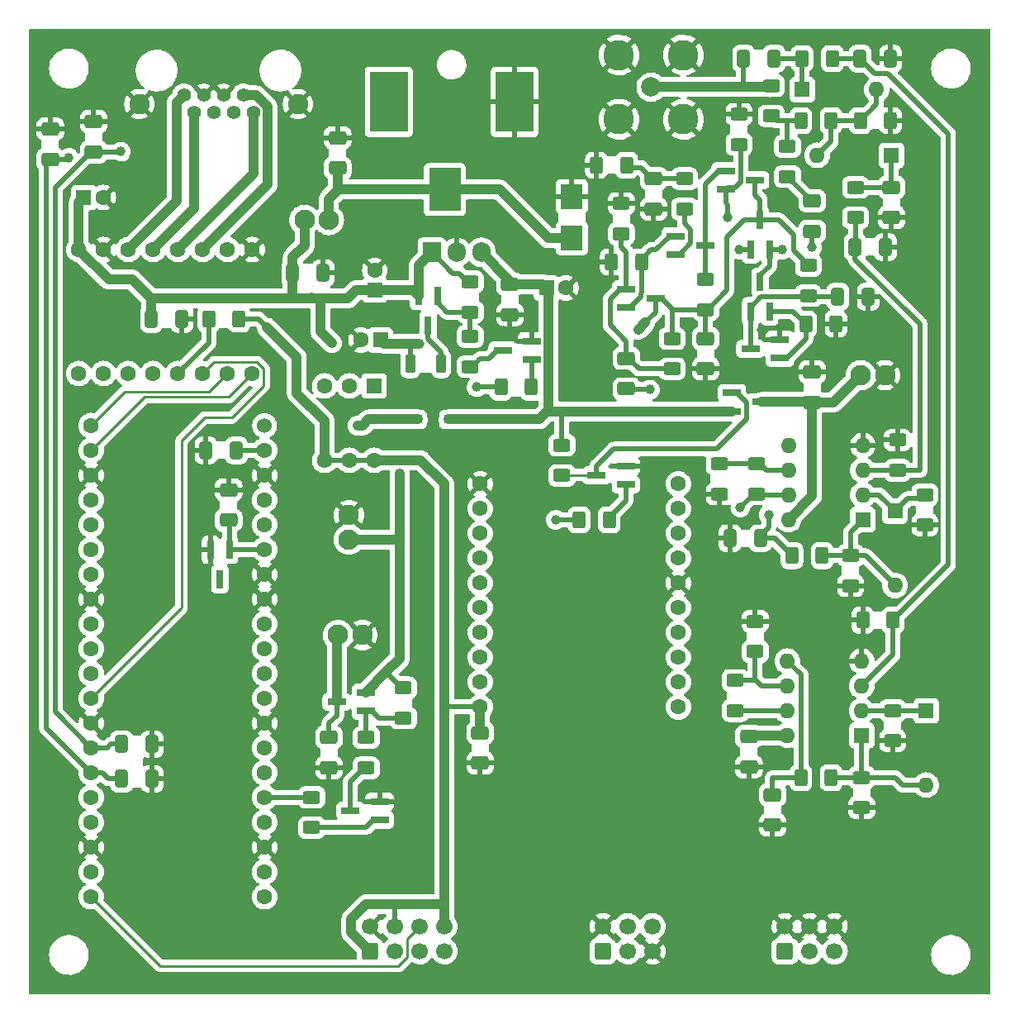
<source format=gtl>
G04 #@! TF.GenerationSoftware,KiCad,Pcbnew,6.0.5-a6ca702e91~116~ubuntu20.04.1*
G04 #@! TF.CreationDate,2022-05-24T15:20:49-04:00*
G04 #@! TF.ProjectId,magloop_pico,6d61676c-6f6f-4705-9f70-69636f2e6b69,1.0*
G04 #@! TF.SameCoordinates,Original*
G04 #@! TF.FileFunction,Copper,L1,Top*
G04 #@! TF.FilePolarity,Positive*
%FSLAX46Y46*%
G04 Gerber Fmt 4.6, Leading zero omitted, Abs format (unit mm)*
G04 Created by KiCad (PCBNEW 6.0.5-a6ca702e91~116~ubuntu20.04.1) date 2022-05-24 15:20:49*
%MOMM*%
%LPD*%
G01*
G04 APERTURE LIST*
G04 Aperture macros list*
%AMRoundRect*
0 Rectangle with rounded corners*
0 $1 Rounding radius*
0 $2 $3 $4 $5 $6 $7 $8 $9 X,Y pos of 4 corners*
0 Add a 4 corners polygon primitive as box body*
4,1,4,$2,$3,$4,$5,$6,$7,$8,$9,$2,$3,0*
0 Add four circle primitives for the rounded corners*
1,1,$1+$1,$2,$3*
1,1,$1+$1,$4,$5*
1,1,$1+$1,$6,$7*
1,1,$1+$1,$8,$9*
0 Add four rect primitives between the rounded corners*
20,1,$1+$1,$2,$3,$4,$5,0*
20,1,$1+$1,$4,$5,$6,$7,0*
20,1,$1+$1,$6,$7,$8,$9,0*
20,1,$1+$1,$8,$9,$2,$3,0*%
G04 Aperture macros list end*
G04 #@! TA.AperFunction,SMDPad,CuDef*
%ADD10RoundRect,0.250000X-0.650000X0.412500X-0.650000X-0.412500X0.650000X-0.412500X0.650000X0.412500X0*%
G04 #@! TD*
G04 #@! TA.AperFunction,SMDPad,CuDef*
%ADD11RoundRect,0.250000X-0.412500X-0.650000X0.412500X-0.650000X0.412500X0.650000X-0.412500X0.650000X0*%
G04 #@! TD*
G04 #@! TA.AperFunction,SMDPad,CuDef*
%ADD12RoundRect,0.250000X0.412500X0.650000X-0.412500X0.650000X-0.412500X-0.650000X0.412500X-0.650000X0*%
G04 #@! TD*
G04 #@! TA.AperFunction,ComponentPad*
%ADD13R,1.600000X1.600000*%
G04 #@! TD*
G04 #@! TA.AperFunction,ComponentPad*
%ADD14O,1.600000X1.600000*%
G04 #@! TD*
G04 #@! TA.AperFunction,ComponentPad*
%ADD15RoundRect,0.250000X0.600000X-0.600000X0.600000X0.600000X-0.600000X0.600000X-0.600000X-0.600000X0*%
G04 #@! TD*
G04 #@! TA.AperFunction,ComponentPad*
%ADD16C,1.700000*%
G04 #@! TD*
G04 #@! TA.AperFunction,SMDPad,CuDef*
%ADD17RoundRect,0.250000X-0.625000X0.400000X-0.625000X-0.400000X0.625000X-0.400000X0.625000X0.400000X0*%
G04 #@! TD*
G04 #@! TA.AperFunction,SMDPad,CuDef*
%ADD18RoundRect,0.250000X0.625000X-0.400000X0.625000X0.400000X-0.625000X0.400000X-0.625000X-0.400000X0*%
G04 #@! TD*
G04 #@! TA.AperFunction,SMDPad,CuDef*
%ADD19RoundRect,0.250000X0.400000X0.625000X-0.400000X0.625000X-0.400000X-0.625000X0.400000X-0.625000X0*%
G04 #@! TD*
G04 #@! TA.AperFunction,SMDPad,CuDef*
%ADD20RoundRect,0.250000X-0.400000X-0.625000X0.400000X-0.625000X0.400000X0.625000X-0.400000X0.625000X0*%
G04 #@! TD*
G04 #@! TA.AperFunction,ComponentPad*
%ADD21C,1.600000*%
G04 #@! TD*
G04 #@! TA.AperFunction,SMDPad,CuDef*
%ADD22R,0.800000X1.900000*%
G04 #@! TD*
G04 #@! TA.AperFunction,SMDPad,CuDef*
%ADD23R,1.900000X0.800000*%
G04 #@! TD*
G04 #@! TA.AperFunction,SMDPad,CuDef*
%ADD24R,0.900000X0.950000*%
G04 #@! TD*
G04 #@! TA.AperFunction,SMDPad,CuDef*
%ADD25RoundRect,0.250000X0.275000X0.700000X-0.275000X0.700000X-0.275000X-0.700000X0.275000X-0.700000X0*%
G04 #@! TD*
G04 #@! TA.AperFunction,ComponentPad*
%ADD26R,1.905000X2.000000*%
G04 #@! TD*
G04 #@! TA.AperFunction,ComponentPad*
%ADD27O,1.905000X2.000000*%
G04 #@! TD*
G04 #@! TA.AperFunction,SMDPad,CuDef*
%ADD28R,3.300000X4.400000*%
G04 #@! TD*
G04 #@! TA.AperFunction,SMDPad,CuDef*
%ADD29R,3.900000X6.200000*%
G04 #@! TD*
G04 #@! TA.AperFunction,SMDPad,CuDef*
%ADD30RoundRect,0.250000X0.650000X-0.412500X0.650000X0.412500X-0.650000X0.412500X-0.650000X-0.412500X0*%
G04 #@! TD*
G04 #@! TA.AperFunction,ComponentPad*
%ADD31C,1.524000*%
G04 #@! TD*
G04 #@! TA.AperFunction,ComponentPad*
%ADD32C,2.100000*%
G04 #@! TD*
G04 #@! TA.AperFunction,SMDPad,CuDef*
%ADD33R,2.300000X2.500000*%
G04 #@! TD*
G04 #@! TA.AperFunction,ComponentPad*
%ADD34C,1.397000*%
G04 #@! TD*
G04 #@! TA.AperFunction,ComponentPad*
%ADD35C,2.082800*%
G04 #@! TD*
G04 #@! TA.AperFunction,ComponentPad*
%ADD36C,2.000000*%
G04 #@! TD*
G04 #@! TA.AperFunction,ComponentPad*
%ADD37C,3.126000*%
G04 #@! TD*
G04 #@! TA.AperFunction,ViaPad*
%ADD38C,1.000000*%
G04 #@! TD*
G04 #@! TA.AperFunction,Conductor*
%ADD39C,1.016000*%
G04 #@! TD*
G04 #@! TA.AperFunction,Conductor*
%ADD40C,0.508000*%
G04 #@! TD*
G04 #@! TA.AperFunction,Conductor*
%ADD41C,0.254000*%
G04 #@! TD*
G04 APERTURE END LIST*
D10*
X154178000Y-65366500D03*
X154178000Y-68491500D03*
X151384000Y-83781500D03*
X151384000Y-86906500D03*
D11*
X173062500Y-77470000D03*
X176187500Y-77470000D03*
D10*
X170434000Y-67652500D03*
X170434000Y-70777500D03*
X159512000Y-81749500D03*
X159512000Y-84874500D03*
D12*
X166535500Y-53086000D03*
X163410500Y-53086000D03*
D10*
X178562000Y-66255500D03*
X178562000Y-69380500D03*
D11*
X175348500Y-53086000D03*
X178473500Y-53086000D03*
D10*
X166370000Y-128485500D03*
X166370000Y-131610500D03*
D12*
X165118500Y-102215000D03*
X161993500Y-102215000D03*
D13*
X169418000Y-56261000D03*
D14*
X177038000Y-56261000D03*
D13*
X178562000Y-62992000D03*
D14*
X170942000Y-62992000D03*
D13*
X182118000Y-119888000D03*
D14*
X182118000Y-127508000D03*
D15*
X125095000Y-144516500D03*
D16*
X125095000Y-141976500D03*
X127635000Y-144516500D03*
X127635000Y-141976500D03*
X130175000Y-144516500D03*
X130175000Y-141976500D03*
X132715000Y-144516500D03*
X132715000Y-141976500D03*
D17*
X156083000Y-81762000D03*
X156083000Y-84862000D03*
D18*
X150876000Y-71019000D03*
X150876000Y-67919000D03*
D19*
X152934000Y-73914000D03*
X149834000Y-73914000D03*
D18*
X159512000Y-78792000D03*
X159512000Y-75692000D03*
X157353000Y-68479000D03*
X157353000Y-65379000D03*
D19*
X151410000Y-64008000D03*
X148310000Y-64008000D03*
D18*
X162941000Y-61875000D03*
X162941000Y-58775000D03*
D17*
X170053000Y-74269000D03*
X170053000Y-77369000D03*
D20*
X169773000Y-80264000D03*
X172873000Y-80264000D03*
D18*
X167894000Y-65177000D03*
X167894000Y-62077000D03*
X166243000Y-58954000D03*
X166243000Y-55854000D03*
D20*
X169265000Y-59436000D03*
X172365000Y-59436000D03*
X169392000Y-53086000D03*
X172492000Y-53086000D03*
D17*
X174879000Y-66268000D03*
X174879000Y-69368000D03*
D18*
X179177000Y-95256000D03*
X179177000Y-92156000D03*
D17*
X181991000Y-97764000D03*
X181991000Y-100864000D03*
D19*
X172365000Y-126746000D03*
X169265000Y-126746000D03*
X171456000Y-103993000D03*
X168356000Y-103993000D03*
D18*
X164592000Y-113818000D03*
X164592000Y-110718000D03*
D17*
X160909000Y-94589000D03*
X160909000Y-97689000D03*
X162550000Y-116778000D03*
X162550000Y-119878000D03*
D21*
X136398000Y-96647000D03*
X136398000Y-99187000D03*
X136398000Y-101727000D03*
X136398000Y-104267000D03*
X136398000Y-106807000D03*
X136398000Y-109347000D03*
X136398000Y-111887000D03*
X136398000Y-114427000D03*
X136398000Y-116967000D03*
X136398000Y-119507000D03*
X156718000Y-119507000D03*
X156718000Y-116967000D03*
X156718000Y-114427000D03*
X156718000Y-111887000D03*
X156718000Y-109347000D03*
X156718000Y-106807000D03*
X156718000Y-104267000D03*
X156718000Y-101727000D03*
X156718000Y-99187000D03*
X156718000Y-96647000D03*
D22*
X110678000Y-103402000D03*
X108778000Y-103402000D03*
X109728000Y-106402000D03*
D13*
X175504000Y-122418000D03*
D14*
X175504000Y-119878000D03*
X175504000Y-117338000D03*
X175504000Y-114798000D03*
X167884000Y-114798000D03*
X167884000Y-117338000D03*
X167884000Y-119878000D03*
X167884000Y-122418000D03*
D23*
X156464000Y-71252000D03*
X156464000Y-73152000D03*
X159464000Y-72202000D03*
X161568000Y-64582000D03*
X161568000Y-66482000D03*
X164568000Y-65532000D03*
D22*
X164150000Y-72620000D03*
X166050000Y-72620000D03*
X165100000Y-69620000D03*
D11*
X174840500Y-72390000D03*
X177965500Y-72390000D03*
D21*
X113030000Y-72644000D03*
X110490000Y-72644000D03*
X107950000Y-72644000D03*
X105410000Y-72644000D03*
X102870000Y-72644000D03*
X100330000Y-72644000D03*
X97790000Y-72644000D03*
X95250000Y-72644000D03*
X95250000Y-85344000D03*
X97790000Y-85344000D03*
X100330000Y-85344000D03*
X102870000Y-85344000D03*
X105410000Y-85344000D03*
X107950000Y-85344000D03*
X110490000Y-85344000D03*
X113030000Y-85344000D03*
D23*
X151384000Y-76708000D03*
X151384000Y-78608000D03*
X154384000Y-77658000D03*
D22*
X164150000Y-78970000D03*
X166050000Y-78970000D03*
X165100000Y-75970000D03*
D24*
X133147000Y-90043000D03*
X129997000Y-90043000D03*
D13*
X178923000Y-99421000D03*
D14*
X178923000Y-107041000D03*
D19*
X178715000Y-110617000D03*
X175615000Y-110617000D03*
D13*
X175621000Y-100310000D03*
D14*
X175621000Y-97770000D03*
X175621000Y-95230000D03*
X175621000Y-92690000D03*
X168001000Y-92690000D03*
X168001000Y-95230000D03*
X168001000Y-97770000D03*
X168001000Y-100310000D03*
D17*
X164699000Y-94569000D03*
X164699000Y-97669000D03*
D25*
X132385000Y-84354000D03*
X129235000Y-84354000D03*
D13*
X125603000Y-76774113D03*
D21*
X125603000Y-74774113D03*
D10*
X139446000Y-76187500D03*
X139446000Y-79312500D03*
D11*
X117182500Y-75057000D03*
X120307500Y-75057000D03*
D26*
X131445000Y-72924000D03*
D27*
X133985000Y-72924000D03*
X136525000Y-72924000D03*
D13*
X143189888Y-76581000D03*
D21*
X145189888Y-76581000D03*
D13*
X126177113Y-81915000D03*
D21*
X124177113Y-81915000D03*
D28*
X132777000Y-66506000D03*
D29*
X139927000Y-57506000D03*
X127027000Y-57506000D03*
D10*
X163957000Y-122516500D03*
X163957000Y-125641500D03*
D17*
X175514000Y-126720000D03*
X175514000Y-129820000D03*
X174371000Y-103987000D03*
X174371000Y-107087000D03*
D30*
X170434000Y-88303500D03*
X170434000Y-85178500D03*
D15*
X148966000Y-144516500D03*
D16*
X148966000Y-141976500D03*
X151506000Y-144516500D03*
X151506000Y-141976500D03*
X154046000Y-144516500D03*
X154046000Y-141976500D03*
D17*
X178689000Y-119862000D03*
X178689000Y-122962000D03*
D20*
X175361000Y-59436000D03*
X178461000Y-59436000D03*
D21*
X96520000Y-90678000D03*
X96520000Y-93218000D03*
X96520000Y-95758000D03*
X96520000Y-98298000D03*
X96520000Y-100838000D03*
X96520000Y-103378000D03*
X96520000Y-105918000D03*
X96520000Y-108458000D03*
X96520000Y-110998000D03*
X96520000Y-113538000D03*
X96520000Y-116078000D03*
X96520000Y-118618000D03*
X96520000Y-121158000D03*
X96520000Y-123698000D03*
X96520000Y-126238000D03*
X96520000Y-128778000D03*
X96520000Y-131318000D03*
X96520000Y-133858000D03*
X96520000Y-136398000D03*
X96520000Y-138938000D03*
X114300000Y-138938000D03*
X114300000Y-136398000D03*
X114300000Y-133858000D03*
X114300000Y-131318000D03*
X114300000Y-128778000D03*
X114300000Y-126238000D03*
X114300000Y-123698000D03*
X114300000Y-121158000D03*
X114300000Y-118618000D03*
X114300000Y-116078000D03*
X114300000Y-113538000D03*
X114300000Y-110998000D03*
X114300000Y-108458000D03*
X114300000Y-105918000D03*
X114300000Y-103378000D03*
X114300000Y-100838000D03*
X114300000Y-98298000D03*
X114300000Y-95758000D03*
X114300000Y-93218000D03*
D31*
X114300000Y-90678000D03*
D13*
X95758000Y-67310000D03*
D21*
X97758000Y-67310000D03*
D10*
X120904000Y-122601000D03*
X120904000Y-125726000D03*
D32*
X124328000Y-112141000D03*
X121828000Y-112141000D03*
D23*
X141708000Y-83907000D03*
X141708000Y-82007000D03*
X138708000Y-82957000D03*
D22*
X132014000Y-77393000D03*
X130114000Y-77393000D03*
X131064000Y-80393000D03*
D23*
X162203000Y-87315000D03*
X162203000Y-89215000D03*
X165203000Y-88265000D03*
X126087000Y-131082500D03*
X126087000Y-129182500D03*
X123087000Y-130132500D03*
X124690000Y-119906500D03*
X124690000Y-118006500D03*
X121690000Y-118956500D03*
D19*
X141631000Y-86741000D03*
X138531000Y-86741000D03*
D17*
X135382000Y-75946000D03*
X135382000Y-79046000D03*
X135382000Y-81534000D03*
X135382000Y-84634000D03*
D19*
X149632000Y-100330000D03*
X146532000Y-100330000D03*
D17*
X144780000Y-92684000D03*
X144780000Y-95784000D03*
X119126000Y-128752000D03*
X119126000Y-131852000D03*
X128524000Y-117533500D03*
X128524000Y-120633500D03*
X124714000Y-122639500D03*
X124714000Y-125739500D03*
D19*
X111659000Y-79756000D03*
X108559000Y-79756000D03*
D23*
X151336000Y-96708000D03*
X151336000Y-94808000D03*
X148336000Y-95758000D03*
X167108000Y-83754000D03*
X167108000Y-81854000D03*
X164108000Y-82804000D03*
D13*
X125528000Y-86614000D03*
D21*
X122988000Y-86614000D03*
X120448000Y-86614000D03*
X120448000Y-94234000D03*
X122988000Y-94234000D03*
X125528000Y-94234000D03*
D10*
X92329000Y-60286500D03*
X92329000Y-63411500D03*
X96774000Y-59524500D03*
X96774000Y-62649500D03*
D11*
X108292500Y-93218000D03*
X111417500Y-93218000D03*
D12*
X102781500Y-123317000D03*
X99656500Y-123317000D03*
D33*
X145796000Y-71492000D03*
X145796000Y-67192000D03*
D12*
X102781500Y-126873000D03*
X99656500Y-126873000D03*
D11*
X102704500Y-79756000D03*
X105829500Y-79756000D03*
D15*
X167640000Y-144526000D03*
D16*
X167640000Y-141986000D03*
X170180000Y-144526000D03*
X170180000Y-141986000D03*
X172720000Y-144526000D03*
X172720000Y-141986000D03*
D10*
X136398000Y-122135500D03*
X136398000Y-125260500D03*
D34*
X106027416Y-56849118D03*
X107043416Y-58627118D03*
X108059416Y-56849118D03*
X109075416Y-58627118D03*
X110091416Y-56849118D03*
X111107416Y-58627118D03*
X112123416Y-56849118D03*
X113139416Y-58627118D03*
D35*
X101455416Y-57738118D03*
X117711416Y-57738118D03*
D30*
X110617000Y-100368500D03*
X110617000Y-97243500D03*
D36*
X153924000Y-56007000D03*
D37*
X157224000Y-59307000D03*
X150624000Y-59307000D03*
X157224000Y-52707000D03*
X150624000Y-52707000D03*
D30*
X121793000Y-64300500D03*
X121793000Y-61175500D03*
D32*
X122941000Y-102338000D03*
X122941000Y-99838000D03*
X118388000Y-69601000D03*
X120888000Y-69601000D03*
X175411000Y-85512500D03*
X177911000Y-85512500D03*
D38*
X148844000Y-118364000D03*
X170434000Y-107188000D03*
X165735000Y-85471000D03*
X182753000Y-103759000D03*
X97663000Y-87503000D03*
X163322000Y-75184000D03*
X173228000Y-97536000D03*
X178816000Y-57277000D03*
X117602000Y-79375000D03*
X142494000Y-97282000D03*
X166370000Y-133731000D03*
X130302000Y-97155000D03*
X142113000Y-91694000D03*
X139954000Y-123444000D03*
X125603000Y-68326000D03*
X146558000Y-105410000D03*
X148209000Y-80518000D03*
X182880000Y-92075000D03*
X140081000Y-133223000D03*
X119888000Y-120142000D03*
X171450000Y-148082000D03*
X130810000Y-137922000D03*
X179070000Y-75819000D03*
X121412000Y-127635000D03*
X183007000Y-64262000D03*
X158623000Y-112649000D03*
X149225000Y-75946000D03*
X110998000Y-144399000D03*
X90932000Y-122809000D03*
X180213000Y-146431000D03*
X129921000Y-87884000D03*
X104267000Y-95504000D03*
X157734000Y-80264000D03*
X154940000Y-91440000D03*
X112141000Y-116078000D03*
X104394000Y-141732000D03*
X108839000Y-75946000D03*
X130810000Y-128778000D03*
X115824000Y-124968000D03*
X108712000Y-110744000D03*
X126492000Y-100584000D03*
X100711000Y-64135000D03*
X96393000Y-76327000D03*
X165735000Y-104648000D03*
X152019000Y-66167000D03*
X186690000Y-103759000D03*
X104521000Y-106680000D03*
X170815000Y-124587000D03*
X98552000Y-114300000D03*
X143002000Y-66167000D03*
X181483000Y-56007000D03*
X122174000Y-144526000D03*
X104013000Y-113157000D03*
X147828000Y-97790000D03*
X130175000Y-103632000D03*
X181991000Y-51689000D03*
X107442000Y-54229000D03*
X114808000Y-141605000D03*
X169164000Y-113030000D03*
X183007000Y-71755000D03*
X186817000Y-92456000D03*
X171450000Y-65151000D03*
X173863000Y-54991000D03*
X156972000Y-132334000D03*
X104140000Y-89662000D03*
X138303000Y-105410000D03*
X185801000Y-64262000D03*
X124968000Y-96266000D03*
X106553000Y-81788000D03*
X178562000Y-116332000D03*
X179959000Y-90297000D03*
X130810000Y-124587000D03*
X134493000Y-143256000D03*
X135636000Y-88265000D03*
X144399000Y-130302000D03*
X104140000Y-75184000D03*
X126873000Y-122301000D03*
X97790000Y-147193000D03*
X179959000Y-81026000D03*
X139446000Y-129667000D03*
X164719000Y-63246000D03*
X166624000Y-67818000D03*
X172847000Y-113030000D03*
X143510000Y-69088000D03*
X176657000Y-64897000D03*
X175514000Y-132080000D03*
X170942000Y-51689000D03*
X137261600Y-80721200D03*
X173863000Y-61087000D03*
X110998000Y-128143000D03*
X116332000Y-130175000D03*
X153670000Y-82550000D03*
X165227000Y-80899000D03*
X153289000Y-95758000D03*
X172847000Y-70739000D03*
X154686000Y-118364000D03*
X101981000Y-110998000D03*
X94996000Y-79502000D03*
X103505000Y-66802000D03*
X139954000Y-52197000D03*
X166243000Y-124333000D03*
X120015000Y-105283000D03*
X91948000Y-141351000D03*
X98679000Y-128905000D03*
X134874000Y-128905000D03*
X111379000Y-54229000D03*
X116332000Y-65659000D03*
X185039000Y-59436000D03*
X173990000Y-75184000D03*
X139827000Y-63500000D03*
X160401000Y-120142000D03*
X180721000Y-69850000D03*
X176784000Y-108077000D03*
X112014000Y-90932000D03*
X145796000Y-143002000D03*
X158369000Y-91440000D03*
X103505000Y-119761000D03*
X153543000Y-70485000D03*
X130810000Y-134493000D03*
X186690000Y-80899000D03*
X108458000Y-118999000D03*
X160909000Y-145415000D03*
X138785600Y-80975200D03*
X148463000Y-87376000D03*
X182372000Y-78867000D03*
X145288000Y-87376000D03*
X116332000Y-101346000D03*
X97536000Y-51816000D03*
X130048000Y-92075000D03*
X130429000Y-112776000D03*
X99949000Y-77470000D03*
X167386000Y-75311000D03*
X135890000Y-68326000D03*
X116332000Y-134620000D03*
X146812000Y-91440000D03*
X185801000Y-71755000D03*
X174879000Y-80899000D03*
X121412000Y-84963000D03*
X142748000Y-145288000D03*
X158369000Y-94615000D03*
X104902000Y-122555000D03*
X107315000Y-95504000D03*
X118110000Y-140716000D03*
X120523000Y-72136000D03*
X186055000Y-122936000D03*
X187198000Y-140589000D03*
X90678000Y-74549000D03*
X119507000Y-113411000D03*
X99314000Y-70485000D03*
X101092000Y-103378000D03*
X163703000Y-128016000D03*
X153289000Y-139065000D03*
X145288000Y-80518000D03*
X158115000Y-86868000D03*
X167640000Y-80391000D03*
X142113000Y-118364000D03*
X94488000Y-59182000D03*
X91694000Y-56896000D03*
X161036000Y-110998000D03*
X90678000Y-107696000D03*
X153797000Y-86995000D03*
X129159000Y-82296000D03*
X153289000Y-80137000D03*
X130175000Y-82296000D03*
X152590500Y-80835500D03*
X167386000Y-72644000D03*
X170434000Y-72390000D03*
X165969000Y-99802000D03*
X99568000Y-62611000D03*
X94234000Y-63246000D03*
X115506500Y-81597500D03*
X114554000Y-80645000D03*
X163068000Y-99060000D03*
X136017000Y-86741000D03*
X144145000Y-100330000D03*
X162941000Y-72644000D03*
X161798000Y-69342000D03*
X124968000Y-90043000D03*
X123825000Y-90678000D03*
X120015000Y-81026000D03*
X128143000Y-97028000D03*
X121221500Y-82232500D03*
X128143000Y-95631000D03*
D39*
X97663000Y-67116887D02*
X97723887Y-67056000D01*
X121793000Y-64300500D02*
X121793000Y-66548000D01*
X120888000Y-67453000D02*
X121793000Y-66548000D01*
X145796000Y-71492000D02*
X143374000Y-71492000D01*
X120888000Y-69601000D02*
X120888000Y-67453000D01*
X143374000Y-71492000D02*
X138388000Y-66506000D01*
X138388000Y-66506000D02*
X132777000Y-66506000D01*
X132777000Y-66506000D02*
X121835000Y-66506000D01*
X121835000Y-66506000D02*
X121793000Y-66548000D01*
D40*
X152908000Y-64262000D02*
X151156000Y-64262000D01*
X157353000Y-65379000D02*
X154190500Y-65379000D01*
X154012500Y-65366500D02*
X152908000Y-64262000D01*
D41*
X154190500Y-65379000D02*
X154178000Y-65366500D01*
X154178000Y-65366500D02*
X154012500Y-65366500D01*
D40*
X151472500Y-86995000D02*
X151384000Y-86906500D01*
X153797000Y-86995000D02*
X151472500Y-86995000D01*
X150876000Y-72390000D02*
X151384000Y-72898000D01*
X152680000Y-84862000D02*
X156083000Y-84862000D01*
D41*
X150749000Y-76708000D02*
X151384000Y-76708000D01*
X151384000Y-83781500D02*
X151599500Y-83781500D01*
D40*
X150876000Y-71019000D02*
X150876000Y-72390000D01*
X149733000Y-80391000D02*
X149733000Y-77724000D01*
X149733000Y-77724000D02*
X150749000Y-76708000D01*
X151599500Y-83781500D02*
X152680000Y-84862000D01*
X151384000Y-83781500D02*
X151384000Y-82042000D01*
X151384000Y-72898000D02*
X151384000Y-76708000D01*
X151384000Y-82042000D02*
X149733000Y-80391000D01*
X170154000Y-77470000D02*
X170053000Y-77369000D01*
D41*
X164108000Y-79012000D02*
X164150000Y-78970000D01*
D40*
X164108000Y-82804000D02*
X164108000Y-79012000D01*
X170053000Y-77369000D02*
X169909511Y-77512489D01*
X164150000Y-78547000D02*
X164150000Y-78970000D01*
D41*
X170115500Y-77431500D02*
X170053000Y-77369000D01*
D40*
X173062500Y-77470000D02*
X170154000Y-77470000D01*
D41*
X164150000Y-78970000D02*
X164150000Y-78420000D01*
D40*
X165184511Y-77512489D02*
X164150000Y-78547000D01*
X169909511Y-77512489D02*
X165184511Y-77512489D01*
D39*
X143419511Y-76810623D02*
X143189888Y-76581000D01*
X144846000Y-89215000D02*
X162203000Y-89215000D01*
X143419511Y-89063511D02*
X142440022Y-90043000D01*
X139446000Y-76187500D02*
X139446000Y-75845000D01*
X143419511Y-89063511D02*
X143419511Y-76810623D01*
X143419511Y-89063511D02*
X143571000Y-89215000D01*
X139446000Y-76187500D02*
X142796388Y-76187500D01*
X139446000Y-75845000D02*
X136525000Y-72924000D01*
D40*
X144780000Y-92684000D02*
X144780000Y-89281000D01*
D39*
X144846000Y-89215000D02*
X143571000Y-89215000D01*
X142796388Y-76187500D02*
X143189888Y-76581000D01*
X133147000Y-90043000D02*
X136652000Y-90043000D01*
X142440022Y-90043000D02*
X135128000Y-90043000D01*
D41*
X144780000Y-89281000D02*
X144846000Y-89215000D01*
D40*
X168529000Y-72745000D02*
X169685000Y-73901000D01*
X129235000Y-84354000D02*
X129235000Y-82347000D01*
X155956000Y-78613000D02*
X155001000Y-77658000D01*
X163425000Y-69620000D02*
X165100000Y-69620000D01*
X170053000Y-74269000D02*
X170053000Y-73886163D01*
D39*
X129286000Y-82296000D02*
X130048480Y-82296000D01*
D40*
X159714000Y-78792000D02*
X161671000Y-76835000D01*
X165786837Y-69620000D02*
X165100000Y-69620000D01*
X153289000Y-80137000D02*
X154384000Y-79042000D01*
X156135000Y-78792000D02*
X155956000Y-78613000D01*
X159512000Y-78792000D02*
X159714000Y-78792000D01*
D39*
X129286000Y-82296000D02*
X126558113Y-82296000D01*
D40*
X154384000Y-77658000D02*
X154384000Y-79042000D01*
X129235000Y-82347000D02*
X129286000Y-82296000D01*
X161671000Y-71374000D02*
X163425000Y-69620000D01*
X164568000Y-65532000D02*
X164568000Y-67032000D01*
X156083000Y-81762000D02*
X156083000Y-78844000D01*
X164568000Y-67032000D02*
X165100000Y-67564000D01*
X168529000Y-71120000D02*
X168529000Y-72745000D01*
X159512000Y-78792000D02*
X156135000Y-78792000D01*
X169685000Y-73901000D02*
X170053000Y-74269000D01*
X155001000Y-77658000D02*
X154384000Y-77658000D01*
D41*
X156083000Y-78844000D02*
X156135000Y-78792000D01*
D39*
X126558113Y-82296000D02*
X126177113Y-81915000D01*
X152590500Y-80835500D02*
X153289000Y-80137000D01*
D40*
X165100000Y-67564000D02*
X165100000Y-69620000D01*
X167029000Y-69620000D02*
X168529000Y-71120000D01*
X165786837Y-69620000D02*
X167029000Y-69620000D01*
X159512000Y-81749500D02*
X159512000Y-78792000D01*
X161671000Y-76835000D02*
X161671000Y-71374000D01*
X165100000Y-75311000D02*
X165100000Y-75970000D01*
D41*
X166074000Y-72644000D02*
X166050000Y-72620000D01*
D40*
X166050000Y-74361000D02*
X165100000Y-75311000D01*
X167386000Y-72644000D02*
X166074000Y-72644000D01*
X166050000Y-72620000D02*
X166050000Y-74361000D01*
X170434000Y-70777500D02*
X170434000Y-72390000D01*
X170434000Y-67652500D02*
X170369500Y-67652500D01*
X170369500Y-67652500D02*
X167894000Y-65177000D01*
X169392000Y-56235000D02*
X169418000Y-56261000D01*
X166535500Y-53086000D02*
X169392000Y-53086000D01*
X169392000Y-52578000D02*
X169392000Y-56235000D01*
D39*
X163195000Y-56007000D02*
X166090000Y-56007000D01*
D40*
X163410500Y-55791500D02*
X163195000Y-56007000D01*
X163410500Y-52578000D02*
X163410500Y-55791500D01*
D39*
X166090000Y-56007000D02*
X166243000Y-55854000D01*
X153924000Y-56007000D02*
X163195000Y-56007000D01*
D40*
X174879000Y-66268000D02*
X178549500Y-66268000D01*
X178562000Y-62992000D02*
X178562000Y-66255500D01*
X178549500Y-66268000D02*
X178562000Y-66255500D01*
X179151000Y-95230000D02*
X175621000Y-95230000D01*
X174879000Y-72351500D02*
X174840500Y-72390000D01*
X181483000Y-80264000D02*
X181483000Y-95250000D01*
X181483000Y-95250000D02*
X179183000Y-95250000D01*
D41*
X179177000Y-95256000D02*
X179151000Y-95230000D01*
D40*
X174879000Y-69368000D02*
X174879000Y-72351500D01*
X174840500Y-72390000D02*
X174840500Y-73621500D01*
X174840500Y-73621500D02*
X181483000Y-80264000D01*
D41*
X179183000Y-95250000D02*
X179177000Y-95256000D01*
D40*
X176872500Y-54610000D02*
X175348500Y-53086000D01*
X178715000Y-110617000D02*
X178715000Y-114127000D01*
X178181000Y-54610000D02*
X176872500Y-54610000D01*
X184404000Y-60833000D02*
X184404000Y-104928000D01*
X178715000Y-114127000D02*
X175504000Y-117338000D01*
X184404000Y-104928000D02*
X178715000Y-110617000D01*
X172492000Y-53086000D02*
X175348500Y-53086000D01*
X178181000Y-54610000D02*
X184404000Y-60833000D01*
D41*
X169281000Y-126730000D02*
X169265000Y-126746000D01*
D40*
X169281000Y-116195000D02*
X169281000Y-126730000D01*
X167884000Y-114798000D02*
X169281000Y-116195000D01*
X166370000Y-126746000D02*
X169265000Y-126746000D01*
X166370000Y-128485500D02*
X166370000Y-126746000D01*
X166578000Y-102215000D02*
X165118500Y-102215000D01*
X165969000Y-101072000D02*
X165118500Y-101922500D01*
D41*
X165118500Y-101922500D02*
X165118500Y-102215000D01*
D40*
X165969000Y-99802000D02*
X165969000Y-101072000D01*
X168356000Y-103993000D02*
X166578000Y-102215000D01*
X172365000Y-59436000D02*
X175361000Y-59436000D01*
X172365000Y-59436000D02*
X172365000Y-61569000D01*
X177038000Y-56261000D02*
X177038000Y-57759000D01*
X177038000Y-57759000D02*
X175361000Y-59436000D01*
X172365000Y-61569000D02*
X170942000Y-62992000D01*
X175504000Y-119878000D02*
X178673000Y-119878000D01*
X182118000Y-119888000D02*
X178715000Y-119888000D01*
D41*
X178673000Y-119878000D02*
X178689000Y-119862000D01*
X178715000Y-119888000D02*
X178689000Y-119862000D01*
D40*
X178943000Y-126746000D02*
X175540000Y-126746000D01*
X175504000Y-124704000D02*
X175504000Y-122418000D01*
D41*
X175540000Y-126746000D02*
X175514000Y-126720000D01*
D40*
X179705000Y-127508000D02*
X178943000Y-126746000D01*
X175514000Y-124714000D02*
X175514000Y-126720000D01*
D41*
X175488000Y-126746000D02*
X175514000Y-126720000D01*
D40*
X182118000Y-127508000D02*
X179705000Y-127508000D01*
X172365000Y-126746000D02*
X175488000Y-126746000D01*
D41*
X175504000Y-124704000D02*
X175514000Y-124714000D01*
D40*
X175621000Y-100350000D02*
X174371000Y-101600000D01*
X174397000Y-104013000D02*
X175895000Y-104013000D01*
X174371000Y-101600000D02*
X174371000Y-103987000D01*
X174371000Y-103987000D02*
X174397000Y-104013000D01*
D41*
X174365000Y-103993000D02*
X174371000Y-103987000D01*
D40*
X171456000Y-103993000D02*
X174365000Y-103993000D01*
X175621000Y-100310000D02*
X175621000Y-100350000D01*
X175895000Y-104013000D02*
X178923000Y-107041000D01*
X178963000Y-99421000D02*
X180213000Y-98171000D01*
X181584000Y-98171000D02*
X181991000Y-97764000D01*
X176764000Y-97770000D02*
X175621000Y-97770000D01*
X180213000Y-98171000D02*
X181584000Y-98171000D01*
X178923000Y-99421000D02*
X178963000Y-99421000D01*
X178923000Y-99421000D02*
X177292000Y-97790000D01*
X177292000Y-97790000D02*
X176784000Y-97790000D01*
X176784000Y-97790000D02*
X176764000Y-97770000D01*
X96481500Y-62649500D02*
X92837000Y-66294000D01*
X98552000Y-123317000D02*
X98171000Y-123698000D01*
X96774000Y-62649500D02*
X99529500Y-62649500D01*
X92837000Y-120015000D02*
X96520000Y-123698000D01*
X99529500Y-62649500D02*
X99568000Y-62611000D01*
X92837000Y-66294000D02*
X92837000Y-120015000D01*
X99656500Y-123317000D02*
X98552000Y-123317000D01*
X96774000Y-62649500D02*
X96481500Y-62649500D01*
X98171000Y-123698000D02*
X96520000Y-123698000D01*
X94068500Y-63411500D02*
X94234000Y-63246000D01*
X91948000Y-63792500D02*
X91948000Y-121666000D01*
X98298000Y-126873000D02*
X97663000Y-126238000D01*
X92329000Y-63411500D02*
X94068500Y-63411500D01*
X92329000Y-63411500D02*
X91948000Y-63792500D01*
X91948000Y-121666000D02*
X96520000Y-126238000D01*
X97663000Y-126238000D02*
X96520000Y-126238000D01*
X99656500Y-126873000D02*
X98298000Y-126873000D01*
D39*
X130276000Y-94208000D02*
X125554000Y-94208000D01*
X132715000Y-96647000D02*
X130276000Y-94208000D01*
X120448000Y-94234000D02*
X120448000Y-90182838D01*
X123190000Y-142621000D02*
X123190000Y-141224000D01*
D40*
X127635000Y-141976500D02*
X127635000Y-139700000D01*
X113665000Y-79756000D02*
X114554000Y-80645000D01*
D39*
X125554000Y-94208000D02*
X125528000Y-94234000D01*
X136398000Y-119507000D02*
X136398000Y-122135500D01*
X115506500Y-81597500D02*
X117602000Y-83693000D01*
D40*
X111659000Y-79756000D02*
X113665000Y-79756000D01*
X120448000Y-94234000D02*
X122988000Y-94234000D01*
D39*
X114554000Y-80645000D02*
X115506500Y-81597500D01*
X127635000Y-139700000D02*
X132715000Y-139700000D01*
X124714000Y-139700000D02*
X127635000Y-139700000D01*
X132715000Y-141976500D02*
X132715000Y-140208000D01*
X120448000Y-90182838D02*
X117602000Y-87336838D01*
X132715000Y-139700000D02*
X132715000Y-119507000D01*
X125085500Y-144516500D02*
X123190000Y-142621000D01*
D40*
X136398000Y-119507000D02*
X132715000Y-119507000D01*
D39*
X132715000Y-140208000D02*
X132715000Y-139700000D01*
X125095000Y-144516500D02*
X125085500Y-144516500D01*
D40*
X125528000Y-94234000D02*
X122988000Y-94234000D01*
D39*
X132715000Y-119507000D02*
X132715000Y-96647000D01*
X117602000Y-87336838D02*
X117602000Y-83693000D01*
X123190000Y-141224000D02*
X124714000Y-139700000D01*
D41*
X96520000Y-138938000D02*
X103632000Y-146050000D01*
X130175000Y-141976500D02*
X128905000Y-143246500D01*
X128905000Y-143246500D02*
X128905000Y-145161000D01*
X103632000Y-146050000D02*
X128016000Y-146050000D01*
X128016000Y-146050000D02*
X128905000Y-145161000D01*
D40*
X159464000Y-72202000D02*
X159464000Y-65961000D01*
D41*
X159464000Y-75644000D02*
X159512000Y-75692000D01*
D40*
X159464000Y-65961000D02*
X160843000Y-64582000D01*
D41*
X160843000Y-64582000D02*
X161568000Y-64582000D01*
D40*
X159464000Y-72202000D02*
X159464000Y-75644000D01*
X162550000Y-116778000D02*
X164527000Y-116778000D01*
X165217000Y-117338000D02*
X164592000Y-116713000D01*
X164592000Y-113818000D02*
X164592000Y-116713000D01*
X164592000Y-116713000D02*
X164527000Y-116778000D01*
X167884000Y-117338000D02*
X165217000Y-117338000D01*
X165054000Y-94569000D02*
X165735000Y-95250000D01*
X165735000Y-95250000D02*
X165755000Y-95230000D01*
X165755000Y-95230000D02*
X168001000Y-95230000D01*
X164699000Y-94569000D02*
X160929000Y-94569000D01*
X160929000Y-94569000D02*
X160909000Y-94589000D01*
X164699000Y-94569000D02*
X165054000Y-94569000D01*
D41*
X164699000Y-97669000D02*
X164459000Y-97669000D01*
D40*
X168001000Y-97770000D02*
X164800000Y-97770000D01*
X164459000Y-97669000D02*
X163068000Y-99060000D01*
D41*
X164800000Y-97770000D02*
X164699000Y-97669000D01*
D40*
X162550000Y-119878000D02*
X167884000Y-119878000D01*
X110702000Y-103378000D02*
X110678000Y-103402000D01*
X114300000Y-103378000D02*
X110702000Y-103378000D01*
X110678000Y-103402000D02*
X110678000Y-100429500D01*
X110678000Y-100429500D02*
X110617000Y-100368500D01*
D39*
X105283000Y-67691000D02*
X105283000Y-66802000D01*
X106027416Y-56849118D02*
X105283000Y-57593534D01*
X105283000Y-57593534D02*
X105283000Y-66802000D01*
X100330000Y-72644000D02*
X105283000Y-67691000D01*
X102870000Y-72644000D02*
X107061000Y-68453000D01*
X107061000Y-67818000D02*
X107043416Y-67800416D01*
X107043416Y-67800416D02*
X107043416Y-58627118D01*
X107061000Y-68453000D02*
X107061000Y-67818000D01*
D40*
X138531000Y-86741000D02*
X136017000Y-86741000D01*
X144145000Y-100330000D02*
X146532000Y-100330000D01*
X119100000Y-128778000D02*
X119126000Y-128752000D01*
X114300000Y-128778000D02*
X119100000Y-128778000D01*
X154432000Y-72644000D02*
X153924000Y-72644000D01*
X151770000Y-78608000D02*
X152908000Y-77470000D01*
D41*
X152934000Y-73914000D02*
X152934000Y-73634000D01*
X152934000Y-77072198D02*
X152908000Y-77098198D01*
X156464000Y-71252000D02*
X155824000Y-71252000D01*
D40*
X152908000Y-77470000D02*
X152908000Y-77098198D01*
X155824000Y-71252000D02*
X154432000Y-72644000D01*
X152934000Y-73634000D02*
X153924000Y-72644000D01*
X152934000Y-73914000D02*
X152934000Y-77072198D01*
X157353000Y-69977000D02*
X157353000Y-68479000D01*
X156845000Y-73152000D02*
X157988000Y-72009000D01*
X157988000Y-70612000D02*
X157353000Y-69977000D01*
X157988000Y-72009000D02*
X157988000Y-70612000D01*
X162560000Y-66294000D02*
X161756000Y-66294000D01*
X163068000Y-65786000D02*
X162560000Y-66294000D01*
X161756000Y-66294000D02*
X161568000Y-66482000D01*
X162941000Y-61875000D02*
X163110489Y-62044489D01*
X162941000Y-72644000D02*
X164126000Y-72644000D01*
X161798000Y-69342000D02*
X161798000Y-68072000D01*
X161568000Y-67842000D02*
X161568000Y-66482000D01*
D41*
X164126000Y-72644000D02*
X164150000Y-72620000D01*
D40*
X163110489Y-62044489D02*
X163110489Y-65786000D01*
X161798000Y-68072000D02*
X161568000Y-67842000D01*
X163110489Y-65786000D02*
X163068000Y-65786000D01*
X169773000Y-81814000D02*
X169773000Y-80264000D01*
X166050000Y-78970000D02*
X168479000Y-78970000D01*
X168479000Y-78970000D02*
X169773000Y-80264000D01*
X167833000Y-83754000D02*
X169773000Y-81814000D01*
X167108000Y-83754000D02*
X167833000Y-83754000D01*
D39*
X167884000Y-122418000D02*
X164055500Y-122418000D01*
X170434000Y-88303500D02*
X170434000Y-97877000D01*
X165203000Y-88265000D02*
X170395500Y-88265000D01*
X170434000Y-97877000D02*
X168001000Y-100310000D01*
X170395500Y-88265000D02*
X170434000Y-88303500D01*
X164055500Y-122418000D02*
X163957000Y-122516500D01*
X172596000Y-88303500D02*
X175387000Y-85512500D01*
X170434000Y-88303500D02*
X172596000Y-88303500D01*
X121690000Y-118956500D02*
X121690000Y-112239000D01*
X121690000Y-112239000D02*
X121788000Y-112141000D01*
D40*
X121690000Y-120372000D02*
X120904000Y-121158000D01*
X120904000Y-121158000D02*
X120904000Y-122601000D01*
X121690000Y-118956500D02*
X121690000Y-120372000D01*
X131064000Y-80393000D02*
X131064000Y-81788000D01*
X131064000Y-81788000D02*
X132385000Y-83109000D01*
X132385000Y-83109000D02*
X132385000Y-84354000D01*
D41*
X135382000Y-84634000D02*
X135610000Y-84634000D01*
D40*
X137287000Y-83846000D02*
X138176000Y-82957000D01*
X135610000Y-84634000D02*
X136398000Y-83846000D01*
D41*
X138176000Y-82957000D02*
X138708000Y-82957000D01*
D40*
X136398000Y-83846000D02*
X137287000Y-83846000D01*
X141708000Y-83907000D02*
X141708000Y-86664000D01*
X141708000Y-86664000D02*
X141631000Y-86741000D01*
X132995000Y-79046000D02*
X132014000Y-78065000D01*
X135382000Y-79046000D02*
X132995000Y-79046000D01*
X135382000Y-81534000D02*
X135382000Y-79046000D01*
X162668022Y-87315000D02*
X163703000Y-88349978D01*
X148336000Y-94850000D02*
X148336000Y-95758000D01*
X162203000Y-87315000D02*
X162668022Y-87315000D01*
D41*
X144806000Y-95758000D02*
X144780000Y-95784000D01*
D40*
X163703000Y-88349978D02*
X163703000Y-90043000D01*
X150095000Y-93091000D02*
X148336000Y-94850000D01*
X160655000Y-93091000D02*
X150095000Y-93091000D01*
D41*
X148336000Y-95758000D02*
X144806000Y-95758000D01*
D40*
X163703000Y-90043000D02*
X160655000Y-93091000D01*
X149632000Y-100050000D02*
X151336000Y-98346000D01*
X151336000Y-98346000D02*
X151336000Y-96708000D01*
D41*
X149632000Y-100330000D02*
X149632000Y-100050000D01*
X124714000Y-125739500D02*
X124535000Y-125739500D01*
D40*
X123087000Y-127187500D02*
X123087000Y-130132500D01*
X124535000Y-125739500D02*
X123087000Y-127187500D01*
X124714000Y-131826000D02*
X119152000Y-131826000D01*
X119152000Y-131826000D02*
X119126000Y-131852000D01*
X126087000Y-131082500D02*
X125457500Y-131082500D01*
D41*
X125542000Y-131082500D02*
X126087000Y-131082500D01*
D40*
X125457500Y-131082500D02*
X124714000Y-131826000D01*
D41*
X124690000Y-119906500D02*
X125283000Y-119906500D01*
D40*
X125283000Y-119906500D02*
X126010000Y-120633500D01*
X126010000Y-120633500D02*
X128524000Y-120633500D01*
X124714000Y-122639500D02*
X124714000Y-119930500D01*
D41*
X124714000Y-119930500D02*
X124690000Y-119906500D01*
D40*
X167894000Y-62077000D02*
X167894000Y-59563000D01*
X169265000Y-59436000D02*
X168021000Y-59436000D01*
X166725000Y-59436000D02*
X166243000Y-58954000D01*
X168021000Y-59436000D02*
X166725000Y-59436000D01*
X167894000Y-59563000D02*
X168021000Y-59436000D01*
X108559000Y-82195000D02*
X105410000Y-85344000D01*
X108559000Y-79756000D02*
X108559000Y-82195000D01*
D39*
X113426184Y-56849118D02*
X114599427Y-58022361D01*
X114599427Y-65994573D02*
X107950000Y-72644000D01*
X112123416Y-56849118D02*
X113426184Y-56849118D01*
X114599427Y-58022361D02*
X114599427Y-65994573D01*
X113139416Y-64879416D02*
X113139416Y-58627118D01*
X113157000Y-64897000D02*
X113139416Y-64879416D01*
X105410000Y-72644000D02*
X113157000Y-64897000D01*
D41*
X113518985Y-84163489D02*
X109130511Y-84163489D01*
X105791000Y-109347000D02*
X105791000Y-92202000D01*
X114210511Y-84855015D02*
X113518985Y-84163489D01*
X105791000Y-92202000D02*
X108140500Y-89852500D01*
X109130511Y-84163489D02*
X107950000Y-85344000D01*
X114210511Y-86576489D02*
X114210511Y-84855015D01*
X108140500Y-89852500D02*
X110934500Y-89852500D01*
X96520000Y-118618000D02*
X105791000Y-109347000D01*
X110934500Y-89852500D02*
X114210511Y-86576489D01*
X108584520Y-87249480D02*
X110490000Y-85344000D01*
X96520000Y-90678000D02*
X99948520Y-87249480D01*
X99948520Y-87249480D02*
X108584520Y-87249480D01*
D40*
X114300000Y-93218000D02*
X111417500Y-93218000D01*
D39*
X129997000Y-90043000D02*
X124968000Y-90043000D01*
X124333000Y-90678000D02*
X124968000Y-90043000D01*
X123825000Y-90678000D02*
X124333000Y-90678000D01*
D41*
X96520000Y-93218000D02*
X101981000Y-87757000D01*
X110617000Y-87757000D02*
X113030000Y-85344000D01*
X101981000Y-87757000D02*
X110617000Y-87757000D01*
D40*
X133604000Y-75083000D02*
X134239000Y-75083000D01*
D39*
X100719489Y-75700489D02*
X102654500Y-77635500D01*
D40*
X128524000Y-117533500D02*
X128328500Y-117533500D01*
D39*
X125603000Y-76774113D02*
X123698000Y-76774113D01*
X130114000Y-74255000D02*
X131445000Y-72924000D01*
D40*
X134239000Y-75083000D02*
X135102000Y-75946000D01*
D39*
X95250000Y-67818000D02*
X95758000Y-67310000D01*
X126746000Y-115951000D02*
X128143000Y-114554000D01*
X116928500Y-77635500D02*
X102654500Y-77635500D01*
X128143000Y-95631000D02*
X128143000Y-97028000D01*
X125603000Y-76774113D02*
X129495113Y-76774113D01*
D40*
X131445000Y-72924000D02*
X133604000Y-75083000D01*
D39*
X117182500Y-75057000D02*
X117182500Y-77381500D01*
X102704500Y-79756000D02*
X102704500Y-77685500D01*
X119126000Y-77597000D02*
X119164500Y-77635500D01*
X98306489Y-75700489D02*
X100719489Y-75700489D01*
X124690000Y-118006500D02*
X124690500Y-118006500D01*
X102704500Y-77685500D02*
X102654500Y-77635500D01*
X123698000Y-76774113D02*
X122836613Y-77635500D01*
X118783500Y-77635500D02*
X116928500Y-77635500D01*
X120015000Y-78004000D02*
X120015000Y-81026000D01*
X129495113Y-76774113D02*
X130114000Y-77393000D01*
X118388000Y-72239000D02*
X118388000Y-69601000D01*
X128143000Y-114554000D02*
X128143000Y-102616000D01*
X128143000Y-102616000D02*
X128143000Y-95631000D01*
X122836613Y-77635500D02*
X119164500Y-77635500D01*
X95250000Y-72644000D02*
X95250000Y-67818000D01*
X124690500Y-118006500D02*
X126746000Y-115951000D01*
X117182500Y-75057000D02*
X117182500Y-73444500D01*
X127889000Y-102362000D02*
X128143000Y-102616000D01*
X120015000Y-81026000D02*
X121221500Y-82232500D01*
X117182500Y-77381500D02*
X116928500Y-77635500D01*
X130114000Y-75377000D02*
X130114000Y-74255000D01*
X119164500Y-77635500D02*
X118783500Y-77635500D01*
D40*
X128328500Y-117533500D02*
X126746000Y-115951000D01*
D39*
X122936000Y-102362000D02*
X127889000Y-102362000D01*
X130114000Y-77393000D02*
X130114000Y-75377000D01*
D41*
X135102000Y-75946000D02*
X135382000Y-75946000D01*
D39*
X95250000Y-72644000D02*
X98306489Y-75700489D01*
X117182500Y-73444500D02*
X118388000Y-72239000D01*
G04 #@! TA.AperFunction,Conductor*
G36*
X188663621Y-50058502D02*
G01*
X188710114Y-50112158D01*
X188721500Y-50164500D01*
X188721500Y-148844500D01*
X188701498Y-148912621D01*
X188647842Y-148959114D01*
X188595500Y-148970500D01*
X90296500Y-148970500D01*
X90228379Y-148950498D01*
X90181886Y-148896842D01*
X90170500Y-148844500D01*
X90170500Y-144885666D01*
X92196863Y-144885666D01*
X92197276Y-144892821D01*
X92212815Y-145162335D01*
X92213640Y-145166542D01*
X92213641Y-145166547D01*
X92234205Y-145271361D01*
X92266169Y-145434279D01*
X92267556Y-145438330D01*
X92352830Y-145687396D01*
X92355935Y-145696466D01*
X92399656Y-145783395D01*
X92452143Y-145887753D01*
X92480454Y-145944044D01*
X92637421Y-146172433D01*
X92823932Y-146377405D01*
X92827221Y-146380155D01*
X93033243Y-146552417D01*
X93033248Y-146552421D01*
X93036535Y-146555169D01*
X93142009Y-146621333D01*
X93267656Y-146700152D01*
X93267660Y-146700154D01*
X93271296Y-146702435D01*
X93523872Y-146816477D01*
X93527992Y-146817697D01*
X93527991Y-146817697D01*
X93785475Y-146893967D01*
X93785479Y-146893968D01*
X93789588Y-146895185D01*
X93793825Y-146895833D01*
X93793828Y-146895834D01*
X94022846Y-146930879D01*
X94063527Y-146937104D01*
X94204602Y-146939320D01*
X94336330Y-146941390D01*
X94336336Y-146941390D01*
X94340621Y-146941457D01*
X94615742Y-146908164D01*
X94883800Y-146837840D01*
X95139833Y-146731788D01*
X95345991Y-146611319D01*
X95375401Y-146594133D01*
X95375402Y-146594132D01*
X95379104Y-146591969D01*
X95597186Y-146420971D01*
X95636740Y-146380155D01*
X95787060Y-146225036D01*
X95790043Y-146221958D01*
X95792576Y-146218510D01*
X95792580Y-146218505D01*
X95951568Y-146002068D01*
X95954106Y-145998613D01*
X96016247Y-145884163D01*
X96084290Y-145758844D01*
X96084291Y-145758842D01*
X96086340Y-145755068D01*
X96184298Y-145495830D01*
X96210029Y-145383481D01*
X96245210Y-145229876D01*
X96245211Y-145229871D01*
X96246167Y-145225696D01*
X96270802Y-144949665D01*
X96271249Y-144907000D01*
X96270281Y-144892805D01*
X96252692Y-144634791D01*
X96252691Y-144634785D01*
X96252400Y-144630514D01*
X96247127Y-144605049D01*
X96197071Y-144363340D01*
X96196202Y-144359143D01*
X96103695Y-144097911D01*
X95976590Y-143851650D01*
X95970638Y-143843180D01*
X95819707Y-143628428D01*
X95819706Y-143628427D01*
X95817240Y-143624918D01*
X95628593Y-143421909D01*
X95608250Y-143405258D01*
X95488152Y-143306960D01*
X95414140Y-143246382D01*
X95177849Y-143101583D01*
X95173932Y-143099864D01*
X95173929Y-143099862D01*
X94993526Y-143020671D01*
X94924093Y-142990192D01*
X94919965Y-142989016D01*
X94919962Y-142989015D01*
X94837917Y-142965644D01*
X94657568Y-142914270D01*
X94653326Y-142913666D01*
X94653320Y-142913665D01*
X94387455Y-142875827D01*
X94383204Y-142875222D01*
X94237115Y-142874457D01*
X94110366Y-142873793D01*
X94110360Y-142873793D01*
X94106080Y-142873771D01*
X94101835Y-142874330D01*
X94101833Y-142874330D01*
X94090463Y-142875827D01*
X93831323Y-142909944D01*
X93564017Y-142983070D01*
X93560069Y-142984754D01*
X93313060Y-143090112D01*
X93313056Y-143090114D01*
X93309108Y-143091798D01*
X93198493Y-143158000D01*
X93074996Y-143231911D01*
X93074992Y-143231914D01*
X93071314Y-143234115D01*
X92855035Y-143407387D01*
X92664273Y-143608409D01*
X92548961Y-143768882D01*
X92515019Y-143816118D01*
X92502557Y-143833460D01*
X92372880Y-144078376D01*
X92277643Y-144338626D01*
X92218606Y-144609392D01*
X92218270Y-144613662D01*
X92202856Y-144809523D01*
X92196863Y-144885666D01*
X90170500Y-144885666D01*
X90170500Y-133863475D01*
X95207483Y-133863475D01*
X95226472Y-134080519D01*
X95228375Y-134091312D01*
X95284764Y-134301761D01*
X95288510Y-134312053D01*
X95380586Y-134509511D01*
X95386069Y-134519006D01*
X95422509Y-134571048D01*
X95432988Y-134579424D01*
X95446434Y-134572356D01*
X96147978Y-133870812D01*
X96154356Y-133859132D01*
X96884408Y-133859132D01*
X96884539Y-133860965D01*
X96888790Y-133867580D01*
X97594287Y-134573077D01*
X97606062Y-134579507D01*
X97618077Y-134570211D01*
X97653931Y-134519006D01*
X97659414Y-134509511D01*
X97751490Y-134312053D01*
X97755236Y-134301761D01*
X97811625Y-134091312D01*
X97813528Y-134080519D01*
X97832517Y-133863475D01*
X112987483Y-133863475D01*
X113006472Y-134080519D01*
X113008375Y-134091312D01*
X113064764Y-134301761D01*
X113068510Y-134312053D01*
X113160586Y-134509511D01*
X113166069Y-134519006D01*
X113202509Y-134571048D01*
X113212988Y-134579424D01*
X113226434Y-134572356D01*
X113927978Y-133870812D01*
X113934356Y-133859132D01*
X114664408Y-133859132D01*
X114664539Y-133860965D01*
X114668790Y-133867580D01*
X115374287Y-134573077D01*
X115386062Y-134579507D01*
X115398077Y-134570211D01*
X115433931Y-134519006D01*
X115439414Y-134509511D01*
X115531490Y-134312053D01*
X115535236Y-134301761D01*
X115591625Y-134091312D01*
X115593528Y-134080519D01*
X115612517Y-133863475D01*
X115612517Y-133852525D01*
X115593528Y-133635481D01*
X115591625Y-133624688D01*
X115535236Y-133414239D01*
X115531490Y-133403947D01*
X115439414Y-133206489D01*
X115433931Y-133196994D01*
X115397491Y-133144952D01*
X115387012Y-133136576D01*
X115373566Y-133143644D01*
X114672022Y-133845188D01*
X114664408Y-133859132D01*
X113934356Y-133859132D01*
X113935592Y-133856868D01*
X113935461Y-133855035D01*
X113931210Y-133848420D01*
X113225713Y-133142923D01*
X113213938Y-133136493D01*
X113201923Y-133145789D01*
X113166069Y-133196994D01*
X113160586Y-133206489D01*
X113068510Y-133403947D01*
X113064764Y-133414239D01*
X113008375Y-133624688D01*
X113006472Y-133635481D01*
X112987483Y-133852525D01*
X112987483Y-133863475D01*
X97832517Y-133863475D01*
X97832517Y-133852525D01*
X97813528Y-133635481D01*
X97811625Y-133624688D01*
X97755236Y-133414239D01*
X97751490Y-133403947D01*
X97659414Y-133206489D01*
X97653931Y-133196994D01*
X97617491Y-133144952D01*
X97607012Y-133136576D01*
X97593566Y-133143644D01*
X96892022Y-133845188D01*
X96884408Y-133859132D01*
X96154356Y-133859132D01*
X96155592Y-133856868D01*
X96155461Y-133855035D01*
X96151210Y-133848420D01*
X95445713Y-133142923D01*
X95433938Y-133136493D01*
X95421923Y-133145789D01*
X95386069Y-133196994D01*
X95380586Y-133206489D01*
X95288510Y-133403947D01*
X95284764Y-133414239D01*
X95228375Y-133624688D01*
X95226472Y-133635481D01*
X95207483Y-133852525D01*
X95207483Y-133863475D01*
X90170500Y-133863475D01*
X90170500Y-63874400D01*
X90920500Y-63874400D01*
X90920837Y-63877646D01*
X90920837Y-63877650D01*
X90928336Y-63949919D01*
X90931474Y-63980166D01*
X90933655Y-63986702D01*
X90933655Y-63986704D01*
X90959538Y-64064285D01*
X90987450Y-64147946D01*
X91080522Y-64298348D01*
X91085704Y-64303521D01*
X91085708Y-64303526D01*
X91148517Y-64366225D01*
X91182597Y-64428507D01*
X91185500Y-64455398D01*
X91185500Y-121598624D01*
X91184067Y-121617574D01*
X91181876Y-121631973D01*
X91181876Y-121631978D01*
X91180776Y-121639208D01*
X91181369Y-121646500D01*
X91181369Y-121646503D01*
X91185085Y-121692183D01*
X91185500Y-121702398D01*
X91185500Y-121710525D01*
X91188811Y-121738924D01*
X91189238Y-121743244D01*
X91195191Y-121816426D01*
X91197447Y-121823388D01*
X91198643Y-121829376D01*
X91200051Y-121835333D01*
X91200899Y-121842607D01*
X91203397Y-121849489D01*
X91203398Y-121849493D01*
X91225945Y-121911607D01*
X91227355Y-121915711D01*
X91249987Y-121985575D01*
X91253787Y-121991838D01*
X91256325Y-121997380D01*
X91259067Y-122002856D01*
X91261566Y-122009741D01*
X91265581Y-122015865D01*
X91301815Y-122071132D01*
X91304130Y-122074800D01*
X91342227Y-122137581D01*
X91345941Y-122141786D01*
X91345943Y-122141789D01*
X91349667Y-122146005D01*
X91349638Y-122146031D01*
X91352238Y-122148962D01*
X91355042Y-122152316D01*
X91359054Y-122158435D01*
X91415586Y-122211988D01*
X91418028Y-122214366D01*
X95183874Y-125980212D01*
X95217900Y-126042524D01*
X95220300Y-126080289D01*
X95211935Y-126175905D01*
X95206502Y-126238000D01*
X95226457Y-126466087D01*
X95227881Y-126471400D01*
X95227881Y-126471402D01*
X95283726Y-126679815D01*
X95285716Y-126687243D01*
X95288039Y-126692224D01*
X95288039Y-126692225D01*
X95380151Y-126889762D01*
X95380154Y-126889767D01*
X95382477Y-126894749D01*
X95410595Y-126934905D01*
X95493829Y-127053775D01*
X95513802Y-127082300D01*
X95675700Y-127244198D01*
X95680208Y-127247355D01*
X95680211Y-127247357D01*
X95758389Y-127302098D01*
X95863251Y-127375523D01*
X95868233Y-127377846D01*
X95868238Y-127377849D01*
X95902457Y-127393805D01*
X95955742Y-127440722D01*
X95975203Y-127508999D01*
X95954661Y-127576959D01*
X95902457Y-127622195D01*
X95868238Y-127638151D01*
X95868233Y-127638154D01*
X95863251Y-127640477D01*
X95778289Y-127699968D01*
X95680211Y-127768643D01*
X95680208Y-127768645D01*
X95675700Y-127771802D01*
X95513802Y-127933700D01*
X95510645Y-127938208D01*
X95510643Y-127938211D01*
X95488750Y-127969478D01*
X95382477Y-128121251D01*
X95380154Y-128126233D01*
X95380151Y-128126238D01*
X95306576Y-128284022D01*
X95285716Y-128328757D01*
X95284294Y-128334065D01*
X95284293Y-128334067D01*
X95227922Y-128544446D01*
X95226457Y-128549913D01*
X95206502Y-128778000D01*
X95226457Y-129006087D01*
X95227881Y-129011400D01*
X95227881Y-129011402D01*
X95282112Y-129213791D01*
X95285716Y-129227243D01*
X95288039Y-129232224D01*
X95288039Y-129232225D01*
X95380151Y-129429762D01*
X95380154Y-129429767D01*
X95382477Y-129434749D01*
X95428399Y-129500332D01*
X95494146Y-129594228D01*
X95513802Y-129622300D01*
X95675700Y-129784198D01*
X95680208Y-129787355D01*
X95680211Y-129787357D01*
X95754956Y-129839694D01*
X95863251Y-129915523D01*
X95868233Y-129917846D01*
X95868238Y-129917849D01*
X95902457Y-129933805D01*
X95955742Y-129980722D01*
X95975203Y-130048999D01*
X95954661Y-130116959D01*
X95902457Y-130162195D01*
X95868238Y-130178151D01*
X95868233Y-130178154D01*
X95863251Y-130180477D01*
X95804904Y-130221332D01*
X95680211Y-130308643D01*
X95680208Y-130308645D01*
X95675700Y-130311802D01*
X95513802Y-130473700D01*
X95510645Y-130478208D01*
X95510643Y-130478211D01*
X95487853Y-130510759D01*
X95382477Y-130661251D01*
X95380154Y-130666233D01*
X95380151Y-130666238D01*
X95290404Y-130858704D01*
X95285716Y-130868757D01*
X95284294Y-130874065D01*
X95284293Y-130874067D01*
X95254869Y-130983877D01*
X95226457Y-131089913D01*
X95206502Y-131318000D01*
X95226457Y-131546087D01*
X95227881Y-131551400D01*
X95227881Y-131551402D01*
X95275524Y-131729205D01*
X95285716Y-131767243D01*
X95288039Y-131772224D01*
X95288039Y-131772225D01*
X95380151Y-131969762D01*
X95380154Y-131969767D01*
X95382477Y-131974749D01*
X95513802Y-132162300D01*
X95675700Y-132324198D01*
X95680208Y-132327355D01*
X95680211Y-132327357D01*
X95697959Y-132339784D01*
X95863251Y-132455523D01*
X95868233Y-132457846D01*
X95868238Y-132457849D01*
X95903049Y-132474081D01*
X95956334Y-132520998D01*
X95975795Y-132589275D01*
X95955253Y-132657235D01*
X95903049Y-132702471D01*
X95868489Y-132718586D01*
X95858994Y-132724069D01*
X95806952Y-132760509D01*
X95798576Y-132770988D01*
X95805644Y-132784434D01*
X96507188Y-133485978D01*
X96521132Y-133493592D01*
X96522965Y-133493461D01*
X96529580Y-133489210D01*
X97235077Y-132783713D01*
X97241507Y-132771938D01*
X97232211Y-132759923D01*
X97181006Y-132724069D01*
X97171511Y-132718586D01*
X97136951Y-132702471D01*
X97083666Y-132655554D01*
X97064205Y-132587277D01*
X97084747Y-132519317D01*
X97136951Y-132474081D01*
X97171762Y-132457849D01*
X97171767Y-132457846D01*
X97176749Y-132455523D01*
X97342041Y-132339784D01*
X97359789Y-132327357D01*
X97359792Y-132327355D01*
X97364300Y-132324198D01*
X97526198Y-132162300D01*
X97657523Y-131974749D01*
X97659846Y-131969767D01*
X97659849Y-131969762D01*
X97751961Y-131772225D01*
X97751961Y-131772224D01*
X97754284Y-131767243D01*
X97764477Y-131729205D01*
X97812119Y-131551402D01*
X97812119Y-131551400D01*
X97813543Y-131546087D01*
X97833498Y-131318000D01*
X112986502Y-131318000D01*
X113006457Y-131546087D01*
X113007881Y-131551400D01*
X113007881Y-131551402D01*
X113055524Y-131729205D01*
X113065716Y-131767243D01*
X113068039Y-131772224D01*
X113068039Y-131772225D01*
X113160151Y-131969762D01*
X113160154Y-131969767D01*
X113162477Y-131974749D01*
X113293802Y-132162300D01*
X113455700Y-132324198D01*
X113460208Y-132327355D01*
X113460211Y-132327357D01*
X113477959Y-132339784D01*
X113643251Y-132455523D01*
X113648233Y-132457846D01*
X113648238Y-132457849D01*
X113683049Y-132474081D01*
X113736334Y-132520998D01*
X113755795Y-132589275D01*
X113735253Y-132657235D01*
X113683049Y-132702471D01*
X113648489Y-132718586D01*
X113638994Y-132724069D01*
X113586952Y-132760509D01*
X113578576Y-132770988D01*
X113585644Y-132784434D01*
X114287188Y-133485978D01*
X114301132Y-133493592D01*
X114302965Y-133493461D01*
X114309580Y-133489210D01*
X115015077Y-132783713D01*
X115021507Y-132771938D01*
X115012211Y-132759923D01*
X114961006Y-132724069D01*
X114951511Y-132718586D01*
X114916951Y-132702471D01*
X114863666Y-132655554D01*
X114844205Y-132587277D01*
X114864747Y-132519317D01*
X114916951Y-132474081D01*
X114951762Y-132457849D01*
X114951767Y-132457846D01*
X114956749Y-132455523D01*
X115122041Y-132339784D01*
X115139789Y-132327357D01*
X115139792Y-132327355D01*
X115144300Y-132324198D01*
X115166098Y-132302400D01*
X117742500Y-132302400D01*
X117742837Y-132305646D01*
X117742837Y-132305650D01*
X117748186Y-132357199D01*
X117753474Y-132408166D01*
X117755655Y-132414702D01*
X117755655Y-132414704D01*
X117774049Y-132469838D01*
X117809450Y-132575946D01*
X117902522Y-132726348D01*
X118027697Y-132851305D01*
X118033927Y-132855145D01*
X118033928Y-132855146D01*
X118171090Y-132939694D01*
X118178262Y-132944115D01*
X118258005Y-132970564D01*
X118339611Y-132997632D01*
X118339613Y-132997632D01*
X118346139Y-132999797D01*
X118352975Y-133000497D01*
X118352978Y-133000498D01*
X118396031Y-133004909D01*
X118450600Y-133010500D01*
X119801400Y-133010500D01*
X119804646Y-133010163D01*
X119804650Y-133010163D01*
X119900308Y-133000238D01*
X119900312Y-133000237D01*
X119907166Y-132999526D01*
X119913702Y-132997345D01*
X119913704Y-132997345D01*
X120045806Y-132953272D01*
X120074946Y-132943550D01*
X120225348Y-132850478D01*
X120350305Y-132725303D01*
X120354146Y-132719072D01*
X120397719Y-132648384D01*
X120450492Y-132600890D01*
X120504979Y-132588500D01*
X124646624Y-132588500D01*
X124665574Y-132589933D01*
X124679973Y-132592124D01*
X124679979Y-132592124D01*
X124687208Y-132593224D01*
X124694500Y-132592631D01*
X124694503Y-132592631D01*
X124740183Y-132588915D01*
X124750398Y-132588500D01*
X124758525Y-132588500D01*
X124762161Y-132588076D01*
X124762163Y-132588076D01*
X124765615Y-132587673D01*
X124786924Y-132585189D01*
X124791244Y-132584762D01*
X124864426Y-132578809D01*
X124871388Y-132576553D01*
X124877376Y-132575357D01*
X124883333Y-132573949D01*
X124890607Y-132573101D01*
X124897489Y-132570603D01*
X124897493Y-132570602D01*
X124959607Y-132548055D01*
X124963711Y-132546645D01*
X125033575Y-132524013D01*
X125039838Y-132520213D01*
X125045380Y-132517675D01*
X125050856Y-132514933D01*
X125057741Y-132512434D01*
X125063865Y-132508419D01*
X125119132Y-132472185D01*
X125122800Y-132469870D01*
X125185581Y-132431773D01*
X125189786Y-132428059D01*
X125189789Y-132428057D01*
X125194005Y-132424333D01*
X125194031Y-132424362D01*
X125196962Y-132421762D01*
X125200316Y-132418958D01*
X125206435Y-132414946D01*
X125259989Y-132358413D01*
X125262366Y-132355972D01*
X125590433Y-132027905D01*
X125652745Y-131993879D01*
X125679528Y-131991000D01*
X127085134Y-131991000D01*
X127147316Y-131984245D01*
X127283705Y-131933115D01*
X127400261Y-131845761D01*
X127487615Y-131729205D01*
X127538745Y-131592816D01*
X127545500Y-131530634D01*
X127545500Y-130634366D01*
X127538745Y-130572184D01*
X127487615Y-130435795D01*
X127400261Y-130319239D01*
X127285210Y-130233013D01*
X127242696Y-130176153D01*
X127237671Y-130105335D01*
X127271730Y-130043042D01*
X127285211Y-130031361D01*
X127392724Y-129950785D01*
X127405285Y-129938224D01*
X127481786Y-129836149D01*
X127490324Y-129820554D01*
X127535478Y-129700106D01*
X127539105Y-129684851D01*
X127544631Y-129633986D01*
X127545000Y-129627172D01*
X127545000Y-129454615D01*
X127540525Y-129439376D01*
X127539135Y-129438171D01*
X127531452Y-129436500D01*
X124647116Y-129436500D01*
X124621669Y-129443972D01*
X124579115Y-129471319D01*
X124508118Y-129471319D01*
X124448393Y-129432934D01*
X124442792Y-129425988D01*
X124405642Y-129376419D01*
X124400261Y-129369239D01*
X124283705Y-129281885D01*
X124147316Y-129230755D01*
X124085134Y-129224000D01*
X123975500Y-129224000D01*
X123907379Y-129203998D01*
X123860886Y-129150342D01*
X123849500Y-129098000D01*
X123849500Y-128910385D01*
X124629000Y-128910385D01*
X124633475Y-128925624D01*
X124634865Y-128926829D01*
X124642548Y-128928500D01*
X125814885Y-128928500D01*
X125830124Y-128924025D01*
X125831329Y-128922635D01*
X125833000Y-128914952D01*
X125833000Y-128910385D01*
X126341000Y-128910385D01*
X126345475Y-128925624D01*
X126346865Y-128926829D01*
X126354548Y-128928500D01*
X127526884Y-128928500D01*
X127542123Y-128924025D01*
X127543328Y-128922635D01*
X127544999Y-128914952D01*
X127544999Y-128737831D01*
X127544629Y-128731010D01*
X127539105Y-128680148D01*
X127535479Y-128664896D01*
X127490324Y-128544446D01*
X127481786Y-128528851D01*
X127405285Y-128426776D01*
X127392724Y-128414215D01*
X127290649Y-128337714D01*
X127275054Y-128329176D01*
X127154606Y-128284022D01*
X127139351Y-128280395D01*
X127088486Y-128274869D01*
X127081672Y-128274500D01*
X126359115Y-128274500D01*
X126343876Y-128278975D01*
X126342671Y-128280365D01*
X126341000Y-128288048D01*
X126341000Y-128910385D01*
X125833000Y-128910385D01*
X125833000Y-128292616D01*
X125828525Y-128277377D01*
X125827135Y-128276172D01*
X125819452Y-128274501D01*
X125092331Y-128274501D01*
X125085510Y-128274871D01*
X125034648Y-128280395D01*
X125019396Y-128284021D01*
X124898946Y-128329176D01*
X124883351Y-128337714D01*
X124781276Y-128414215D01*
X124768715Y-128426776D01*
X124692214Y-128528851D01*
X124683676Y-128544446D01*
X124638522Y-128664894D01*
X124634895Y-128680149D01*
X124629369Y-128731014D01*
X124629000Y-128737828D01*
X124629000Y-128910385D01*
X123849500Y-128910385D01*
X123849500Y-127555528D01*
X123869502Y-127487407D01*
X123886405Y-127466433D01*
X124417933Y-126934905D01*
X124480245Y-126900879D01*
X124507028Y-126898000D01*
X125389400Y-126898000D01*
X125392646Y-126897663D01*
X125392650Y-126897663D01*
X125488308Y-126887738D01*
X125488312Y-126887737D01*
X125495166Y-126887026D01*
X125501702Y-126884845D01*
X125501704Y-126884845D01*
X125655998Y-126833368D01*
X125662946Y-126831050D01*
X125813348Y-126737978D01*
X125938305Y-126612803D01*
X125944315Y-126603053D01*
X126027275Y-126468468D01*
X126027278Y-126468462D01*
X126031115Y-126462238D01*
X126086797Y-126294361D01*
X126087612Y-126286414D01*
X126094838Y-126215881D01*
X126097500Y-126189900D01*
X126097500Y-125289100D01*
X126094469Y-125259886D01*
X126087238Y-125190192D01*
X126087237Y-125190188D01*
X126086526Y-125183334D01*
X126083875Y-125175386D01*
X126032868Y-125022502D01*
X126030550Y-125015554D01*
X125937478Y-124865152D01*
X125812303Y-124740195D01*
X125806072Y-124736354D01*
X125667968Y-124651225D01*
X125667966Y-124651224D01*
X125661738Y-124647385D01*
X125501254Y-124594155D01*
X125500389Y-124593868D01*
X125500387Y-124593868D01*
X125493861Y-124591703D01*
X125487025Y-124591003D01*
X125487022Y-124591002D01*
X125443969Y-124586591D01*
X125389400Y-124581000D01*
X124038600Y-124581000D01*
X124035354Y-124581337D01*
X124035350Y-124581337D01*
X123939692Y-124591262D01*
X123939688Y-124591263D01*
X123932834Y-124591974D01*
X123926298Y-124594155D01*
X123926296Y-124594155D01*
X123827660Y-124627063D01*
X123765054Y-124647950D01*
X123614652Y-124741022D01*
X123489695Y-124866197D01*
X123485855Y-124872427D01*
X123485854Y-124872428D01*
X123403211Y-125006500D01*
X123396885Y-125016762D01*
X123394581Y-125023709D01*
X123347523Y-125165586D01*
X123341203Y-125184639D01*
X123330500Y-125289100D01*
X123330500Y-125813472D01*
X123310498Y-125881593D01*
X123293595Y-125902568D01*
X122941690Y-126254472D01*
X122595468Y-126600694D01*
X122581056Y-126613079D01*
X122563436Y-126626046D01*
X122558692Y-126631629D01*
X122558693Y-126631629D01*
X122529021Y-126666555D01*
X122522091Y-126674071D01*
X122516347Y-126679815D01*
X122514073Y-126682689D01*
X122514067Y-126682696D01*
X122498628Y-126702211D01*
X122495837Y-126705615D01*
X122453055Y-126755972D01*
X122453052Y-126755976D01*
X122448316Y-126761551D01*
X122444988Y-126768068D01*
X122441611Y-126773132D01*
X122438384Y-126778356D01*
X122433840Y-126784100D01*
X122422892Y-126807525D01*
X122402768Y-126850582D01*
X122400837Y-126854533D01*
X122388658Y-126878384D01*
X122367457Y-126919904D01*
X122365716Y-126927019D01*
X122363579Y-126932765D01*
X122361655Y-126938548D01*
X122358556Y-126945179D01*
X122357066Y-126952343D01*
X122343608Y-127017047D01*
X122342639Y-127021329D01*
X122325196Y-127092612D01*
X122324500Y-127103830D01*
X122324461Y-127103828D01*
X122324228Y-127107729D01*
X122323839Y-127112088D01*
X122322348Y-127119256D01*
X122322546Y-127126573D01*
X122324454Y-127197077D01*
X122324500Y-127200486D01*
X122324500Y-129098000D01*
X122304498Y-129166121D01*
X122250842Y-129212614D01*
X122198500Y-129224000D01*
X122088866Y-129224000D01*
X122026684Y-129230755D01*
X121890295Y-129281885D01*
X121773739Y-129369239D01*
X121686385Y-129485795D01*
X121635255Y-129622184D01*
X121628500Y-129684366D01*
X121628500Y-130580634D01*
X121635255Y-130642816D01*
X121686385Y-130779205D01*
X121748388Y-130861935D01*
X121773236Y-130928441D01*
X121758183Y-130997824D01*
X121708009Y-131048054D01*
X121647562Y-131063500D01*
X120472806Y-131063500D01*
X120404685Y-131043498D01*
X120365663Y-131003805D01*
X120353331Y-130983877D01*
X120353327Y-130983872D01*
X120349478Y-130977652D01*
X120224303Y-130852695D01*
X120161105Y-130813739D01*
X120079968Y-130763725D01*
X120079966Y-130763724D01*
X120073738Y-130759885D01*
X119984219Y-130730193D01*
X119912389Y-130706368D01*
X119912387Y-130706368D01*
X119905861Y-130704203D01*
X119899025Y-130703503D01*
X119899022Y-130703502D01*
X119855969Y-130699091D01*
X119801400Y-130693500D01*
X118450600Y-130693500D01*
X118447354Y-130693837D01*
X118447350Y-130693837D01*
X118351692Y-130703762D01*
X118351688Y-130703763D01*
X118344834Y-130704474D01*
X118338298Y-130706655D01*
X118338296Y-130706655D01*
X118206194Y-130750728D01*
X118177054Y-130760450D01*
X118026652Y-130853522D01*
X117901695Y-130978697D01*
X117897855Y-130984927D01*
X117897854Y-130984928D01*
X117858943Y-131048054D01*
X117808885Y-131129262D01*
X117753203Y-131297139D01*
X117752503Y-131303975D01*
X117752502Y-131303978D01*
X117748977Y-131338385D01*
X117742500Y-131401600D01*
X117742500Y-132302400D01*
X115166098Y-132302400D01*
X115306198Y-132162300D01*
X115437523Y-131974749D01*
X115439846Y-131969767D01*
X115439849Y-131969762D01*
X115531961Y-131772225D01*
X115531961Y-131772224D01*
X115534284Y-131767243D01*
X115544477Y-131729205D01*
X115592119Y-131551402D01*
X115592119Y-131551400D01*
X115593543Y-131546087D01*
X115613498Y-131318000D01*
X115593543Y-131089913D01*
X115565131Y-130983877D01*
X115535707Y-130874067D01*
X115535706Y-130874065D01*
X115534284Y-130868757D01*
X115529596Y-130858704D01*
X115439849Y-130666238D01*
X115439846Y-130666233D01*
X115437523Y-130661251D01*
X115332147Y-130510759D01*
X115309357Y-130478211D01*
X115309355Y-130478208D01*
X115306198Y-130473700D01*
X115144300Y-130311802D01*
X115139792Y-130308645D01*
X115139789Y-130308643D01*
X115015096Y-130221332D01*
X114956749Y-130180477D01*
X114951767Y-130178154D01*
X114951762Y-130178151D01*
X114917543Y-130162195D01*
X114864258Y-130115278D01*
X114844797Y-130047001D01*
X114865339Y-129979041D01*
X114917543Y-129933805D01*
X114951762Y-129917849D01*
X114951767Y-129917846D01*
X114956749Y-129915523D01*
X115065044Y-129839694D01*
X115139789Y-129787357D01*
X115139792Y-129787355D01*
X115144300Y-129784198D01*
X115306198Y-129622300D01*
X115311460Y-129614785D01*
X115325855Y-129594228D01*
X115381312Y-129549900D01*
X115429067Y-129540500D01*
X117779194Y-129540500D01*
X117847315Y-129560502D01*
X117886337Y-129600195D01*
X117898669Y-129620123D01*
X117898673Y-129620128D01*
X117902522Y-129626348D01*
X118027697Y-129751305D01*
X118033927Y-129755145D01*
X118033928Y-129755146D01*
X118171090Y-129839694D01*
X118178262Y-129844115D01*
X118258005Y-129870564D01*
X118339611Y-129897632D01*
X118339613Y-129897632D01*
X118346139Y-129899797D01*
X118352975Y-129900497D01*
X118352978Y-129900498D01*
X118396031Y-129904909D01*
X118450600Y-129910500D01*
X119801400Y-129910500D01*
X119804646Y-129910163D01*
X119804650Y-129910163D01*
X119900308Y-129900238D01*
X119900312Y-129900237D01*
X119907166Y-129899526D01*
X119913702Y-129897345D01*
X119913704Y-129897345D01*
X120045806Y-129853272D01*
X120074946Y-129843550D01*
X120225348Y-129750478D01*
X120350305Y-129625303D01*
X120354146Y-129619072D01*
X120439275Y-129480968D01*
X120439276Y-129480966D01*
X120443115Y-129474738D01*
X120498797Y-129306861D01*
X120509500Y-129202400D01*
X120509500Y-128301600D01*
X120507676Y-128284021D01*
X120499238Y-128202692D01*
X120499237Y-128202688D01*
X120498526Y-128195834D01*
X120486492Y-128159762D01*
X120444868Y-128035002D01*
X120442550Y-128028054D01*
X120349478Y-127877652D01*
X120224303Y-127752695D01*
X120208296Y-127742828D01*
X120079968Y-127663725D01*
X120079966Y-127663724D01*
X120073738Y-127659885D01*
X119960106Y-127622195D01*
X119912389Y-127606368D01*
X119912387Y-127606368D01*
X119905861Y-127604203D01*
X119899025Y-127603503D01*
X119899022Y-127603502D01*
X119851683Y-127598652D01*
X119801400Y-127593500D01*
X118450600Y-127593500D01*
X118447354Y-127593837D01*
X118447350Y-127593837D01*
X118351692Y-127603762D01*
X118351688Y-127603763D01*
X118344834Y-127604474D01*
X118338298Y-127606655D01*
X118338296Y-127606655D01*
X118206194Y-127650728D01*
X118177054Y-127660450D01*
X118026652Y-127753522D01*
X117901695Y-127878697D01*
X117897855Y-127884927D01*
X117897854Y-127884928D01*
X117854281Y-127955616D01*
X117801508Y-128003110D01*
X117747021Y-128015500D01*
X115429067Y-128015500D01*
X115360946Y-127995498D01*
X115325855Y-127961772D01*
X115309359Y-127938214D01*
X115309357Y-127938212D01*
X115306198Y-127933700D01*
X115144300Y-127771802D01*
X115139792Y-127768645D01*
X115139789Y-127768643D01*
X115041711Y-127699968D01*
X114956749Y-127640477D01*
X114951767Y-127638154D01*
X114951762Y-127638151D01*
X114917543Y-127622195D01*
X114864258Y-127575278D01*
X114844797Y-127507001D01*
X114865339Y-127439041D01*
X114917543Y-127393805D01*
X114951762Y-127377849D01*
X114951767Y-127377846D01*
X114956749Y-127375523D01*
X115061611Y-127302098D01*
X115139789Y-127247357D01*
X115139792Y-127247355D01*
X115144300Y-127244198D01*
X115306198Y-127082300D01*
X115326172Y-127053775D01*
X115409405Y-126934905D01*
X115437523Y-126894749D01*
X115439846Y-126889767D01*
X115439849Y-126889762D01*
X115531961Y-126692225D01*
X115531961Y-126692224D01*
X115534284Y-126687243D01*
X115536275Y-126679815D01*
X115592119Y-126471402D01*
X115592119Y-126471400D01*
X115593543Y-126466087D01*
X115613498Y-126238000D01*
X115608913Y-126185595D01*
X119496001Y-126185595D01*
X119496338Y-126192114D01*
X119506257Y-126287706D01*
X119509149Y-126301100D01*
X119560588Y-126455284D01*
X119566761Y-126468462D01*
X119652063Y-126606307D01*
X119661099Y-126617708D01*
X119775829Y-126732239D01*
X119787240Y-126741251D01*
X119925243Y-126826316D01*
X119938424Y-126832463D01*
X120092710Y-126883638D01*
X120106086Y-126886505D01*
X120200438Y-126896172D01*
X120206854Y-126896500D01*
X120631885Y-126896500D01*
X120647124Y-126892025D01*
X120648329Y-126890635D01*
X120650000Y-126882952D01*
X120650000Y-126878384D01*
X121158000Y-126878384D01*
X121162475Y-126893623D01*
X121163865Y-126894828D01*
X121171548Y-126896499D01*
X121601095Y-126896499D01*
X121607614Y-126896162D01*
X121703206Y-126886243D01*
X121716600Y-126883351D01*
X121870784Y-126831912D01*
X121883962Y-126825739D01*
X122021807Y-126740437D01*
X122033208Y-126731401D01*
X122147739Y-126616671D01*
X122156751Y-126605260D01*
X122241816Y-126467257D01*
X122247963Y-126454076D01*
X122299138Y-126299790D01*
X122302005Y-126286414D01*
X122311672Y-126192062D01*
X122312000Y-126185646D01*
X122312000Y-125998115D01*
X122307525Y-125982876D01*
X122306135Y-125981671D01*
X122298452Y-125980000D01*
X121176115Y-125980000D01*
X121160876Y-125984475D01*
X121159671Y-125985865D01*
X121158000Y-125993548D01*
X121158000Y-126878384D01*
X120650000Y-126878384D01*
X120650000Y-125998115D01*
X120645525Y-125982876D01*
X120644135Y-125981671D01*
X120636452Y-125980000D01*
X119514116Y-125980000D01*
X119498877Y-125984475D01*
X119497672Y-125985865D01*
X119496001Y-125993548D01*
X119496001Y-126185595D01*
X115608913Y-126185595D01*
X115593543Y-126009913D01*
X115592119Y-126004598D01*
X115535707Y-125794067D01*
X115535706Y-125794065D01*
X115534284Y-125788757D01*
X115516070Y-125749697D01*
X115439849Y-125586238D01*
X115439846Y-125586233D01*
X115437523Y-125581251D01*
X115355773Y-125464500D01*
X115309357Y-125398211D01*
X115309355Y-125398208D01*
X115306198Y-125393700D01*
X115144300Y-125231802D01*
X115139792Y-125228645D01*
X115139789Y-125228643D01*
X115028760Y-125150900D01*
X114956749Y-125100477D01*
X114951767Y-125098154D01*
X114951762Y-125098151D01*
X114917543Y-125082195D01*
X114864258Y-125035278D01*
X114844797Y-124967001D01*
X114865339Y-124899041D01*
X114917543Y-124853805D01*
X114951762Y-124837849D01*
X114951767Y-124837846D01*
X114956749Y-124835523D01*
X115080995Y-124748525D01*
X115139789Y-124707357D01*
X115139792Y-124707355D01*
X115144300Y-124704198D01*
X115306198Y-124542300D01*
X115313114Y-124532424D01*
X115376007Y-124442602D01*
X115437523Y-124354749D01*
X115439846Y-124349767D01*
X115439849Y-124349762D01*
X115531961Y-124152225D01*
X115531961Y-124152224D01*
X115534284Y-124147243D01*
X115539363Y-124128290D01*
X115592119Y-123931402D01*
X115592119Y-123931400D01*
X115593543Y-123926087D01*
X115613498Y-123698000D01*
X115593543Y-123469913D01*
X115578980Y-123415562D01*
X115535707Y-123254067D01*
X115535706Y-123254065D01*
X115534284Y-123248757D01*
X115528194Y-123235696D01*
X115439849Y-123046238D01*
X115439846Y-123046233D01*
X115437523Y-123041251D01*
X115337634Y-122898595D01*
X115309357Y-122858211D01*
X115309355Y-122858208D01*
X115306198Y-122853700D01*
X115144300Y-122691802D01*
X115139792Y-122688645D01*
X115139789Y-122688643D01*
X115037089Y-122616732D01*
X114956749Y-122560477D01*
X114951767Y-122558154D01*
X114951762Y-122558151D01*
X114916951Y-122541919D01*
X114863666Y-122495002D01*
X114844205Y-122426725D01*
X114864747Y-122358765D01*
X114916951Y-122313529D01*
X114951511Y-122297414D01*
X114961006Y-122291931D01*
X115013048Y-122255491D01*
X115021424Y-122245012D01*
X115014356Y-122231566D01*
X114312812Y-121530022D01*
X114298868Y-121522408D01*
X114297035Y-121522539D01*
X114290420Y-121526790D01*
X113584923Y-122232287D01*
X113578493Y-122244062D01*
X113587789Y-122256077D01*
X113638994Y-122291931D01*
X113648489Y-122297414D01*
X113683049Y-122313529D01*
X113736334Y-122360446D01*
X113755795Y-122428723D01*
X113735253Y-122496683D01*
X113683049Y-122541919D01*
X113648238Y-122558151D01*
X113648233Y-122558154D01*
X113643251Y-122560477D01*
X113562911Y-122616732D01*
X113460211Y-122688643D01*
X113460208Y-122688645D01*
X113455700Y-122691802D01*
X113293802Y-122853700D01*
X113290645Y-122858208D01*
X113290643Y-122858211D01*
X113262366Y-122898595D01*
X113162477Y-123041251D01*
X113160154Y-123046233D01*
X113160151Y-123046238D01*
X113071806Y-123235696D01*
X113065716Y-123248757D01*
X113064294Y-123254065D01*
X113064293Y-123254067D01*
X113021020Y-123415562D01*
X113006457Y-123469913D01*
X112986502Y-123698000D01*
X113006457Y-123926087D01*
X113007881Y-123931400D01*
X113007881Y-123931402D01*
X113060638Y-124128290D01*
X113065716Y-124147243D01*
X113068039Y-124152224D01*
X113068039Y-124152225D01*
X113160151Y-124349762D01*
X113160154Y-124349767D01*
X113162477Y-124354749D01*
X113223993Y-124442602D01*
X113286887Y-124532424D01*
X113293802Y-124542300D01*
X113455700Y-124704198D01*
X113460208Y-124707355D01*
X113460211Y-124707357D01*
X113519005Y-124748525D01*
X113643251Y-124835523D01*
X113648233Y-124837846D01*
X113648238Y-124837849D01*
X113682457Y-124853805D01*
X113735742Y-124900722D01*
X113755203Y-124968999D01*
X113734661Y-125036959D01*
X113682457Y-125082195D01*
X113648238Y-125098151D01*
X113648233Y-125098154D01*
X113643251Y-125100477D01*
X113571240Y-125150900D01*
X113460211Y-125228643D01*
X113460208Y-125228645D01*
X113455700Y-125231802D01*
X113293802Y-125393700D01*
X113290645Y-125398208D01*
X113290643Y-125398211D01*
X113244227Y-125464500D01*
X113162477Y-125581251D01*
X113160154Y-125586233D01*
X113160151Y-125586238D01*
X113083930Y-125749697D01*
X113065716Y-125788757D01*
X113064294Y-125794065D01*
X113064293Y-125794067D01*
X113007881Y-126004598D01*
X113006457Y-126009913D01*
X112986502Y-126238000D01*
X113006457Y-126466087D01*
X113007881Y-126471400D01*
X113007881Y-126471402D01*
X113063726Y-126679815D01*
X113065716Y-126687243D01*
X113068039Y-126692224D01*
X113068039Y-126692225D01*
X113160151Y-126889762D01*
X113160154Y-126889767D01*
X113162477Y-126894749D01*
X113190595Y-126934905D01*
X113273829Y-127053775D01*
X113293802Y-127082300D01*
X113455700Y-127244198D01*
X113460208Y-127247355D01*
X113460211Y-127247357D01*
X113538389Y-127302098D01*
X113643251Y-127375523D01*
X113648233Y-127377846D01*
X113648238Y-127377849D01*
X113682457Y-127393805D01*
X113735742Y-127440722D01*
X113755203Y-127508999D01*
X113734661Y-127576959D01*
X113682457Y-127622195D01*
X113648238Y-127638151D01*
X113648233Y-127638154D01*
X113643251Y-127640477D01*
X113558289Y-127699968D01*
X113460211Y-127768643D01*
X113460208Y-127768645D01*
X113455700Y-127771802D01*
X113293802Y-127933700D01*
X113290645Y-127938208D01*
X113290643Y-127938211D01*
X113268750Y-127969478D01*
X113162477Y-128121251D01*
X113160154Y-128126233D01*
X113160151Y-128126238D01*
X113086576Y-128284022D01*
X113065716Y-128328757D01*
X113064294Y-128334065D01*
X113064293Y-128334067D01*
X113007922Y-128544446D01*
X113006457Y-128549913D01*
X112986502Y-128778000D01*
X113006457Y-129006087D01*
X113007881Y-129011400D01*
X113007881Y-129011402D01*
X113062112Y-129213791D01*
X113065716Y-129227243D01*
X113068039Y-129232224D01*
X113068039Y-129232225D01*
X113160151Y-129429762D01*
X113160154Y-129429767D01*
X113162477Y-129434749D01*
X113208399Y-129500332D01*
X113274146Y-129594228D01*
X113293802Y-129622300D01*
X113455700Y-129784198D01*
X113460208Y-129787355D01*
X113460211Y-129787357D01*
X113534956Y-129839694D01*
X113643251Y-129915523D01*
X113648233Y-129917846D01*
X113648238Y-129917849D01*
X113682457Y-129933805D01*
X113735742Y-129980722D01*
X113755203Y-130048999D01*
X113734661Y-130116959D01*
X113682457Y-130162195D01*
X113648238Y-130178151D01*
X113648233Y-130178154D01*
X113643251Y-130180477D01*
X113584904Y-130221332D01*
X113460211Y-130308643D01*
X113460208Y-130308645D01*
X113455700Y-130311802D01*
X113293802Y-130473700D01*
X113290645Y-130478208D01*
X113290643Y-130478211D01*
X113267853Y-130510759D01*
X113162477Y-130661251D01*
X113160154Y-130666233D01*
X113160151Y-130666238D01*
X113070404Y-130858704D01*
X113065716Y-130868757D01*
X113064294Y-130874065D01*
X113064293Y-130874067D01*
X113034869Y-130983877D01*
X113006457Y-131089913D01*
X112986502Y-131318000D01*
X97833498Y-131318000D01*
X97813543Y-131089913D01*
X97785131Y-130983877D01*
X97755707Y-130874067D01*
X97755706Y-130874065D01*
X97754284Y-130868757D01*
X97749596Y-130858704D01*
X97659849Y-130666238D01*
X97659846Y-130666233D01*
X97657523Y-130661251D01*
X97552147Y-130510759D01*
X97529357Y-130478211D01*
X97529355Y-130478208D01*
X97526198Y-130473700D01*
X97364300Y-130311802D01*
X97359792Y-130308645D01*
X97359789Y-130308643D01*
X97235096Y-130221332D01*
X97176749Y-130180477D01*
X97171767Y-130178154D01*
X97171762Y-130178151D01*
X97137543Y-130162195D01*
X97084258Y-130115278D01*
X97064797Y-130047001D01*
X97085339Y-129979041D01*
X97137543Y-129933805D01*
X97171762Y-129917849D01*
X97171767Y-129917846D01*
X97176749Y-129915523D01*
X97285044Y-129839694D01*
X97359789Y-129787357D01*
X97359792Y-129787355D01*
X97364300Y-129784198D01*
X97526198Y-129622300D01*
X97545855Y-129594228D01*
X97611601Y-129500332D01*
X97657523Y-129434749D01*
X97659846Y-129429767D01*
X97659849Y-129429762D01*
X97751961Y-129232225D01*
X97751961Y-129232224D01*
X97754284Y-129227243D01*
X97757889Y-129213791D01*
X97812119Y-129011402D01*
X97812119Y-129011400D01*
X97813543Y-129006087D01*
X97833498Y-128778000D01*
X97813543Y-128549913D01*
X97812078Y-128544446D01*
X97755707Y-128334067D01*
X97755706Y-128334065D01*
X97754284Y-128328757D01*
X97733424Y-128284022D01*
X97659849Y-128126238D01*
X97659846Y-128126233D01*
X97657523Y-128121251D01*
X97551250Y-127969478D01*
X97529357Y-127938211D01*
X97529355Y-127938208D01*
X97526198Y-127933700D01*
X97364300Y-127771802D01*
X97359792Y-127768645D01*
X97359789Y-127768643D01*
X97261711Y-127699968D01*
X97176749Y-127640477D01*
X97171767Y-127638154D01*
X97171762Y-127638151D01*
X97137543Y-127622195D01*
X97084258Y-127575278D01*
X97064797Y-127507001D01*
X97085339Y-127439041D01*
X97137543Y-127393805D01*
X97171762Y-127377849D01*
X97171767Y-127377846D01*
X97176749Y-127375523D01*
X97281611Y-127302098D01*
X97359789Y-127247357D01*
X97359792Y-127247355D01*
X97364300Y-127244198D01*
X97388485Y-127220013D01*
X97450797Y-127185987D01*
X97521612Y-127191052D01*
X97566675Y-127220013D01*
X97711190Y-127364528D01*
X97723577Y-127378941D01*
X97736546Y-127396564D01*
X97742129Y-127401307D01*
X97777055Y-127430979D01*
X97784571Y-127437909D01*
X97790315Y-127443653D01*
X97793189Y-127445927D01*
X97793196Y-127445933D01*
X97812711Y-127461372D01*
X97816115Y-127464163D01*
X97866472Y-127506945D01*
X97866476Y-127506948D01*
X97872051Y-127511684D01*
X97878568Y-127515012D01*
X97883632Y-127518389D01*
X97888856Y-127521616D01*
X97894600Y-127526160D01*
X97961104Y-127557242D01*
X97965001Y-127559147D01*
X98030404Y-127592543D01*
X98037518Y-127594284D01*
X98043252Y-127596416D01*
X98049048Y-127598344D01*
X98055680Y-127601444D01*
X98127555Y-127616394D01*
X98131839Y-127617364D01*
X98203112Y-127634804D01*
X98208714Y-127635152D01*
X98208717Y-127635152D01*
X98214330Y-127635500D01*
X98214328Y-127635537D01*
X98218227Y-127635773D01*
X98222598Y-127636163D01*
X98229757Y-127637652D01*
X98307577Y-127635546D01*
X98310986Y-127635500D01*
X98391115Y-127635500D01*
X98459236Y-127655502D01*
X98505729Y-127709158D01*
X98510639Y-127721624D01*
X98522511Y-127757209D01*
X98552450Y-127846946D01*
X98645522Y-127997348D01*
X98770697Y-128122305D01*
X98776927Y-128126145D01*
X98776928Y-128126146D01*
X98914288Y-128210816D01*
X98921262Y-128215115D01*
X98985567Y-128236444D01*
X99082611Y-128268632D01*
X99082613Y-128268632D01*
X99089139Y-128270797D01*
X99095975Y-128271497D01*
X99095978Y-128271498D01*
X99139031Y-128275909D01*
X99193600Y-128281500D01*
X100119400Y-128281500D01*
X100122646Y-128281163D01*
X100122650Y-128281163D01*
X100218308Y-128271238D01*
X100218312Y-128271237D01*
X100225166Y-128270526D01*
X100231702Y-128268345D01*
X100231704Y-128268345D01*
X100363980Y-128224214D01*
X100392946Y-128214550D01*
X100543348Y-128121478D01*
X100668305Y-127996303D01*
X100682465Y-127973332D01*
X100757275Y-127851968D01*
X100757276Y-127851966D01*
X100761115Y-127845738D01*
X100763419Y-127838791D01*
X100765303Y-127834751D01*
X100812219Y-127781466D01*
X100879498Y-127762000D01*
X101559035Y-127762000D01*
X101627156Y-127782002D01*
X101673137Y-127834552D01*
X101681759Y-127852958D01*
X101767063Y-127990807D01*
X101776099Y-128002208D01*
X101890829Y-128116739D01*
X101902240Y-128125751D01*
X102040243Y-128210816D01*
X102053424Y-128216963D01*
X102207710Y-128268138D01*
X102221086Y-128271005D01*
X102315438Y-128280672D01*
X102321854Y-128281000D01*
X102509385Y-128281000D01*
X102524624Y-128276525D01*
X102525829Y-128275135D01*
X102527500Y-128267452D01*
X102527500Y-128262884D01*
X103035500Y-128262884D01*
X103039975Y-128278123D01*
X103041365Y-128279328D01*
X103049048Y-128280999D01*
X103241095Y-128280999D01*
X103247614Y-128280662D01*
X103343206Y-128270743D01*
X103356600Y-128267851D01*
X103510784Y-128216412D01*
X103523962Y-128210239D01*
X103661807Y-128124937D01*
X103673208Y-128115901D01*
X103787739Y-128001171D01*
X103796751Y-127989760D01*
X103881816Y-127851757D01*
X103887963Y-127838576D01*
X103939138Y-127684290D01*
X103942005Y-127670914D01*
X103951672Y-127576562D01*
X103952000Y-127570146D01*
X103952000Y-127145115D01*
X103947525Y-127129876D01*
X103946135Y-127128671D01*
X103938452Y-127127000D01*
X103053615Y-127127000D01*
X103038376Y-127131475D01*
X103037171Y-127132865D01*
X103035500Y-127140548D01*
X103035500Y-128262884D01*
X102527500Y-128262884D01*
X102527500Y-126600885D01*
X103035500Y-126600885D01*
X103039975Y-126616124D01*
X103041365Y-126617329D01*
X103049048Y-126619000D01*
X103933884Y-126619000D01*
X103949123Y-126614525D01*
X103950328Y-126613135D01*
X103951999Y-126605452D01*
X103951999Y-126175905D01*
X103951662Y-126169386D01*
X103941743Y-126073794D01*
X103938851Y-126060400D01*
X103887412Y-125906216D01*
X103881239Y-125893038D01*
X103795937Y-125755193D01*
X103786901Y-125743792D01*
X103672171Y-125629261D01*
X103660760Y-125620249D01*
X103522757Y-125535184D01*
X103509576Y-125529037D01*
X103355290Y-125477862D01*
X103341914Y-125474995D01*
X103247562Y-125465328D01*
X103241145Y-125465000D01*
X103053615Y-125465000D01*
X103038376Y-125469475D01*
X103037171Y-125470865D01*
X103035500Y-125478548D01*
X103035500Y-126600885D01*
X102527500Y-126600885D01*
X102527500Y-125483116D01*
X102523025Y-125467877D01*
X102521635Y-125466672D01*
X102513952Y-125465001D01*
X102321905Y-125465001D01*
X102315386Y-125465338D01*
X102219794Y-125475257D01*
X102206400Y-125478149D01*
X102052212Y-125529589D01*
X102033451Y-125538378D01*
X101963278Y-125549162D01*
X101898415Y-125520297D01*
X101859454Y-125460946D01*
X101854000Y-125424277D01*
X101854000Y-124765697D01*
X101874002Y-124697576D01*
X101927658Y-124651083D01*
X101997932Y-124640979D01*
X102032743Y-124653580D01*
X102033609Y-124651723D01*
X102053424Y-124660963D01*
X102207710Y-124712138D01*
X102221086Y-124715005D01*
X102315438Y-124724672D01*
X102321854Y-124725000D01*
X102509385Y-124725000D01*
X102524624Y-124720525D01*
X102525829Y-124719135D01*
X102527500Y-124711452D01*
X102527500Y-124706884D01*
X103035500Y-124706884D01*
X103039975Y-124722123D01*
X103041365Y-124723328D01*
X103049048Y-124724999D01*
X103241095Y-124724999D01*
X103247614Y-124724662D01*
X103343206Y-124714743D01*
X103356600Y-124711851D01*
X103510784Y-124660412D01*
X103523962Y-124654239D01*
X103661807Y-124568937D01*
X103673208Y-124559901D01*
X103787739Y-124445171D01*
X103796751Y-124433760D01*
X103881816Y-124295757D01*
X103887963Y-124282576D01*
X103939138Y-124128290D01*
X103942005Y-124114914D01*
X103951672Y-124020562D01*
X103952000Y-124014146D01*
X103952000Y-123589115D01*
X103947525Y-123573876D01*
X103946135Y-123572671D01*
X103938452Y-123571000D01*
X103053615Y-123571000D01*
X103038376Y-123575475D01*
X103037171Y-123576865D01*
X103035500Y-123584548D01*
X103035500Y-124706884D01*
X102527500Y-124706884D01*
X102527500Y-123044885D01*
X103035500Y-123044885D01*
X103039975Y-123060124D01*
X103041365Y-123061329D01*
X103049048Y-123063000D01*
X103933884Y-123063000D01*
X103949123Y-123058525D01*
X103950328Y-123057135D01*
X103951999Y-123049452D01*
X103951999Y-122619905D01*
X103951662Y-122613386D01*
X103941743Y-122517794D01*
X103938851Y-122504400D01*
X103887412Y-122350216D01*
X103881239Y-122337038D01*
X103795937Y-122199193D01*
X103786901Y-122187792D01*
X103672171Y-122073261D01*
X103660760Y-122064249D01*
X103522757Y-121979184D01*
X103509576Y-121973037D01*
X103355290Y-121921862D01*
X103341914Y-121918995D01*
X103247562Y-121909328D01*
X103241145Y-121909000D01*
X103053615Y-121909000D01*
X103038376Y-121913475D01*
X103037171Y-121914865D01*
X103035500Y-121922548D01*
X103035500Y-123044885D01*
X102527500Y-123044885D01*
X102527500Y-121927116D01*
X102523025Y-121911877D01*
X102521635Y-121910672D01*
X102513952Y-121909001D01*
X102321905Y-121909001D01*
X102315386Y-121909338D01*
X102219794Y-121919257D01*
X102206400Y-121922149D01*
X102052216Y-121973588D01*
X102039038Y-121979761D01*
X101901193Y-122065063D01*
X101889792Y-122074099D01*
X101775261Y-122188829D01*
X101766249Y-122200240D01*
X101681184Y-122338243D01*
X101673253Y-122355250D01*
X101626336Y-122408535D01*
X101559058Y-122428000D01*
X100879522Y-122428000D01*
X100811401Y-122407998D01*
X100765421Y-122355451D01*
X100762867Y-122349999D01*
X100760550Y-122343054D01*
X100667478Y-122192652D01*
X100542303Y-122067695D01*
X100448285Y-122009741D01*
X100397968Y-121978725D01*
X100397966Y-121978724D01*
X100391738Y-121974885D01*
X100294434Y-121942611D01*
X100230389Y-121921368D01*
X100230387Y-121921368D01*
X100223861Y-121919203D01*
X100217025Y-121918503D01*
X100217022Y-121918502D01*
X100173969Y-121914091D01*
X100119400Y-121908500D01*
X99193600Y-121908500D01*
X99190354Y-121908837D01*
X99190350Y-121908837D01*
X99094692Y-121918762D01*
X99094688Y-121918763D01*
X99087834Y-121919474D01*
X99081298Y-121921655D01*
X99081296Y-121921655D01*
X98968620Y-121959247D01*
X98920054Y-121975450D01*
X98769652Y-122068522D01*
X98644695Y-122193697D01*
X98640855Y-122199927D01*
X98640854Y-122199928D01*
X98556469Y-122336826D01*
X98551885Y-122344262D01*
X98538538Y-122384502D01*
X98507186Y-122479025D01*
X98466755Y-122537385D01*
X98412283Y-122562915D01*
X98408866Y-122563598D01*
X98401573Y-122564191D01*
X98394611Y-122566446D01*
X98388618Y-122567644D01*
X98382664Y-122569051D01*
X98375393Y-122569899D01*
X98306388Y-122594947D01*
X98302227Y-122596375D01*
X98239387Y-122616732D01*
X98239382Y-122616734D01*
X98232425Y-122618988D01*
X98226173Y-122622782D01*
X98220598Y-122625334D01*
X98215135Y-122628070D01*
X98208259Y-122630566D01*
X98202140Y-122634578D01*
X98146863Y-122670819D01*
X98143159Y-122673156D01*
X98080419Y-122711228D01*
X98071994Y-122718668D01*
X98071969Y-122718640D01*
X98069044Y-122721234D01*
X98065690Y-122724039D01*
X98059565Y-122728054D01*
X98054530Y-122733369D01*
X98054529Y-122733370D01*
X98006012Y-122784586D01*
X98003634Y-122787028D01*
X97892067Y-122898595D01*
X97829755Y-122932621D01*
X97802972Y-122935500D01*
X97649067Y-122935500D01*
X97580946Y-122915498D01*
X97545855Y-122881772D01*
X97529359Y-122858214D01*
X97529357Y-122858212D01*
X97526198Y-122853700D01*
X97364300Y-122691802D01*
X97359792Y-122688645D01*
X97359789Y-122688643D01*
X97257089Y-122616732D01*
X97176749Y-122560477D01*
X97171767Y-122558154D01*
X97171762Y-122558151D01*
X97136951Y-122541919D01*
X97083666Y-122495002D01*
X97064205Y-122426725D01*
X97084747Y-122358765D01*
X97136951Y-122313529D01*
X97171511Y-122297414D01*
X97181006Y-122291931D01*
X97233048Y-122255491D01*
X97241424Y-122245012D01*
X97234356Y-122231566D01*
X96161922Y-121159132D01*
X96884408Y-121159132D01*
X96884539Y-121160965D01*
X96888790Y-121167580D01*
X97594287Y-121873077D01*
X97606062Y-121879507D01*
X97618077Y-121870211D01*
X97653931Y-121819006D01*
X97659414Y-121809511D01*
X97751490Y-121612053D01*
X97755236Y-121601761D01*
X97811625Y-121391312D01*
X97813528Y-121380519D01*
X97832517Y-121163475D01*
X112987483Y-121163475D01*
X113006472Y-121380519D01*
X113008375Y-121391312D01*
X113064764Y-121601761D01*
X113068510Y-121612053D01*
X113160586Y-121809511D01*
X113166069Y-121819006D01*
X113202509Y-121871048D01*
X113212988Y-121879424D01*
X113226434Y-121872356D01*
X113927978Y-121170812D01*
X113934356Y-121159132D01*
X114664408Y-121159132D01*
X114664539Y-121160965D01*
X114668790Y-121167580D01*
X115374287Y-121873077D01*
X115386062Y-121879507D01*
X115398077Y-121870211D01*
X115433931Y-121819006D01*
X115439414Y-121809511D01*
X115531490Y-121612053D01*
X115535236Y-121601761D01*
X115591625Y-121391312D01*
X115593528Y-121380519D01*
X115612517Y-121163475D01*
X115612517Y-121152525D01*
X115593528Y-120935481D01*
X115591625Y-120924688D01*
X115535236Y-120714239D01*
X115531490Y-120703947D01*
X115439414Y-120506489D01*
X115433931Y-120496994D01*
X115397491Y-120444952D01*
X115387012Y-120436576D01*
X115373566Y-120443644D01*
X114672022Y-121145188D01*
X114664408Y-121159132D01*
X113934356Y-121159132D01*
X113935592Y-121156868D01*
X113935461Y-121155035D01*
X113931210Y-121148420D01*
X113225713Y-120442923D01*
X113213938Y-120436493D01*
X113201923Y-120445789D01*
X113166069Y-120496994D01*
X113160586Y-120506489D01*
X113068510Y-120703947D01*
X113064764Y-120714239D01*
X113008375Y-120924688D01*
X113006472Y-120935481D01*
X112987483Y-121152525D01*
X112987483Y-121163475D01*
X97832517Y-121163475D01*
X97832517Y-121152525D01*
X97813528Y-120935481D01*
X97811625Y-120924688D01*
X97755236Y-120714239D01*
X97751490Y-120703947D01*
X97659414Y-120506489D01*
X97653931Y-120496994D01*
X97617491Y-120444952D01*
X97607012Y-120436576D01*
X97593566Y-120443644D01*
X96892022Y-121145188D01*
X96884408Y-121159132D01*
X96161922Y-121159132D01*
X95445713Y-120442923D01*
X95433938Y-120436493D01*
X95421923Y-120445789D01*
X95386069Y-120496994D01*
X95380586Y-120506489D01*
X95288510Y-120703947D01*
X95284764Y-120714239D01*
X95228375Y-120924688D01*
X95226472Y-120935480D01*
X95218594Y-121025526D01*
X95192731Y-121091644D01*
X95135227Y-121133284D01*
X95064340Y-121137225D01*
X95003978Y-121103640D01*
X93636405Y-119736067D01*
X93602379Y-119673755D01*
X93599500Y-119646972D01*
X93599500Y-108463475D01*
X95207483Y-108463475D01*
X95226472Y-108680519D01*
X95228375Y-108691312D01*
X95284764Y-108901761D01*
X95288510Y-108912053D01*
X95380586Y-109109511D01*
X95386069Y-109119006D01*
X95422509Y-109171048D01*
X95432988Y-109179424D01*
X95446434Y-109172356D01*
X96147978Y-108470812D01*
X96154356Y-108459132D01*
X96884408Y-108459132D01*
X96884539Y-108460965D01*
X96888790Y-108467580D01*
X97594287Y-109173077D01*
X97606062Y-109179507D01*
X97618077Y-109170211D01*
X97653931Y-109119006D01*
X97659414Y-109109511D01*
X97751490Y-108912053D01*
X97755236Y-108901761D01*
X97811625Y-108691312D01*
X97813528Y-108680519D01*
X97832517Y-108463475D01*
X97832517Y-108452525D01*
X97813528Y-108235481D01*
X97811625Y-108224688D01*
X97755236Y-108014239D01*
X97751490Y-108003947D01*
X97659414Y-107806489D01*
X97653931Y-107796994D01*
X97617491Y-107744952D01*
X97607012Y-107736576D01*
X97593566Y-107743644D01*
X96892022Y-108445188D01*
X96884408Y-108459132D01*
X96154356Y-108459132D01*
X96155592Y-108456868D01*
X96155461Y-108455035D01*
X96151210Y-108448420D01*
X95445713Y-107742923D01*
X95433938Y-107736493D01*
X95421923Y-107745789D01*
X95386069Y-107796994D01*
X95380586Y-107806489D01*
X95288510Y-108003947D01*
X95284764Y-108014239D01*
X95228375Y-108224688D01*
X95226472Y-108235481D01*
X95207483Y-108452525D01*
X95207483Y-108463475D01*
X93599500Y-108463475D01*
X93599500Y-105918000D01*
X95206502Y-105918000D01*
X95226457Y-106146087D01*
X95227881Y-106151400D01*
X95227881Y-106151402D01*
X95282982Y-106357038D01*
X95285716Y-106367243D01*
X95288039Y-106372224D01*
X95288039Y-106372225D01*
X95380151Y-106569762D01*
X95380154Y-106569767D01*
X95382477Y-106574749D01*
X95513802Y-106762300D01*
X95675700Y-106924198D01*
X95680208Y-106927355D01*
X95680211Y-106927357D01*
X95758389Y-106982098D01*
X95863251Y-107055523D01*
X95868233Y-107057846D01*
X95868238Y-107057849D01*
X95903049Y-107074081D01*
X95956334Y-107120998D01*
X95975795Y-107189275D01*
X95955253Y-107257235D01*
X95903049Y-107302471D01*
X95868489Y-107318586D01*
X95858994Y-107324069D01*
X95806952Y-107360509D01*
X95798576Y-107370988D01*
X95805644Y-107384434D01*
X96507188Y-108085978D01*
X96521132Y-108093592D01*
X96522965Y-108093461D01*
X96529580Y-108089210D01*
X97235077Y-107383713D01*
X97241507Y-107371938D01*
X97232211Y-107359923D01*
X97181006Y-107324069D01*
X97171511Y-107318586D01*
X97136951Y-107302471D01*
X97083666Y-107255554D01*
X97064205Y-107187277D01*
X97084747Y-107119317D01*
X97136951Y-107074081D01*
X97171762Y-107057849D01*
X97171767Y-107057846D01*
X97176749Y-107055523D01*
X97281611Y-106982098D01*
X97359789Y-106927357D01*
X97359792Y-106927355D01*
X97364300Y-106924198D01*
X97526198Y-106762300D01*
X97657523Y-106574749D01*
X97659846Y-106569767D01*
X97659849Y-106569762D01*
X97751961Y-106372225D01*
X97751961Y-106372224D01*
X97754284Y-106367243D01*
X97757019Y-106357038D01*
X97812119Y-106151402D01*
X97812119Y-106151400D01*
X97813543Y-106146087D01*
X97833498Y-105918000D01*
X97813543Y-105689913D01*
X97808067Y-105669477D01*
X97755707Y-105474067D01*
X97755706Y-105474065D01*
X97754284Y-105468757D01*
X97740073Y-105438281D01*
X97659849Y-105266238D01*
X97659846Y-105266233D01*
X97657523Y-105261251D01*
X97584098Y-105156389D01*
X97529357Y-105078211D01*
X97529355Y-105078208D01*
X97526198Y-105073700D01*
X97364300Y-104911802D01*
X97359792Y-104908645D01*
X97359789Y-104908643D01*
X97277425Y-104850971D01*
X97176749Y-104780477D01*
X97171767Y-104778154D01*
X97171762Y-104778151D01*
X97137543Y-104762195D01*
X97084258Y-104715278D01*
X97064797Y-104647001D01*
X97085339Y-104579041D01*
X97137543Y-104533805D01*
X97171762Y-104517849D01*
X97171767Y-104517846D01*
X97176749Y-104515523D01*
X97336690Y-104403531D01*
X97359789Y-104387357D01*
X97359792Y-104387355D01*
X97364300Y-104384198D01*
X97526198Y-104222300D01*
X97545855Y-104194228D01*
X97654366Y-104039257D01*
X97657523Y-104034749D01*
X97659846Y-104029767D01*
X97659849Y-104029762D01*
X97751961Y-103832225D01*
X97751961Y-103832224D01*
X97754284Y-103827243D01*
X97808968Y-103623163D01*
X97812119Y-103611402D01*
X97812119Y-103611400D01*
X97813543Y-103606087D01*
X97833498Y-103378000D01*
X97813543Y-103149913D01*
X97812119Y-103144598D01*
X97755707Y-102934067D01*
X97755706Y-102934065D01*
X97754284Y-102928757D01*
X97749554Y-102918614D01*
X97659849Y-102726238D01*
X97659846Y-102726233D01*
X97657523Y-102721251D01*
X97548546Y-102565616D01*
X97529357Y-102538211D01*
X97529355Y-102538208D01*
X97526198Y-102533700D01*
X97364300Y-102371802D01*
X97359792Y-102368645D01*
X97359789Y-102368643D01*
X97192247Y-102251329D01*
X97176749Y-102240477D01*
X97171767Y-102238154D01*
X97171762Y-102238151D01*
X97137543Y-102222195D01*
X97084258Y-102175278D01*
X97064797Y-102107001D01*
X97085339Y-102039041D01*
X97137543Y-101993805D01*
X97171762Y-101977849D01*
X97171767Y-101977846D01*
X97176749Y-101975523D01*
X97284740Y-101899907D01*
X97359789Y-101847357D01*
X97359792Y-101847355D01*
X97364300Y-101844198D01*
X97526198Y-101682300D01*
X97549608Y-101648868D01*
X97620029Y-101548296D01*
X97657523Y-101494749D01*
X97659846Y-101489767D01*
X97659849Y-101489762D01*
X97751961Y-101292225D01*
X97751961Y-101292224D01*
X97754284Y-101287243D01*
X97758693Y-101270791D01*
X97812119Y-101071402D01*
X97812119Y-101071400D01*
X97813543Y-101066087D01*
X97833498Y-100838000D01*
X97813543Y-100609913D01*
X97808913Y-100592634D01*
X97755707Y-100394067D01*
X97755706Y-100394065D01*
X97754284Y-100388757D01*
X97736657Y-100350956D01*
X97659849Y-100186238D01*
X97659846Y-100186233D01*
X97657523Y-100181251D01*
X97581325Y-100072429D01*
X97529357Y-99998211D01*
X97529355Y-99998208D01*
X97526198Y-99993700D01*
X97364300Y-99831802D01*
X97359792Y-99828645D01*
X97359789Y-99828643D01*
X97251398Y-99752747D01*
X97176749Y-99700477D01*
X97171767Y-99698154D01*
X97171762Y-99698151D01*
X97137543Y-99682195D01*
X97084258Y-99635278D01*
X97064797Y-99567001D01*
X97085339Y-99499041D01*
X97137543Y-99453805D01*
X97171762Y-99437849D01*
X97171767Y-99437846D01*
X97176749Y-99435523D01*
X97289327Y-99356695D01*
X97359789Y-99307357D01*
X97359792Y-99307355D01*
X97364300Y-99304198D01*
X97526198Y-99142300D01*
X97538822Y-99124272D01*
X97589639Y-99051697D01*
X97657523Y-98954749D01*
X97659846Y-98949767D01*
X97659849Y-98949762D01*
X97751961Y-98752225D01*
X97751961Y-98752224D01*
X97754284Y-98747243D01*
X97781820Y-98644480D01*
X97812119Y-98531402D01*
X97812119Y-98531400D01*
X97813543Y-98526087D01*
X97833498Y-98298000D01*
X97813543Y-98069913D01*
X97807444Y-98047151D01*
X97755707Y-97854067D01*
X97755706Y-97854065D01*
X97754284Y-97848757D01*
X97744885Y-97828601D01*
X97659849Y-97646238D01*
X97659846Y-97646233D01*
X97657523Y-97641251D01*
X97575993Y-97524815D01*
X97529357Y-97458211D01*
X97529355Y-97458208D01*
X97526198Y-97453700D01*
X97364300Y-97291802D01*
X97359792Y-97288645D01*
X97359789Y-97288643D01*
X97254176Y-97214692D01*
X97176749Y-97160477D01*
X97171767Y-97158154D01*
X97171762Y-97158151D01*
X97136951Y-97141919D01*
X97083666Y-97095002D01*
X97064205Y-97026725D01*
X97084747Y-96958765D01*
X97136951Y-96913529D01*
X97171511Y-96897414D01*
X97181006Y-96891931D01*
X97233048Y-96855491D01*
X97241424Y-96845012D01*
X97234356Y-96831566D01*
X96532812Y-96130022D01*
X96518868Y-96122408D01*
X96517035Y-96122539D01*
X96510420Y-96126790D01*
X95804923Y-96832287D01*
X95798493Y-96844062D01*
X95807789Y-96856077D01*
X95858994Y-96891931D01*
X95868489Y-96897414D01*
X95903049Y-96913529D01*
X95956334Y-96960446D01*
X95975795Y-97028723D01*
X95955253Y-97096683D01*
X95903049Y-97141919D01*
X95868238Y-97158151D01*
X95868233Y-97158154D01*
X95863251Y-97160477D01*
X95785824Y-97214692D01*
X95680211Y-97288643D01*
X95680208Y-97288645D01*
X95675700Y-97291802D01*
X95513802Y-97453700D01*
X95510645Y-97458208D01*
X95510643Y-97458211D01*
X95464007Y-97524815D01*
X95382477Y-97641251D01*
X95380154Y-97646233D01*
X95380151Y-97646238D01*
X95295115Y-97828601D01*
X95285716Y-97848757D01*
X95284294Y-97854065D01*
X95284293Y-97854067D01*
X95232556Y-98047151D01*
X95226457Y-98069913D01*
X95206502Y-98298000D01*
X95226457Y-98526087D01*
X95227881Y-98531400D01*
X95227881Y-98531402D01*
X95258181Y-98644480D01*
X95285716Y-98747243D01*
X95288039Y-98752224D01*
X95288039Y-98752225D01*
X95380151Y-98949762D01*
X95380154Y-98949767D01*
X95382477Y-98954749D01*
X95450361Y-99051697D01*
X95501179Y-99124272D01*
X95513802Y-99142300D01*
X95675700Y-99304198D01*
X95680208Y-99307355D01*
X95680211Y-99307357D01*
X95750673Y-99356695D01*
X95863251Y-99435523D01*
X95868233Y-99437846D01*
X95868238Y-99437849D01*
X95902457Y-99453805D01*
X95955742Y-99500722D01*
X95975203Y-99568999D01*
X95954661Y-99636959D01*
X95902457Y-99682195D01*
X95868238Y-99698151D01*
X95868233Y-99698154D01*
X95863251Y-99700477D01*
X95788602Y-99752747D01*
X95680211Y-99828643D01*
X95680208Y-99828645D01*
X95675700Y-99831802D01*
X95513802Y-99993700D01*
X95510645Y-99998208D01*
X95510643Y-99998211D01*
X95458675Y-100072429D01*
X95382477Y-100181251D01*
X95380154Y-100186233D01*
X95380151Y-100186238D01*
X95303343Y-100350956D01*
X95285716Y-100388757D01*
X95284294Y-100394065D01*
X95284293Y-100394067D01*
X95231087Y-100592634D01*
X95226457Y-100609913D01*
X95206502Y-100838000D01*
X95226457Y-101066087D01*
X95227881Y-101071400D01*
X95227881Y-101071402D01*
X95281308Y-101270791D01*
X95285716Y-101287243D01*
X95288039Y-101292224D01*
X95288039Y-101292225D01*
X95380151Y-101489762D01*
X95380154Y-101489767D01*
X95382477Y-101494749D01*
X95419971Y-101548296D01*
X95490393Y-101648868D01*
X95513802Y-101682300D01*
X95675700Y-101844198D01*
X95680208Y-101847355D01*
X95680211Y-101847357D01*
X95755260Y-101899907D01*
X95863251Y-101975523D01*
X95868233Y-101977846D01*
X95868238Y-101977849D01*
X95902457Y-101993805D01*
X95955742Y-102040722D01*
X95975203Y-102108999D01*
X95954661Y-102176959D01*
X95902457Y-102222195D01*
X95868238Y-102238151D01*
X95868233Y-102238154D01*
X95863251Y-102240477D01*
X95847753Y-102251329D01*
X95680211Y-102368643D01*
X95680208Y-102368645D01*
X95675700Y-102371802D01*
X95513802Y-102533700D01*
X95510645Y-102538208D01*
X95510643Y-102538211D01*
X95491454Y-102565616D01*
X95382477Y-102721251D01*
X95380154Y-102726233D01*
X95380151Y-102726238D01*
X95290446Y-102918614D01*
X95285716Y-102928757D01*
X95284294Y-102934065D01*
X95284293Y-102934067D01*
X95227881Y-103144598D01*
X95226457Y-103149913D01*
X95206502Y-103378000D01*
X95226457Y-103606087D01*
X95227881Y-103611400D01*
X95227881Y-103611402D01*
X95231033Y-103623163D01*
X95285716Y-103827243D01*
X95288039Y-103832224D01*
X95288039Y-103832225D01*
X95380151Y-104029762D01*
X95380154Y-104029767D01*
X95382477Y-104034749D01*
X95385634Y-104039257D01*
X95494146Y-104194228D01*
X95513802Y-104222300D01*
X95675700Y-104384198D01*
X95680208Y-104387355D01*
X95680211Y-104387357D01*
X95703310Y-104403531D01*
X95863251Y-104515523D01*
X95868233Y-104517846D01*
X95868238Y-104517849D01*
X95902457Y-104533805D01*
X95955742Y-104580722D01*
X95975203Y-104648999D01*
X95954661Y-104716959D01*
X95902457Y-104762195D01*
X95868238Y-104778151D01*
X95868233Y-104778154D01*
X95863251Y-104780477D01*
X95762575Y-104850971D01*
X95680211Y-104908643D01*
X95680208Y-104908645D01*
X95675700Y-104911802D01*
X95513802Y-105073700D01*
X95510645Y-105078208D01*
X95510643Y-105078211D01*
X95455902Y-105156389D01*
X95382477Y-105261251D01*
X95380154Y-105266233D01*
X95380151Y-105266238D01*
X95299927Y-105438281D01*
X95285716Y-105468757D01*
X95284294Y-105474065D01*
X95284293Y-105474067D01*
X95231933Y-105669477D01*
X95226457Y-105689913D01*
X95206502Y-105918000D01*
X93599500Y-105918000D01*
X93599500Y-95763475D01*
X95207483Y-95763475D01*
X95226472Y-95980519D01*
X95228375Y-95991312D01*
X95284764Y-96201761D01*
X95288510Y-96212053D01*
X95380586Y-96409511D01*
X95386069Y-96419006D01*
X95422509Y-96471048D01*
X95432988Y-96479424D01*
X95446434Y-96472356D01*
X96147978Y-95770812D01*
X96154356Y-95759132D01*
X96884408Y-95759132D01*
X96884539Y-95760965D01*
X96888790Y-95767580D01*
X97594287Y-96473077D01*
X97606062Y-96479507D01*
X97618077Y-96470211D01*
X97653931Y-96419006D01*
X97659414Y-96409511D01*
X97751490Y-96212053D01*
X97755236Y-96201761D01*
X97811625Y-95991312D01*
X97813528Y-95980519D01*
X97832517Y-95763475D01*
X97832517Y-95752525D01*
X97813528Y-95535481D01*
X97811625Y-95524688D01*
X97755236Y-95314239D01*
X97751490Y-95303947D01*
X97659414Y-95106489D01*
X97653931Y-95096994D01*
X97617491Y-95044952D01*
X97607012Y-95036576D01*
X97593566Y-95043644D01*
X96892022Y-95745188D01*
X96884408Y-95759132D01*
X96154356Y-95759132D01*
X96155592Y-95756868D01*
X96155461Y-95755035D01*
X96151210Y-95748420D01*
X95445713Y-95042923D01*
X95433938Y-95036493D01*
X95421923Y-95045789D01*
X95386069Y-95096994D01*
X95380586Y-95106489D01*
X95288510Y-95303947D01*
X95284764Y-95314239D01*
X95228375Y-95524688D01*
X95226472Y-95535481D01*
X95207483Y-95752525D01*
X95207483Y-95763475D01*
X93599500Y-95763475D01*
X93599500Y-85344000D01*
X93936502Y-85344000D01*
X93956457Y-85572087D01*
X93957881Y-85577400D01*
X93957881Y-85577402D01*
X94012489Y-85781198D01*
X94015716Y-85793243D01*
X94018039Y-85798224D01*
X94018039Y-85798225D01*
X94110151Y-85995762D01*
X94110154Y-85995767D01*
X94112477Y-86000749D01*
X94149533Y-86053670D01*
X94229920Y-86168474D01*
X94243802Y-86188300D01*
X94405700Y-86350198D01*
X94410208Y-86353355D01*
X94410211Y-86353357D01*
X94486107Y-86406500D01*
X94593251Y-86481523D01*
X94598233Y-86483846D01*
X94598238Y-86483849D01*
X94759228Y-86558919D01*
X94800757Y-86578284D01*
X94806065Y-86579706D01*
X94806067Y-86579707D01*
X95016598Y-86636119D01*
X95016600Y-86636119D01*
X95021913Y-86637543D01*
X95250000Y-86657498D01*
X95478087Y-86637543D01*
X95483400Y-86636119D01*
X95483402Y-86636119D01*
X95693933Y-86579707D01*
X95693935Y-86579706D01*
X95699243Y-86578284D01*
X95740772Y-86558919D01*
X95901762Y-86483849D01*
X95901767Y-86483846D01*
X95906749Y-86481523D01*
X96013893Y-86406500D01*
X96089789Y-86353357D01*
X96089792Y-86353355D01*
X96094300Y-86350198D01*
X96256198Y-86188300D01*
X96270081Y-86168474D01*
X96350467Y-86053670D01*
X96387523Y-86000749D01*
X96389846Y-85995767D01*
X96389849Y-85995762D01*
X96405805Y-85961543D01*
X96452722Y-85908258D01*
X96520999Y-85888797D01*
X96588959Y-85909339D01*
X96634195Y-85961543D01*
X96650151Y-85995762D01*
X96650154Y-85995767D01*
X96652477Y-86000749D01*
X96689533Y-86053670D01*
X96769920Y-86168474D01*
X96783802Y-86188300D01*
X96945700Y-86350198D01*
X96950208Y-86353355D01*
X96950211Y-86353357D01*
X97026107Y-86406500D01*
X97133251Y-86481523D01*
X97138233Y-86483846D01*
X97138238Y-86483849D01*
X97299228Y-86558919D01*
X97340757Y-86578284D01*
X97346065Y-86579706D01*
X97346067Y-86579707D01*
X97556598Y-86636119D01*
X97556600Y-86636119D01*
X97561913Y-86637543D01*
X97790000Y-86657498D01*
X98018087Y-86637543D01*
X98023400Y-86636119D01*
X98023402Y-86636119D01*
X98233933Y-86579707D01*
X98233935Y-86579706D01*
X98239243Y-86578284D01*
X98280772Y-86558919D01*
X98441762Y-86483849D01*
X98441767Y-86483846D01*
X98446749Y-86481523D01*
X98553893Y-86406500D01*
X98629789Y-86353357D01*
X98629792Y-86353355D01*
X98634300Y-86350198D01*
X98796198Y-86188300D01*
X98810081Y-86168474D01*
X98890467Y-86053670D01*
X98927523Y-86000749D01*
X98929846Y-85995767D01*
X98929849Y-85995762D01*
X98945805Y-85961543D01*
X98992722Y-85908258D01*
X99060999Y-85888797D01*
X99128959Y-85909339D01*
X99174195Y-85961543D01*
X99190151Y-85995762D01*
X99190154Y-85995767D01*
X99192477Y-86000749D01*
X99229533Y-86053670D01*
X99309920Y-86168474D01*
X99323802Y-86188300D01*
X99485700Y-86350198D01*
X99490208Y-86353355D01*
X99490211Y-86353357D01*
X99659000Y-86471545D01*
X99703328Y-86527002D01*
X99710637Y-86597622D01*
X99678606Y-86660982D01*
X99647429Y-86685173D01*
X99647301Y-86685243D01*
X99639932Y-86688161D01*
X99633520Y-86692819D01*
X99633519Y-86692820D01*
X99604027Y-86714247D01*
X99594105Y-86720764D01*
X99562748Y-86739308D01*
X99562745Y-86739310D01*
X99555921Y-86743346D01*
X99541534Y-86757733D01*
X99526500Y-86770574D01*
X99510033Y-86782538D01*
X99504980Y-86788646D01*
X99481748Y-86816729D01*
X99473758Y-86825509D01*
X96931017Y-89368250D01*
X96868705Y-89402276D01*
X96809310Y-89400861D01*
X96753409Y-89385882D01*
X96753398Y-89385880D01*
X96748087Y-89384457D01*
X96520000Y-89364502D01*
X96291913Y-89384457D01*
X96286600Y-89385881D01*
X96286598Y-89385881D01*
X96076067Y-89442293D01*
X96076065Y-89442294D01*
X96070757Y-89443716D01*
X96065776Y-89446039D01*
X96065775Y-89446039D01*
X95868238Y-89538151D01*
X95868233Y-89538154D01*
X95863251Y-89540477D01*
X95811564Y-89576669D01*
X95680211Y-89668643D01*
X95680208Y-89668645D01*
X95675700Y-89671802D01*
X95513802Y-89833700D01*
X95510645Y-89838208D01*
X95510643Y-89838211D01*
X95493475Y-89862730D01*
X95382477Y-90021251D01*
X95380154Y-90026233D01*
X95380151Y-90026238D01*
X95294853Y-90209162D01*
X95285716Y-90228757D01*
X95284294Y-90234065D01*
X95284293Y-90234067D01*
X95227881Y-90444598D01*
X95226457Y-90449913D01*
X95206502Y-90678000D01*
X95226457Y-90906087D01*
X95227881Y-90911400D01*
X95227881Y-90911402D01*
X95268392Y-91062588D01*
X95285716Y-91127243D01*
X95288039Y-91132224D01*
X95288039Y-91132225D01*
X95380151Y-91329762D01*
X95380154Y-91329767D01*
X95382477Y-91334749D01*
X95434428Y-91408942D01*
X95509970Y-91516827D01*
X95513802Y-91522300D01*
X95675700Y-91684198D01*
X95680208Y-91687355D01*
X95680211Y-91687357D01*
X95758389Y-91742098D01*
X95863251Y-91815523D01*
X95868233Y-91817846D01*
X95868238Y-91817849D01*
X95902457Y-91833805D01*
X95955742Y-91880722D01*
X95975203Y-91948999D01*
X95954661Y-92016959D01*
X95902457Y-92062195D01*
X95868238Y-92078151D01*
X95868233Y-92078154D01*
X95863251Y-92080477D01*
X95761129Y-92151984D01*
X95680211Y-92208643D01*
X95680208Y-92208645D01*
X95675700Y-92211802D01*
X95513802Y-92373700D01*
X95510645Y-92378208D01*
X95510643Y-92378211D01*
X95481322Y-92420086D01*
X95382477Y-92561251D01*
X95380154Y-92566233D01*
X95380151Y-92566238D01*
X95315350Y-92705206D01*
X95285716Y-92768757D01*
X95284294Y-92774065D01*
X95284293Y-92774067D01*
X95235798Y-92955053D01*
X95226457Y-92989913D01*
X95206502Y-93218000D01*
X95226457Y-93446087D01*
X95227881Y-93451400D01*
X95227881Y-93451402D01*
X95266323Y-93594866D01*
X95285716Y-93667243D01*
X95288039Y-93672224D01*
X95288039Y-93672225D01*
X95380151Y-93869762D01*
X95380154Y-93869767D01*
X95382477Y-93874749D01*
X95425686Y-93936457D01*
X95494146Y-94034228D01*
X95513802Y-94062300D01*
X95675700Y-94224198D01*
X95680208Y-94227355D01*
X95680211Y-94227357D01*
X95716625Y-94252854D01*
X95863251Y-94355523D01*
X95868233Y-94357846D01*
X95868238Y-94357849D01*
X95903049Y-94374081D01*
X95956334Y-94420998D01*
X95975795Y-94489275D01*
X95955253Y-94557235D01*
X95903049Y-94602471D01*
X95868489Y-94618586D01*
X95858994Y-94624069D01*
X95806952Y-94660509D01*
X95798576Y-94670988D01*
X95805644Y-94684434D01*
X96507188Y-95385978D01*
X96521132Y-95393592D01*
X96522965Y-95393461D01*
X96529580Y-95389210D01*
X97235077Y-94683713D01*
X97241507Y-94671938D01*
X97232211Y-94659923D01*
X97181006Y-94624069D01*
X97171511Y-94618586D01*
X97136951Y-94602471D01*
X97083666Y-94555554D01*
X97064205Y-94487277D01*
X97084747Y-94419317D01*
X97136951Y-94374081D01*
X97171762Y-94357849D01*
X97171767Y-94357846D01*
X97176749Y-94355523D01*
X97323375Y-94252854D01*
X97359789Y-94227357D01*
X97359792Y-94227355D01*
X97364300Y-94224198D01*
X97526198Y-94062300D01*
X97545855Y-94034228D01*
X97614314Y-93936457D01*
X97657523Y-93874749D01*
X97659846Y-93869767D01*
X97659849Y-93869762D01*
X97751961Y-93672225D01*
X97751961Y-93672224D01*
X97754284Y-93667243D01*
X97773678Y-93594866D01*
X97812119Y-93451402D01*
X97812119Y-93451400D01*
X97813543Y-93446087D01*
X97833498Y-93218000D01*
X97813543Y-92989913D01*
X97804202Y-92955053D01*
X97797138Y-92928688D01*
X97798828Y-92857711D01*
X97829750Y-92806982D01*
X102207327Y-88429405D01*
X102269639Y-88395379D01*
X102296422Y-88392500D01*
X110537980Y-88392500D01*
X110549214Y-88393030D01*
X110556719Y-88394708D01*
X110625012Y-88392562D01*
X110628969Y-88392500D01*
X110656983Y-88392500D01*
X110660908Y-88392004D01*
X110660909Y-88392004D01*
X110661004Y-88391992D01*
X110672849Y-88391059D01*
X110702670Y-88390122D01*
X110709282Y-88389914D01*
X110709283Y-88389914D01*
X110717205Y-88389665D01*
X110736749Y-88383987D01*
X110756112Y-88379977D01*
X110768440Y-88378420D01*
X110768442Y-88378420D01*
X110776299Y-88377427D01*
X110783663Y-88374511D01*
X110783668Y-88374510D01*
X110817556Y-88361093D01*
X110828785Y-88357248D01*
X110845465Y-88352402D01*
X110871393Y-88344869D01*
X110878220Y-88340831D01*
X110878223Y-88340830D01*
X110888906Y-88334512D01*
X110906664Y-88325812D01*
X110918215Y-88321239D01*
X110918221Y-88321235D01*
X110925588Y-88318319D01*
X110961491Y-88292234D01*
X110971410Y-88285719D01*
X111002768Y-88267174D01*
X111002772Y-88267171D01*
X111009598Y-88263134D01*
X111023982Y-88248750D01*
X111039016Y-88235909D01*
X111049073Y-88228602D01*
X111055487Y-88223942D01*
X111083778Y-88189744D01*
X111091767Y-88180965D01*
X112618982Y-86653750D01*
X112681294Y-86619724D01*
X112740688Y-86621138D01*
X112796598Y-86636119D01*
X112796600Y-86636119D01*
X112801913Y-86637543D01*
X112901165Y-86646226D01*
X112945438Y-86650100D01*
X113011556Y-86675964D01*
X113053195Y-86733467D01*
X113057136Y-86804354D01*
X113023551Y-86864716D01*
X110708172Y-89180095D01*
X110645860Y-89214121D01*
X110619077Y-89217000D01*
X108219532Y-89217000D01*
X108208293Y-89216470D01*
X108200781Y-89214791D01*
X108192856Y-89215040D01*
X108192855Y-89215040D01*
X108132470Y-89216938D01*
X108128512Y-89217000D01*
X108100517Y-89217000D01*
X108096583Y-89217497D01*
X108096581Y-89217497D01*
X108096494Y-89217508D01*
X108084660Y-89218440D01*
X108040295Y-89219835D01*
X108032682Y-89222047D01*
X108032681Y-89222047D01*
X108020752Y-89225513D01*
X108001388Y-89229523D01*
X107989060Y-89231080D01*
X107989058Y-89231080D01*
X107981201Y-89232073D01*
X107973837Y-89234989D01*
X107973832Y-89234990D01*
X107939944Y-89248407D01*
X107928715Y-89252252D01*
X107924100Y-89253593D01*
X107886107Y-89264631D01*
X107879280Y-89268669D01*
X107879277Y-89268670D01*
X107868594Y-89274988D01*
X107850836Y-89283688D01*
X107839285Y-89288261D01*
X107839279Y-89288265D01*
X107831912Y-89291181D01*
X107798147Y-89315713D01*
X107796012Y-89317264D01*
X107786090Y-89323781D01*
X107754732Y-89342326D01*
X107754728Y-89342329D01*
X107747902Y-89346366D01*
X107733518Y-89360750D01*
X107718484Y-89373591D01*
X107702013Y-89385558D01*
X107696960Y-89391666D01*
X107673723Y-89419755D01*
X107665733Y-89428535D01*
X105397517Y-91696750D01*
X105389191Y-91704326D01*
X105382697Y-91708447D01*
X105377274Y-91714222D01*
X105335915Y-91758265D01*
X105333160Y-91761107D01*
X105313361Y-91780906D01*
X105310937Y-91784031D01*
X105310929Y-91784040D01*
X105310863Y-91784126D01*
X105303155Y-91793151D01*
X105272783Y-91825494D01*
X105268965Y-91832438D01*
X105268964Y-91832440D01*
X105262978Y-91843329D01*
X105252127Y-91859847D01*
X105239650Y-91875933D01*
X105222024Y-91916666D01*
X105216807Y-91927314D01*
X105210415Y-91938942D01*
X105195431Y-91966197D01*
X105193460Y-91973872D01*
X105193458Y-91973878D01*
X105190369Y-91985911D01*
X105183966Y-92004613D01*
X105175883Y-92023292D01*
X105174644Y-92031117D01*
X105168940Y-92067127D01*
X105166535Y-92078740D01*
X105155500Y-92121718D01*
X105155500Y-92142065D01*
X105153949Y-92161776D01*
X105150765Y-92181879D01*
X105151511Y-92189771D01*
X105154941Y-92226056D01*
X105155500Y-92237914D01*
X105155500Y-109031578D01*
X105135498Y-109099699D01*
X105118595Y-109120673D01*
X98046860Y-116192407D01*
X97984548Y-116226433D01*
X97913733Y-116221368D01*
X97856897Y-116178821D01*
X97832086Y-116112301D01*
X97832245Y-116092328D01*
X97833019Y-116083483D01*
X97833019Y-116083475D01*
X97833498Y-116078000D01*
X97813543Y-115849913D01*
X97807444Y-115827151D01*
X97755707Y-115634067D01*
X97755706Y-115634065D01*
X97754284Y-115628757D01*
X97750125Y-115619837D01*
X97659849Y-115426238D01*
X97659846Y-115426233D01*
X97657523Y-115421251D01*
X97549367Y-115266789D01*
X97529357Y-115238211D01*
X97529355Y-115238208D01*
X97526198Y-115233700D01*
X97364300Y-115071802D01*
X97359792Y-115068645D01*
X97359789Y-115068643D01*
X97281611Y-115013902D01*
X97176749Y-114940477D01*
X97171767Y-114938154D01*
X97171762Y-114938151D01*
X97137543Y-114922195D01*
X97084258Y-114875278D01*
X97064797Y-114807001D01*
X97085339Y-114739041D01*
X97137543Y-114693805D01*
X97171762Y-114677849D01*
X97171767Y-114677846D01*
X97176749Y-114675523D01*
X97319749Y-114575393D01*
X97359789Y-114547357D01*
X97359792Y-114547355D01*
X97364300Y-114544198D01*
X97526198Y-114382300D01*
X97532808Y-114372861D01*
X97603676Y-114271650D01*
X97657523Y-114194749D01*
X97659846Y-114189767D01*
X97659849Y-114189762D01*
X97751961Y-113992225D01*
X97751961Y-113992224D01*
X97754284Y-113987243D01*
X97791577Y-113848067D01*
X97812119Y-113771402D01*
X97812119Y-113771400D01*
X97813543Y-113766087D01*
X97833498Y-113538000D01*
X97813543Y-113309913D01*
X97807444Y-113287151D01*
X97755707Y-113094067D01*
X97755706Y-113094065D01*
X97754284Y-113088757D01*
X97738858Y-113055675D01*
X97659849Y-112886238D01*
X97659846Y-112886233D01*
X97657523Y-112881251D01*
X97526198Y-112693700D01*
X97364300Y-112531802D01*
X97359792Y-112528645D01*
X97359789Y-112528643D01*
X97281611Y-112473902D01*
X97176749Y-112400477D01*
X97171767Y-112398154D01*
X97171762Y-112398151D01*
X97137543Y-112382195D01*
X97084258Y-112335278D01*
X97064797Y-112267001D01*
X97085339Y-112199041D01*
X97137543Y-112153805D01*
X97171762Y-112137849D01*
X97171767Y-112137846D01*
X97176749Y-112135523D01*
X97281611Y-112062098D01*
X97359789Y-112007357D01*
X97359792Y-112007355D01*
X97364300Y-112004198D01*
X97526198Y-111842300D01*
X97530516Y-111836134D01*
X97584098Y-111759611D01*
X97657523Y-111654749D01*
X97659846Y-111649767D01*
X97659849Y-111649762D01*
X97751961Y-111452225D01*
X97751961Y-111452224D01*
X97754284Y-111447243D01*
X97757623Y-111434784D01*
X97812119Y-111231402D01*
X97812119Y-111231400D01*
X97813543Y-111226087D01*
X97833498Y-110998000D01*
X97813543Y-110769913D01*
X97807184Y-110746180D01*
X97755707Y-110554067D01*
X97755706Y-110554065D01*
X97754284Y-110548757D01*
X97748726Y-110536838D01*
X97659849Y-110346238D01*
X97659846Y-110346233D01*
X97657523Y-110341251D01*
X97526198Y-110153700D01*
X97364300Y-109991802D01*
X97359792Y-109988645D01*
X97359789Y-109988643D01*
X97281611Y-109933902D01*
X97176749Y-109860477D01*
X97171767Y-109858154D01*
X97171762Y-109858151D01*
X97136951Y-109841919D01*
X97083666Y-109795002D01*
X97064205Y-109726725D01*
X97084747Y-109658765D01*
X97136951Y-109613529D01*
X97171511Y-109597414D01*
X97181006Y-109591931D01*
X97233048Y-109555491D01*
X97241424Y-109545012D01*
X97234356Y-109531566D01*
X96532812Y-108830022D01*
X96518868Y-108822408D01*
X96517035Y-108822539D01*
X96510420Y-108826790D01*
X95804923Y-109532287D01*
X95798493Y-109544062D01*
X95807789Y-109556077D01*
X95858994Y-109591931D01*
X95868489Y-109597414D01*
X95903049Y-109613529D01*
X95956334Y-109660446D01*
X95975795Y-109728723D01*
X95955253Y-109796683D01*
X95903049Y-109841919D01*
X95868238Y-109858151D01*
X95868233Y-109858154D01*
X95863251Y-109860477D01*
X95758389Y-109933902D01*
X95680211Y-109988643D01*
X95680208Y-109988645D01*
X95675700Y-109991802D01*
X95513802Y-110153700D01*
X95382477Y-110341251D01*
X95380154Y-110346233D01*
X95380151Y-110346238D01*
X95291274Y-110536838D01*
X95285716Y-110548757D01*
X95284294Y-110554065D01*
X95284293Y-110554067D01*
X95232816Y-110746180D01*
X95226457Y-110769913D01*
X95206502Y-110998000D01*
X95226457Y-111226087D01*
X95227881Y-111231400D01*
X95227881Y-111231402D01*
X95282378Y-111434784D01*
X95285716Y-111447243D01*
X95288039Y-111452224D01*
X95288039Y-111452225D01*
X95380151Y-111649762D01*
X95380154Y-111649767D01*
X95382477Y-111654749D01*
X95455902Y-111759611D01*
X95509485Y-111836134D01*
X95513802Y-111842300D01*
X95675700Y-112004198D01*
X95680208Y-112007355D01*
X95680211Y-112007357D01*
X95758389Y-112062098D01*
X95863251Y-112135523D01*
X95868233Y-112137846D01*
X95868238Y-112137849D01*
X95902457Y-112153805D01*
X95955742Y-112200722D01*
X95975203Y-112268999D01*
X95954661Y-112336959D01*
X95902457Y-112382195D01*
X95868238Y-112398151D01*
X95868233Y-112398154D01*
X95863251Y-112400477D01*
X95758389Y-112473902D01*
X95680211Y-112528643D01*
X95680208Y-112528645D01*
X95675700Y-112531802D01*
X95513802Y-112693700D01*
X95382477Y-112881251D01*
X95380154Y-112886233D01*
X95380151Y-112886238D01*
X95301142Y-113055675D01*
X95285716Y-113088757D01*
X95284294Y-113094065D01*
X95284293Y-113094067D01*
X95232556Y-113287151D01*
X95226457Y-113309913D01*
X95206502Y-113538000D01*
X95226457Y-113766087D01*
X95227881Y-113771400D01*
X95227881Y-113771402D01*
X95248424Y-113848067D01*
X95285716Y-113987243D01*
X95288039Y-113992224D01*
X95288039Y-113992225D01*
X95380151Y-114189762D01*
X95380154Y-114189767D01*
X95382477Y-114194749D01*
X95436324Y-114271650D01*
X95507193Y-114372861D01*
X95513802Y-114382300D01*
X95675700Y-114544198D01*
X95680208Y-114547355D01*
X95680211Y-114547357D01*
X95720251Y-114575393D01*
X95863251Y-114675523D01*
X95868233Y-114677846D01*
X95868238Y-114677849D01*
X95902457Y-114693805D01*
X95955742Y-114740722D01*
X95975203Y-114808999D01*
X95954661Y-114876959D01*
X95902457Y-114922195D01*
X95868238Y-114938151D01*
X95868233Y-114938154D01*
X95863251Y-114940477D01*
X95758389Y-115013902D01*
X95680211Y-115068643D01*
X95680208Y-115068645D01*
X95675700Y-115071802D01*
X95513802Y-115233700D01*
X95510645Y-115238208D01*
X95510643Y-115238211D01*
X95490633Y-115266789D01*
X95382477Y-115421251D01*
X95380154Y-115426233D01*
X95380151Y-115426238D01*
X95289875Y-115619837D01*
X95285716Y-115628757D01*
X95284294Y-115634065D01*
X95284293Y-115634067D01*
X95232556Y-115827151D01*
X95226457Y-115849913D01*
X95206502Y-116078000D01*
X95226457Y-116306087D01*
X95227881Y-116311400D01*
X95227881Y-116311402D01*
X95277938Y-116498214D01*
X95285716Y-116527243D01*
X95288039Y-116532224D01*
X95288039Y-116532225D01*
X95380151Y-116729762D01*
X95380154Y-116729767D01*
X95382477Y-116734749D01*
X95513802Y-116922300D01*
X95675700Y-117084198D01*
X95680208Y-117087355D01*
X95680211Y-117087357D01*
X95758389Y-117142098D01*
X95863251Y-117215523D01*
X95868233Y-117217846D01*
X95868238Y-117217849D01*
X95902457Y-117233805D01*
X95955742Y-117280722D01*
X95975203Y-117348999D01*
X95954661Y-117416959D01*
X95902457Y-117462195D01*
X95868238Y-117478151D01*
X95868233Y-117478154D01*
X95863251Y-117480477D01*
X95829600Y-117504040D01*
X95680211Y-117608643D01*
X95680208Y-117608645D01*
X95675700Y-117611802D01*
X95513802Y-117773700D01*
X95510645Y-117778208D01*
X95510643Y-117778211D01*
X95464619Y-117843941D01*
X95382477Y-117961251D01*
X95380154Y-117966233D01*
X95380151Y-117966238D01*
X95292491Y-118154228D01*
X95285716Y-118168757D01*
X95284294Y-118174065D01*
X95284293Y-118174067D01*
X95232556Y-118367151D01*
X95226457Y-118389913D01*
X95206502Y-118618000D01*
X95226457Y-118846087D01*
X95227881Y-118851400D01*
X95227881Y-118851402D01*
X95282673Y-119055885D01*
X95285716Y-119067243D01*
X95288039Y-119072224D01*
X95288039Y-119072225D01*
X95380151Y-119269762D01*
X95380154Y-119269767D01*
X95382477Y-119274749D01*
X95385634Y-119279257D01*
X95508669Y-119454969D01*
X95513802Y-119462300D01*
X95675700Y-119624198D01*
X95680208Y-119627355D01*
X95680211Y-119627357D01*
X95748762Y-119675357D01*
X95863251Y-119755523D01*
X95868233Y-119757846D01*
X95868238Y-119757849D01*
X95903049Y-119774081D01*
X95956334Y-119820998D01*
X95975795Y-119889275D01*
X95955253Y-119957235D01*
X95903049Y-120002471D01*
X95868489Y-120018586D01*
X95858994Y-120024069D01*
X95806952Y-120060509D01*
X95798576Y-120070988D01*
X95805644Y-120084434D01*
X96507188Y-120785978D01*
X96521132Y-120793592D01*
X96522965Y-120793461D01*
X96529580Y-120789210D01*
X97235077Y-120083713D01*
X97241507Y-120071938D01*
X97232211Y-120059923D01*
X97181006Y-120024069D01*
X97171511Y-120018586D01*
X97136951Y-120002471D01*
X97083666Y-119955554D01*
X97064205Y-119887277D01*
X97084747Y-119819317D01*
X97136951Y-119774081D01*
X97171762Y-119757849D01*
X97171767Y-119757846D01*
X97176749Y-119755523D01*
X97291238Y-119675357D01*
X97359789Y-119627357D01*
X97359792Y-119627355D01*
X97364300Y-119624198D01*
X97526198Y-119462300D01*
X97531332Y-119454969D01*
X97654366Y-119279257D01*
X97657523Y-119274749D01*
X97659846Y-119269767D01*
X97659849Y-119269762D01*
X97751961Y-119072225D01*
X97751961Y-119072224D01*
X97754284Y-119067243D01*
X97757328Y-119055885D01*
X97812119Y-118851402D01*
X97812119Y-118851400D01*
X97813543Y-118846087D01*
X97833498Y-118618000D01*
X112986502Y-118618000D01*
X113006457Y-118846087D01*
X113007881Y-118851400D01*
X113007881Y-118851402D01*
X113062673Y-119055885D01*
X113065716Y-119067243D01*
X113068039Y-119072224D01*
X113068039Y-119072225D01*
X113160151Y-119269762D01*
X113160154Y-119269767D01*
X113162477Y-119274749D01*
X113165634Y-119279257D01*
X113288669Y-119454969D01*
X113293802Y-119462300D01*
X113455700Y-119624198D01*
X113460208Y-119627355D01*
X113460211Y-119627357D01*
X113528762Y-119675357D01*
X113643251Y-119755523D01*
X113648233Y-119757846D01*
X113648238Y-119757849D01*
X113683049Y-119774081D01*
X113736334Y-119820998D01*
X113755795Y-119889275D01*
X113735253Y-119957235D01*
X113683049Y-120002471D01*
X113648489Y-120018586D01*
X113638994Y-120024069D01*
X113586952Y-120060509D01*
X113578576Y-120070988D01*
X113585644Y-120084434D01*
X114287188Y-120785978D01*
X114301132Y-120793592D01*
X114302965Y-120793461D01*
X114309580Y-120789210D01*
X115015077Y-120083713D01*
X115021507Y-120071938D01*
X115012211Y-120059923D01*
X114961006Y-120024069D01*
X114951511Y-120018586D01*
X114916951Y-120002471D01*
X114863666Y-119955554D01*
X114844205Y-119887277D01*
X114864747Y-119819317D01*
X114916951Y-119774081D01*
X114951762Y-119757849D01*
X114951767Y-119757846D01*
X114956749Y-119755523D01*
X115071238Y-119675357D01*
X115139789Y-119627357D01*
X115139792Y-119627355D01*
X115144300Y-119624198D01*
X115306198Y-119462300D01*
X115311332Y-119454969D01*
X115434366Y-119279257D01*
X115437523Y-119274749D01*
X115439846Y-119269767D01*
X115439849Y-119269762D01*
X115531961Y-119072225D01*
X115531961Y-119072224D01*
X115534284Y-119067243D01*
X115537328Y-119055885D01*
X115592119Y-118851402D01*
X115592119Y-118851400D01*
X115593543Y-118846087D01*
X115613498Y-118618000D01*
X115593543Y-118389913D01*
X115587444Y-118367151D01*
X115535707Y-118174067D01*
X115535706Y-118174065D01*
X115534284Y-118168757D01*
X115527509Y-118154228D01*
X115439849Y-117966238D01*
X115439846Y-117966233D01*
X115437523Y-117961251D01*
X115355381Y-117843941D01*
X115309357Y-117778211D01*
X115309355Y-117778208D01*
X115306198Y-117773700D01*
X115144300Y-117611802D01*
X115139792Y-117608645D01*
X115139789Y-117608643D01*
X114990400Y-117504040D01*
X114956749Y-117480477D01*
X114951767Y-117478154D01*
X114951762Y-117478151D01*
X114917543Y-117462195D01*
X114864258Y-117415278D01*
X114844797Y-117347001D01*
X114865339Y-117279041D01*
X114917543Y-117233805D01*
X114951762Y-117217849D01*
X114951767Y-117217846D01*
X114956749Y-117215523D01*
X115061611Y-117142098D01*
X115139789Y-117087357D01*
X115139792Y-117087355D01*
X115144300Y-117084198D01*
X115306198Y-116922300D01*
X115437523Y-116734749D01*
X115439846Y-116729767D01*
X115439849Y-116729762D01*
X115531961Y-116532225D01*
X115531961Y-116532224D01*
X115534284Y-116527243D01*
X115542063Y-116498214D01*
X115592119Y-116311402D01*
X115592119Y-116311400D01*
X115593543Y-116306087D01*
X115613498Y-116078000D01*
X115593543Y-115849913D01*
X115587444Y-115827151D01*
X115535707Y-115634067D01*
X115535706Y-115634065D01*
X115534284Y-115628757D01*
X115530125Y-115619837D01*
X115439849Y-115426238D01*
X115439846Y-115426233D01*
X115437523Y-115421251D01*
X115329367Y-115266789D01*
X115309357Y-115238211D01*
X115309355Y-115238208D01*
X115306198Y-115233700D01*
X115144300Y-115071802D01*
X115139792Y-115068645D01*
X115139789Y-115068643D01*
X115061611Y-115013902D01*
X114956749Y-114940477D01*
X114951767Y-114938154D01*
X114951762Y-114938151D01*
X114917543Y-114922195D01*
X114864258Y-114875278D01*
X114844797Y-114807001D01*
X114865339Y-114739041D01*
X114917543Y-114693805D01*
X114951762Y-114677849D01*
X114951767Y-114677846D01*
X114956749Y-114675523D01*
X115099749Y-114575393D01*
X115139789Y-114547357D01*
X115139792Y-114547355D01*
X115144300Y-114544198D01*
X115306198Y-114382300D01*
X115312808Y-114372861D01*
X115383676Y-114271650D01*
X115437523Y-114194749D01*
X115439846Y-114189767D01*
X115439849Y-114189762D01*
X115531961Y-113992225D01*
X115531961Y-113992224D01*
X115534284Y-113987243D01*
X115571577Y-113848067D01*
X115592119Y-113771402D01*
X115592119Y-113771400D01*
X115593543Y-113766087D01*
X115613498Y-113538000D01*
X115593543Y-113309913D01*
X115587444Y-113287151D01*
X115535707Y-113094067D01*
X115535706Y-113094065D01*
X115534284Y-113088757D01*
X115518858Y-113055675D01*
X115439849Y-112886238D01*
X115439846Y-112886233D01*
X115437523Y-112881251D01*
X115306198Y-112693700D01*
X115144300Y-112531802D01*
X115139792Y-112528645D01*
X115139789Y-112528643D01*
X115061611Y-112473902D01*
X114956749Y-112400477D01*
X114951767Y-112398154D01*
X114951762Y-112398151D01*
X114917543Y-112382195D01*
X114864258Y-112335278D01*
X114844797Y-112267001D01*
X114865339Y-112199041D01*
X114917543Y-112153805D01*
X114951762Y-112137849D01*
X114951767Y-112137846D01*
X114956749Y-112135523D01*
X115061611Y-112062098D01*
X115139789Y-112007357D01*
X115139792Y-112007355D01*
X115144300Y-112004198D01*
X115306198Y-111842300D01*
X115310516Y-111836134D01*
X115364098Y-111759611D01*
X115437523Y-111654749D01*
X115439846Y-111649767D01*
X115439849Y-111649762D01*
X115531961Y-111452225D01*
X115531961Y-111452224D01*
X115534284Y-111447243D01*
X115537623Y-111434784D01*
X115592119Y-111231402D01*
X115592119Y-111231400D01*
X115593543Y-111226087D01*
X115613498Y-110998000D01*
X115593543Y-110769913D01*
X115587184Y-110746180D01*
X115535707Y-110554067D01*
X115535706Y-110554065D01*
X115534284Y-110548757D01*
X115528726Y-110536838D01*
X115439849Y-110346238D01*
X115439846Y-110346233D01*
X115437523Y-110341251D01*
X115306198Y-110153700D01*
X115144300Y-109991802D01*
X115139792Y-109988645D01*
X115139789Y-109988643D01*
X115061611Y-109933902D01*
X114956749Y-109860477D01*
X114951767Y-109858154D01*
X114951762Y-109858151D01*
X114916951Y-109841919D01*
X114863666Y-109795002D01*
X114844205Y-109726725D01*
X114864747Y-109658765D01*
X114916951Y-109613529D01*
X114951511Y-109597414D01*
X114961006Y-109591931D01*
X115013048Y-109555491D01*
X115021424Y-109545012D01*
X115014356Y-109531566D01*
X114312812Y-108830022D01*
X114298868Y-108822408D01*
X114297035Y-108822539D01*
X114290420Y-108826790D01*
X113584923Y-109532287D01*
X113578493Y-109544062D01*
X113587789Y-109556077D01*
X113638994Y-109591931D01*
X113648489Y-109597414D01*
X113683049Y-109613529D01*
X113736334Y-109660446D01*
X113755795Y-109728723D01*
X113735253Y-109796683D01*
X113683049Y-109841919D01*
X113648238Y-109858151D01*
X113648233Y-109858154D01*
X113643251Y-109860477D01*
X113538389Y-109933902D01*
X113460211Y-109988643D01*
X113460208Y-109988645D01*
X113455700Y-109991802D01*
X113293802Y-110153700D01*
X113162477Y-110341251D01*
X113160154Y-110346233D01*
X113160151Y-110346238D01*
X113071274Y-110536838D01*
X113065716Y-110548757D01*
X113064294Y-110554065D01*
X113064293Y-110554067D01*
X113012816Y-110746180D01*
X113006457Y-110769913D01*
X112986502Y-110998000D01*
X113006457Y-111226087D01*
X113007881Y-111231400D01*
X113007881Y-111231402D01*
X113062378Y-111434784D01*
X113065716Y-111447243D01*
X113068039Y-111452224D01*
X113068039Y-111452225D01*
X113160151Y-111649762D01*
X113160154Y-111649767D01*
X113162477Y-111654749D01*
X113235902Y-111759611D01*
X113289485Y-111836134D01*
X113293802Y-111842300D01*
X113455700Y-112004198D01*
X113460208Y-112007355D01*
X113460211Y-112007357D01*
X113538389Y-112062098D01*
X113643251Y-112135523D01*
X113648233Y-112137846D01*
X113648238Y-112137849D01*
X113682457Y-112153805D01*
X113735742Y-112200722D01*
X113755203Y-112268999D01*
X113734661Y-112336959D01*
X113682457Y-112382195D01*
X113648238Y-112398151D01*
X113648233Y-112398154D01*
X113643251Y-112400477D01*
X113538389Y-112473902D01*
X113460211Y-112528643D01*
X113460208Y-112528645D01*
X113455700Y-112531802D01*
X113293802Y-112693700D01*
X113162477Y-112881251D01*
X113160154Y-112886233D01*
X113160151Y-112886238D01*
X113081142Y-113055675D01*
X113065716Y-113088757D01*
X113064294Y-113094065D01*
X113064293Y-113094067D01*
X113012556Y-113287151D01*
X113006457Y-113309913D01*
X112986502Y-113538000D01*
X113006457Y-113766087D01*
X113007881Y-113771400D01*
X113007881Y-113771402D01*
X113028424Y-113848067D01*
X113065716Y-113987243D01*
X113068039Y-113992224D01*
X113068039Y-113992225D01*
X113160151Y-114189762D01*
X113160154Y-114189767D01*
X113162477Y-114194749D01*
X113216324Y-114271650D01*
X113287193Y-114372861D01*
X113293802Y-114382300D01*
X113455700Y-114544198D01*
X113460208Y-114547355D01*
X113460211Y-114547357D01*
X113500251Y-114575393D01*
X113643251Y-114675523D01*
X113648233Y-114677846D01*
X113648238Y-114677849D01*
X113682457Y-114693805D01*
X113735742Y-114740722D01*
X113755203Y-114808999D01*
X113734661Y-114876959D01*
X113682457Y-114922195D01*
X113648238Y-114938151D01*
X113648233Y-114938154D01*
X113643251Y-114940477D01*
X113538389Y-115013902D01*
X113460211Y-115068643D01*
X113460208Y-115068645D01*
X113455700Y-115071802D01*
X113293802Y-115233700D01*
X113290645Y-115238208D01*
X113290643Y-115238211D01*
X113270633Y-115266789D01*
X113162477Y-115421251D01*
X113160154Y-115426233D01*
X113160151Y-115426238D01*
X113069875Y-115619837D01*
X113065716Y-115628757D01*
X113064294Y-115634065D01*
X113064293Y-115634067D01*
X113012556Y-115827151D01*
X113006457Y-115849913D01*
X112986502Y-116078000D01*
X113006457Y-116306087D01*
X113007881Y-116311400D01*
X113007881Y-116311402D01*
X113057938Y-116498214D01*
X113065716Y-116527243D01*
X113068039Y-116532224D01*
X113068039Y-116532225D01*
X113160151Y-116729762D01*
X113160154Y-116729767D01*
X113162477Y-116734749D01*
X113293802Y-116922300D01*
X113455700Y-117084198D01*
X113460208Y-117087355D01*
X113460211Y-117087357D01*
X113538389Y-117142098D01*
X113643251Y-117215523D01*
X113648233Y-117217846D01*
X113648238Y-117217849D01*
X113682457Y-117233805D01*
X113735742Y-117280722D01*
X113755203Y-117348999D01*
X113734661Y-117416959D01*
X113682457Y-117462195D01*
X113648238Y-117478151D01*
X113648233Y-117478154D01*
X113643251Y-117480477D01*
X113609600Y-117504040D01*
X113460211Y-117608643D01*
X113460208Y-117608645D01*
X113455700Y-117611802D01*
X113293802Y-117773700D01*
X113290645Y-117778208D01*
X113290643Y-117778211D01*
X113244619Y-117843941D01*
X113162477Y-117961251D01*
X113160154Y-117966233D01*
X113160151Y-117966238D01*
X113072491Y-118154228D01*
X113065716Y-118168757D01*
X113064294Y-118174065D01*
X113064293Y-118174067D01*
X113012556Y-118367151D01*
X113006457Y-118389913D01*
X112986502Y-118618000D01*
X97833498Y-118618000D01*
X97813543Y-118389913D01*
X97801294Y-118344198D01*
X97797138Y-118328688D01*
X97798828Y-118257711D01*
X97829750Y-118206982D01*
X106184483Y-109852250D01*
X106192809Y-109844674D01*
X106199303Y-109840553D01*
X106246086Y-109790734D01*
X106248840Y-109787893D01*
X106268639Y-109768094D01*
X106271063Y-109764969D01*
X106271071Y-109764960D01*
X106271137Y-109764874D01*
X106278845Y-109755849D01*
X106303790Y-109729285D01*
X106309217Y-109723506D01*
X106313757Y-109715249D01*
X106319022Y-109705671D01*
X106329873Y-109689153D01*
X106342350Y-109673067D01*
X106359976Y-109632334D01*
X106365193Y-109621686D01*
X106371585Y-109610058D01*
X106386569Y-109582803D01*
X106388540Y-109575128D01*
X106388542Y-109575122D01*
X106391631Y-109563089D01*
X106398034Y-109544387D01*
X106406117Y-109525708D01*
X106413060Y-109481873D01*
X106415467Y-109470251D01*
X106426500Y-109427282D01*
X106426500Y-109406935D01*
X106428051Y-109387224D01*
X106429995Y-109374950D01*
X106431235Y-109367121D01*
X106427059Y-109322944D01*
X106426500Y-109311086D01*
X106426500Y-108463475D01*
X112987483Y-108463475D01*
X113006472Y-108680519D01*
X113008375Y-108691312D01*
X113064764Y-108901761D01*
X113068510Y-108912053D01*
X113160586Y-109109511D01*
X113166069Y-109119006D01*
X113202509Y-109171048D01*
X113212988Y-109179424D01*
X113226434Y-109172356D01*
X113927978Y-108470812D01*
X113934356Y-108459132D01*
X114664408Y-108459132D01*
X114664539Y-108460965D01*
X114668790Y-108467580D01*
X115374287Y-109173077D01*
X115386062Y-109179507D01*
X115398077Y-109170211D01*
X115433931Y-109119006D01*
X115439414Y-109109511D01*
X115531490Y-108912053D01*
X115535236Y-108901761D01*
X115591625Y-108691312D01*
X115593528Y-108680519D01*
X115612517Y-108463475D01*
X115612517Y-108452525D01*
X115593528Y-108235481D01*
X115591625Y-108224688D01*
X115535236Y-108014239D01*
X115531490Y-108003947D01*
X115439414Y-107806489D01*
X115433931Y-107796994D01*
X115397491Y-107744952D01*
X115387012Y-107736576D01*
X115373566Y-107743644D01*
X114672022Y-108445188D01*
X114664408Y-108459132D01*
X113934356Y-108459132D01*
X113935592Y-108456868D01*
X113935461Y-108455035D01*
X113931210Y-108448420D01*
X113225713Y-107742923D01*
X113213938Y-107736493D01*
X113201923Y-107745789D01*
X113166069Y-107796994D01*
X113160586Y-107806489D01*
X113068510Y-108003947D01*
X113064764Y-108014239D01*
X113008375Y-108224688D01*
X113006472Y-108235481D01*
X112987483Y-108452525D01*
X112987483Y-108463475D01*
X106426500Y-108463475D01*
X106426500Y-107400134D01*
X108819500Y-107400134D01*
X108826255Y-107462316D01*
X108877385Y-107598705D01*
X108964739Y-107715261D01*
X109081295Y-107802615D01*
X109217684Y-107853745D01*
X109279866Y-107860500D01*
X110176134Y-107860500D01*
X110238316Y-107853745D01*
X110374705Y-107802615D01*
X110491261Y-107715261D01*
X110578615Y-107598705D01*
X110629745Y-107462316D01*
X110636500Y-107400134D01*
X110636500Y-107004062D01*
X113578493Y-107004062D01*
X113587789Y-107016077D01*
X113638994Y-107051931D01*
X113648489Y-107057414D01*
X113683641Y-107073805D01*
X113736926Y-107120722D01*
X113756387Y-107188999D01*
X113735845Y-107256959D01*
X113683641Y-107302195D01*
X113648489Y-107318586D01*
X113638994Y-107324069D01*
X113586952Y-107360509D01*
X113578576Y-107370988D01*
X113585644Y-107384434D01*
X114287188Y-108085978D01*
X114301132Y-108093592D01*
X114302965Y-108093461D01*
X114309580Y-108089210D01*
X115015077Y-107383713D01*
X115021507Y-107371938D01*
X115012211Y-107359923D01*
X114961006Y-107324069D01*
X114951511Y-107318586D01*
X114916359Y-107302195D01*
X114863074Y-107255278D01*
X114843613Y-107187001D01*
X114864155Y-107119041D01*
X114916359Y-107073805D01*
X114951511Y-107057414D01*
X114961006Y-107051931D01*
X115013048Y-107015491D01*
X115021424Y-107005012D01*
X115014356Y-106991566D01*
X114312812Y-106290022D01*
X114298868Y-106282408D01*
X114297035Y-106282539D01*
X114290420Y-106286790D01*
X113584923Y-106992287D01*
X113578493Y-107004062D01*
X110636500Y-107004062D01*
X110636500Y-105923475D01*
X112987483Y-105923475D01*
X113006472Y-106140519D01*
X113008375Y-106151312D01*
X113064764Y-106361761D01*
X113068510Y-106372053D01*
X113160586Y-106569511D01*
X113166069Y-106579006D01*
X113202509Y-106631048D01*
X113212988Y-106639424D01*
X113226434Y-106632356D01*
X113927978Y-105930812D01*
X113934356Y-105919132D01*
X114664408Y-105919132D01*
X114664539Y-105920965D01*
X114668790Y-105927580D01*
X115374287Y-106633077D01*
X115386062Y-106639507D01*
X115398077Y-106630211D01*
X115433931Y-106579006D01*
X115439414Y-106569511D01*
X115531490Y-106372053D01*
X115535236Y-106361761D01*
X115591625Y-106151312D01*
X115593528Y-106140519D01*
X115612517Y-105923475D01*
X115612517Y-105912525D01*
X115593528Y-105695481D01*
X115591625Y-105684688D01*
X115535236Y-105474239D01*
X115531490Y-105463947D01*
X115439414Y-105266489D01*
X115433931Y-105256994D01*
X115397491Y-105204952D01*
X115387012Y-105196576D01*
X115373566Y-105203644D01*
X114672022Y-105905188D01*
X114664408Y-105919132D01*
X113934356Y-105919132D01*
X113935592Y-105916868D01*
X113935461Y-105915035D01*
X113931210Y-105908420D01*
X113225713Y-105202923D01*
X113213938Y-105196493D01*
X113201923Y-105205789D01*
X113166069Y-105256994D01*
X113160586Y-105266489D01*
X113068510Y-105463947D01*
X113064764Y-105474239D01*
X113008375Y-105684688D01*
X113006472Y-105695481D01*
X112987483Y-105912525D01*
X112987483Y-105923475D01*
X110636500Y-105923475D01*
X110636500Y-105403866D01*
X110629745Y-105341684D01*
X110578615Y-105205295D01*
X110491261Y-105088739D01*
X110484081Y-105083358D01*
X110477731Y-105077008D01*
X110479978Y-105074761D01*
X110446857Y-105030456D01*
X110441838Y-104959637D01*
X110475903Y-104897347D01*
X110538238Y-104863362D01*
X110564941Y-104860500D01*
X111126134Y-104860500D01*
X111188316Y-104853745D01*
X111324705Y-104802615D01*
X111441261Y-104715261D01*
X111528615Y-104598705D01*
X111579745Y-104462316D01*
X111586500Y-104400134D01*
X111586500Y-104266500D01*
X111606502Y-104198379D01*
X111660158Y-104151886D01*
X111712500Y-104140500D01*
X113170933Y-104140500D01*
X113239054Y-104160502D01*
X113274145Y-104194228D01*
X113277052Y-104198379D01*
X113293802Y-104222300D01*
X113455700Y-104384198D01*
X113460208Y-104387355D01*
X113460211Y-104387357D01*
X113483310Y-104403531D01*
X113643251Y-104515523D01*
X113648233Y-104517846D01*
X113648238Y-104517849D01*
X113683049Y-104534081D01*
X113736334Y-104580998D01*
X113755795Y-104649275D01*
X113735253Y-104717235D01*
X113683049Y-104762471D01*
X113648489Y-104778586D01*
X113638994Y-104784069D01*
X113586952Y-104820509D01*
X113578576Y-104830988D01*
X113585644Y-104844434D01*
X114287188Y-105545978D01*
X114301132Y-105553592D01*
X114302965Y-105553461D01*
X114309580Y-105549210D01*
X115015077Y-104843713D01*
X115021507Y-104831938D01*
X115012211Y-104819923D01*
X114961006Y-104784069D01*
X114951511Y-104778586D01*
X114916951Y-104762471D01*
X114863666Y-104715554D01*
X114844205Y-104647277D01*
X114864747Y-104579317D01*
X114916951Y-104534081D01*
X114951762Y-104517849D01*
X114951767Y-104517846D01*
X114956749Y-104515523D01*
X115116690Y-104403531D01*
X115139789Y-104387357D01*
X115139792Y-104387355D01*
X115144300Y-104384198D01*
X115306198Y-104222300D01*
X115325855Y-104194228D01*
X115434366Y-104039257D01*
X115437523Y-104034749D01*
X115439846Y-104029767D01*
X115439849Y-104029762D01*
X115531961Y-103832225D01*
X115531961Y-103832224D01*
X115534284Y-103827243D01*
X115588968Y-103623163D01*
X115592119Y-103611402D01*
X115592119Y-103611400D01*
X115593543Y-103606087D01*
X115613498Y-103378000D01*
X115593543Y-103149913D01*
X115592119Y-103144598D01*
X115535707Y-102934067D01*
X115535706Y-102934065D01*
X115534284Y-102928757D01*
X115529554Y-102918614D01*
X115439849Y-102726238D01*
X115439846Y-102726233D01*
X115437523Y-102721251D01*
X115328546Y-102565616D01*
X115309357Y-102538211D01*
X115309355Y-102538208D01*
X115306198Y-102533700D01*
X115144300Y-102371802D01*
X115139792Y-102368645D01*
X115139789Y-102368643D01*
X114972247Y-102251329D01*
X114956749Y-102240477D01*
X114951767Y-102238154D01*
X114951762Y-102238151D01*
X114917543Y-102222195D01*
X114864258Y-102175278D01*
X114844797Y-102107001D01*
X114865339Y-102039041D01*
X114917543Y-101993805D01*
X114951762Y-101977849D01*
X114951767Y-101977846D01*
X114956749Y-101975523D01*
X115064740Y-101899907D01*
X115139789Y-101847357D01*
X115139792Y-101847355D01*
X115144300Y-101844198D01*
X115306198Y-101682300D01*
X115329608Y-101648868D01*
X115400029Y-101548296D01*
X115437523Y-101494749D01*
X115439846Y-101489767D01*
X115439849Y-101489762D01*
X115531961Y-101292225D01*
X115531961Y-101292224D01*
X115534284Y-101287243D01*
X115538693Y-101270791D01*
X115592119Y-101071402D01*
X115592119Y-101071400D01*
X115593543Y-101066087D01*
X115613498Y-100838000D01*
X115593543Y-100609913D01*
X115588913Y-100592634D01*
X115535707Y-100394067D01*
X115535706Y-100394065D01*
X115534284Y-100388757D01*
X115516657Y-100350956D01*
X115439849Y-100186238D01*
X115439846Y-100186233D01*
X115437523Y-100181251D01*
X115361325Y-100072429D01*
X115309357Y-99998211D01*
X115309355Y-99998208D01*
X115306198Y-99993700D01*
X115155428Y-99842930D01*
X121378570Y-99842930D01*
X121397035Y-100077545D01*
X121398578Y-100087292D01*
X121453517Y-100316125D01*
X121456566Y-100325510D01*
X121546625Y-100542933D01*
X121551107Y-100551728D01*
X121662072Y-100732805D01*
X121672530Y-100742267D01*
X121681306Y-100738484D01*
X122568978Y-99850812D01*
X122575356Y-99839132D01*
X123305408Y-99839132D01*
X123305539Y-99840965D01*
X123309790Y-99847580D01*
X124197650Y-100735440D01*
X124210030Y-100742200D01*
X124217680Y-100736473D01*
X124330893Y-100551728D01*
X124335375Y-100542933D01*
X124425434Y-100325510D01*
X124428483Y-100316125D01*
X124483422Y-100087292D01*
X124484965Y-100077545D01*
X124503430Y-99842930D01*
X124503430Y-99833070D01*
X124484965Y-99598455D01*
X124483422Y-99588708D01*
X124428483Y-99359875D01*
X124425434Y-99350490D01*
X124335375Y-99133067D01*
X124330893Y-99124272D01*
X124219928Y-98943195D01*
X124209470Y-98933733D01*
X124200694Y-98937516D01*
X123313022Y-99825188D01*
X123305408Y-99839132D01*
X122575356Y-99839132D01*
X122576592Y-99836868D01*
X122576461Y-99835035D01*
X122572210Y-99828420D01*
X121684350Y-98940560D01*
X121671970Y-98933800D01*
X121664320Y-98939527D01*
X121551107Y-99124272D01*
X121546625Y-99133067D01*
X121456566Y-99350490D01*
X121453517Y-99359875D01*
X121398578Y-99588708D01*
X121397035Y-99598455D01*
X121378570Y-99833070D01*
X121378570Y-99842930D01*
X115155428Y-99842930D01*
X115144300Y-99831802D01*
X115139792Y-99828645D01*
X115139789Y-99828643D01*
X115031398Y-99752747D01*
X114956749Y-99700477D01*
X114951767Y-99698154D01*
X114951762Y-99698151D01*
X114917543Y-99682195D01*
X114864258Y-99635278D01*
X114844797Y-99567001D01*
X114865339Y-99499041D01*
X114917543Y-99453805D01*
X114951762Y-99437849D01*
X114951767Y-99437846D01*
X114956749Y-99435523D01*
X115069327Y-99356695D01*
X115139789Y-99307357D01*
X115139792Y-99307355D01*
X115144300Y-99304198D01*
X115306198Y-99142300D01*
X115318822Y-99124272D01*
X115369639Y-99051697D01*
X115437523Y-98954749D01*
X115439846Y-98949767D01*
X115439849Y-98949762D01*
X115531961Y-98752225D01*
X115531961Y-98752224D01*
X115534284Y-98747243D01*
X115561820Y-98644480D01*
X115581903Y-98569530D01*
X122036733Y-98569530D01*
X122040516Y-98578306D01*
X122928188Y-99465978D01*
X122942132Y-99473592D01*
X122943965Y-99473461D01*
X122950580Y-99469210D01*
X123838440Y-98581350D01*
X123845200Y-98568970D01*
X123839473Y-98561320D01*
X123654728Y-98448107D01*
X123645933Y-98443625D01*
X123428510Y-98353566D01*
X123419125Y-98350517D01*
X123190292Y-98295578D01*
X123180545Y-98294035D01*
X122945930Y-98275570D01*
X122936070Y-98275570D01*
X122701455Y-98294035D01*
X122691708Y-98295578D01*
X122462875Y-98350517D01*
X122453490Y-98353566D01*
X122236067Y-98443625D01*
X122227272Y-98448107D01*
X122046195Y-98559072D01*
X122036733Y-98569530D01*
X115581903Y-98569530D01*
X115592119Y-98531402D01*
X115592119Y-98531400D01*
X115593543Y-98526087D01*
X115613498Y-98298000D01*
X115593543Y-98069913D01*
X115587444Y-98047151D01*
X115535707Y-97854067D01*
X115535706Y-97854065D01*
X115534284Y-97848757D01*
X115524885Y-97828601D01*
X115439849Y-97646238D01*
X115439846Y-97646233D01*
X115437523Y-97641251D01*
X115355993Y-97524815D01*
X115309357Y-97458211D01*
X115309355Y-97458208D01*
X115306198Y-97453700D01*
X115144300Y-97291802D01*
X115139792Y-97288645D01*
X115139789Y-97288643D01*
X115034176Y-97214692D01*
X114956749Y-97160477D01*
X114951767Y-97158154D01*
X114951762Y-97158151D01*
X114916951Y-97141919D01*
X114863666Y-97095002D01*
X114844205Y-97026725D01*
X114864747Y-96958765D01*
X114916951Y-96913529D01*
X114951511Y-96897414D01*
X114961006Y-96891931D01*
X115013048Y-96855491D01*
X115021424Y-96845012D01*
X115014356Y-96831566D01*
X114312812Y-96130022D01*
X114298868Y-96122408D01*
X114297035Y-96122539D01*
X114290420Y-96126790D01*
X113584923Y-96832287D01*
X113578493Y-96844062D01*
X113587789Y-96856077D01*
X113638994Y-96891931D01*
X113648489Y-96897414D01*
X113683049Y-96913529D01*
X113736334Y-96960446D01*
X113755795Y-97028723D01*
X113735253Y-97096683D01*
X113683049Y-97141919D01*
X113648238Y-97158151D01*
X113648233Y-97158154D01*
X113643251Y-97160477D01*
X113565824Y-97214692D01*
X113460211Y-97288643D01*
X113460208Y-97288645D01*
X113455700Y-97291802D01*
X113293802Y-97453700D01*
X113290645Y-97458208D01*
X113290643Y-97458211D01*
X113244007Y-97524815D01*
X113162477Y-97641251D01*
X113160154Y-97646233D01*
X113160151Y-97646238D01*
X113075115Y-97828601D01*
X113065716Y-97848757D01*
X113064294Y-97854065D01*
X113064293Y-97854067D01*
X113012556Y-98047151D01*
X113006457Y-98069913D01*
X112986502Y-98298000D01*
X113006457Y-98526087D01*
X113007881Y-98531400D01*
X113007881Y-98531402D01*
X113038181Y-98644480D01*
X113065716Y-98747243D01*
X113068039Y-98752224D01*
X113068039Y-98752225D01*
X113160151Y-98949762D01*
X113160154Y-98949767D01*
X113162477Y-98954749D01*
X113230361Y-99051697D01*
X113281179Y-99124272D01*
X113293802Y-99142300D01*
X113455700Y-99304198D01*
X113460208Y-99307355D01*
X113460211Y-99307357D01*
X113530673Y-99356695D01*
X113643251Y-99435523D01*
X113648233Y-99437846D01*
X113648238Y-99437849D01*
X113682457Y-99453805D01*
X113735742Y-99500722D01*
X113755203Y-99568999D01*
X113734661Y-99636959D01*
X113682457Y-99682195D01*
X113648238Y-99698151D01*
X113648233Y-99698154D01*
X113643251Y-99700477D01*
X113568602Y-99752747D01*
X113460211Y-99828643D01*
X113460208Y-99828645D01*
X113455700Y-99831802D01*
X113293802Y-99993700D01*
X113290645Y-99998208D01*
X113290643Y-99998211D01*
X113238675Y-100072429D01*
X113162477Y-100181251D01*
X113160154Y-100186233D01*
X113160151Y-100186238D01*
X113083343Y-100350956D01*
X113065716Y-100388757D01*
X113064294Y-100394065D01*
X113064293Y-100394067D01*
X113011087Y-100592634D01*
X113006457Y-100609913D01*
X112986502Y-100838000D01*
X113006457Y-101066087D01*
X113007881Y-101071400D01*
X113007881Y-101071402D01*
X113061308Y-101270791D01*
X113065716Y-101287243D01*
X113068039Y-101292224D01*
X113068039Y-101292225D01*
X113160151Y-101489762D01*
X113160154Y-101489767D01*
X113162477Y-101494749D01*
X113199971Y-101548296D01*
X113270393Y-101648868D01*
X113293802Y-101682300D01*
X113455700Y-101844198D01*
X113460208Y-101847355D01*
X113460211Y-101847357D01*
X113535260Y-101899907D01*
X113643251Y-101975523D01*
X113648233Y-101977846D01*
X113648238Y-101977849D01*
X113682457Y-101993805D01*
X113735742Y-102040722D01*
X113755203Y-102108999D01*
X113734661Y-102176959D01*
X113682457Y-102222195D01*
X113648238Y-102238151D01*
X113648233Y-102238154D01*
X113643251Y-102240477D01*
X113627753Y-102251329D01*
X113460211Y-102368643D01*
X113460208Y-102368645D01*
X113455700Y-102371802D01*
X113293802Y-102533700D01*
X113290643Y-102538212D01*
X113290641Y-102538214D01*
X113274145Y-102561772D01*
X113218688Y-102606100D01*
X113170933Y-102615500D01*
X111712500Y-102615500D01*
X111644379Y-102595498D01*
X111597886Y-102541842D01*
X111586500Y-102489500D01*
X111586500Y-102403866D01*
X111579745Y-102341684D01*
X111528615Y-102205295D01*
X111465674Y-102121313D01*
X111440826Y-102054807D01*
X111440500Y-102045748D01*
X111440500Y-101613534D01*
X111460502Y-101545413D01*
X111514158Y-101498920D01*
X111526623Y-101494011D01*
X111583993Y-101474871D01*
X111584003Y-101474867D01*
X111590946Y-101472550D01*
X111741348Y-101379478D01*
X111866305Y-101254303D01*
X111870146Y-101248072D01*
X111955275Y-101109968D01*
X111955276Y-101109966D01*
X111959115Y-101103738D01*
X111995224Y-100994873D01*
X112012632Y-100942389D01*
X112012632Y-100942387D01*
X112014797Y-100935861D01*
X112025500Y-100831400D01*
X112025500Y-99905600D01*
X112023689Y-99888143D01*
X112015238Y-99806692D01*
X112015237Y-99806688D01*
X112014526Y-99799834D01*
X112005634Y-99773180D01*
X111960868Y-99639002D01*
X111958550Y-99632054D01*
X111865478Y-99481652D01*
X111845658Y-99461866D01*
X111745483Y-99361866D01*
X111740303Y-99356695D01*
X111660817Y-99307699D01*
X111595968Y-99267725D01*
X111595966Y-99267724D01*
X111589738Y-99263885D01*
X111582791Y-99261581D01*
X111578751Y-99259697D01*
X111525466Y-99212781D01*
X111506000Y-99145502D01*
X111506000Y-98465965D01*
X111526002Y-98397844D01*
X111578552Y-98351863D01*
X111596958Y-98343241D01*
X111734807Y-98257937D01*
X111746208Y-98248901D01*
X111860739Y-98134171D01*
X111869751Y-98122760D01*
X111954816Y-97984757D01*
X111960963Y-97971576D01*
X112012138Y-97817290D01*
X112015005Y-97803914D01*
X112024672Y-97709562D01*
X112025000Y-97703146D01*
X112025000Y-97515615D01*
X112020525Y-97500376D01*
X112019135Y-97499171D01*
X112011452Y-97497500D01*
X109227116Y-97497500D01*
X109211877Y-97501975D01*
X109210672Y-97503365D01*
X109209001Y-97511048D01*
X109209001Y-97703095D01*
X109209338Y-97709614D01*
X109219257Y-97805206D01*
X109222149Y-97818600D01*
X109273588Y-97972784D01*
X109279761Y-97985962D01*
X109365063Y-98123807D01*
X109374099Y-98135208D01*
X109488829Y-98249739D01*
X109500240Y-98258751D01*
X109638243Y-98343816D01*
X109655250Y-98351747D01*
X109708535Y-98398664D01*
X109728000Y-98465942D01*
X109728000Y-99145478D01*
X109707998Y-99213599D01*
X109655451Y-99259579D01*
X109649999Y-99262133D01*
X109643054Y-99264450D01*
X109492652Y-99357522D01*
X109367695Y-99482697D01*
X109363855Y-99488927D01*
X109363854Y-99488928D01*
X109302349Y-99588708D01*
X109274885Y-99633262D01*
X109272581Y-99640209D01*
X109221573Y-99793995D01*
X109219203Y-99801139D01*
X109208500Y-99905600D01*
X109208500Y-100831400D01*
X109208837Y-100834646D01*
X109208837Y-100834650D01*
X109214291Y-100887211D01*
X109219474Y-100937166D01*
X109221655Y-100943702D01*
X109221655Y-100943704D01*
X109241149Y-101002134D01*
X109275450Y-101104946D01*
X109368522Y-101255348D01*
X109493697Y-101380305D01*
X109499927Y-101384145D01*
X109499928Y-101384146D01*
X109637090Y-101468694D01*
X109644262Y-101473115D01*
X109684786Y-101486556D01*
X109805610Y-101526632D01*
X109805615Y-101526633D01*
X109812139Y-101528797D01*
X109816695Y-101529264D01*
X109878329Y-101562680D01*
X109912540Y-101624890D01*
X109915500Y-101652041D01*
X109915500Y-102045748D01*
X109895498Y-102113869D01*
X109890334Y-102121302D01*
X109832771Y-102198109D01*
X109828513Y-102203790D01*
X109771653Y-102246304D01*
X109700835Y-102251329D01*
X109638542Y-102217269D01*
X109626861Y-102203789D01*
X109546285Y-102096276D01*
X109533724Y-102083715D01*
X109431649Y-102007214D01*
X109416054Y-101998676D01*
X109295606Y-101953522D01*
X109280351Y-101949895D01*
X109229486Y-101944369D01*
X109222672Y-101944000D01*
X109050115Y-101944000D01*
X109034876Y-101948475D01*
X109033671Y-101949865D01*
X109032000Y-101957548D01*
X109032000Y-104841884D01*
X109039472Y-104867331D01*
X109066819Y-104909885D01*
X109066819Y-104980882D01*
X109028434Y-105040607D01*
X109021489Y-105046207D01*
X108964739Y-105088739D01*
X108877385Y-105205295D01*
X108826255Y-105341684D01*
X108819500Y-105403866D01*
X108819500Y-107400134D01*
X106426500Y-107400134D01*
X106426500Y-104396669D01*
X107870001Y-104396669D01*
X107870371Y-104403490D01*
X107875895Y-104454352D01*
X107879521Y-104469604D01*
X107924676Y-104590054D01*
X107933214Y-104605649D01*
X108009715Y-104707724D01*
X108022276Y-104720285D01*
X108124351Y-104796786D01*
X108139946Y-104805324D01*
X108260394Y-104850478D01*
X108275649Y-104854105D01*
X108326514Y-104859631D01*
X108333328Y-104860000D01*
X108505885Y-104860000D01*
X108521124Y-104855525D01*
X108522329Y-104854135D01*
X108524000Y-104846452D01*
X108524000Y-103674115D01*
X108519525Y-103658876D01*
X108518135Y-103657671D01*
X108510452Y-103656000D01*
X107888116Y-103656000D01*
X107872877Y-103660475D01*
X107871672Y-103661865D01*
X107870001Y-103669548D01*
X107870001Y-104396669D01*
X106426500Y-104396669D01*
X106426500Y-103129885D01*
X107870000Y-103129885D01*
X107874475Y-103145124D01*
X107875865Y-103146329D01*
X107883548Y-103148000D01*
X108505885Y-103148000D01*
X108521124Y-103143525D01*
X108522329Y-103142135D01*
X108524000Y-103134452D01*
X108524000Y-101962116D01*
X108519525Y-101946877D01*
X108518135Y-101945672D01*
X108510452Y-101944001D01*
X108333331Y-101944001D01*
X108326510Y-101944371D01*
X108275648Y-101949895D01*
X108260396Y-101953521D01*
X108139946Y-101998676D01*
X108124351Y-102007214D01*
X108022276Y-102083715D01*
X108009715Y-102096276D01*
X107933214Y-102198351D01*
X107924676Y-102213946D01*
X107879522Y-102334394D01*
X107875895Y-102349649D01*
X107870369Y-102400514D01*
X107870000Y-102407328D01*
X107870000Y-103129885D01*
X106426500Y-103129885D01*
X106426500Y-96971385D01*
X109209000Y-96971385D01*
X109213475Y-96986624D01*
X109214865Y-96987829D01*
X109222548Y-96989500D01*
X110344885Y-96989500D01*
X110360124Y-96985025D01*
X110361329Y-96983635D01*
X110363000Y-96975952D01*
X110363000Y-96971385D01*
X110871000Y-96971385D01*
X110875475Y-96986624D01*
X110876865Y-96987829D01*
X110884548Y-96989500D01*
X112006884Y-96989500D01*
X112022123Y-96985025D01*
X112023328Y-96983635D01*
X112024999Y-96975952D01*
X112024999Y-96783905D01*
X112024662Y-96777386D01*
X112014743Y-96681794D01*
X112011851Y-96668400D01*
X111960412Y-96514216D01*
X111954239Y-96501038D01*
X111868937Y-96363193D01*
X111859901Y-96351792D01*
X111745171Y-96237261D01*
X111733760Y-96228249D01*
X111595757Y-96143184D01*
X111582576Y-96137037D01*
X111428290Y-96085862D01*
X111414914Y-96082995D01*
X111320562Y-96073328D01*
X111314145Y-96073000D01*
X110889115Y-96073000D01*
X110873876Y-96077475D01*
X110872671Y-96078865D01*
X110871000Y-96086548D01*
X110871000Y-96971385D01*
X110363000Y-96971385D01*
X110363000Y-96091116D01*
X110358525Y-96075877D01*
X110357135Y-96074672D01*
X110349452Y-96073001D01*
X109919905Y-96073001D01*
X109913386Y-96073338D01*
X109817794Y-96083257D01*
X109804400Y-96086149D01*
X109650216Y-96137588D01*
X109637038Y-96143761D01*
X109499193Y-96229063D01*
X109487792Y-96238099D01*
X109373261Y-96352829D01*
X109364249Y-96364240D01*
X109279184Y-96502243D01*
X109273037Y-96515424D01*
X109221862Y-96669710D01*
X109218995Y-96683086D01*
X109209328Y-96777438D01*
X109209000Y-96783855D01*
X109209000Y-96971385D01*
X106426500Y-96971385D01*
X106426500Y-95763475D01*
X112987483Y-95763475D01*
X113006472Y-95980519D01*
X113008375Y-95991312D01*
X113064764Y-96201761D01*
X113068510Y-96212053D01*
X113160586Y-96409511D01*
X113166069Y-96419006D01*
X113202509Y-96471048D01*
X113212988Y-96479424D01*
X113226434Y-96472356D01*
X113927978Y-95770812D01*
X113934356Y-95759132D01*
X114664408Y-95759132D01*
X114664539Y-95760965D01*
X114668790Y-95767580D01*
X115374287Y-96473077D01*
X115386062Y-96479507D01*
X115398077Y-96470211D01*
X115433931Y-96419006D01*
X115439414Y-96409511D01*
X115531490Y-96212053D01*
X115535236Y-96201761D01*
X115591625Y-95991312D01*
X115593528Y-95980519D01*
X115612517Y-95763475D01*
X115612517Y-95752525D01*
X115593528Y-95535481D01*
X115591625Y-95524688D01*
X115535236Y-95314239D01*
X115531490Y-95303947D01*
X115439414Y-95106489D01*
X115433931Y-95096994D01*
X115397491Y-95044952D01*
X115387012Y-95036576D01*
X115373566Y-95043644D01*
X114672022Y-95745188D01*
X114664408Y-95759132D01*
X113934356Y-95759132D01*
X113935592Y-95756868D01*
X113935461Y-95755035D01*
X113931210Y-95748420D01*
X113225713Y-95042923D01*
X113213938Y-95036493D01*
X113201923Y-95045789D01*
X113166069Y-95096994D01*
X113160586Y-95106489D01*
X113068510Y-95303947D01*
X113064764Y-95314239D01*
X113008375Y-95524688D01*
X113006472Y-95535481D01*
X112987483Y-95752525D01*
X112987483Y-95763475D01*
X106426500Y-95763475D01*
X106426500Y-93915095D01*
X107122001Y-93915095D01*
X107122338Y-93921614D01*
X107132257Y-94017206D01*
X107135149Y-94030600D01*
X107186588Y-94184784D01*
X107192761Y-94197962D01*
X107278063Y-94335807D01*
X107287099Y-94347208D01*
X107401829Y-94461739D01*
X107413240Y-94470751D01*
X107551243Y-94555816D01*
X107564424Y-94561963D01*
X107718710Y-94613138D01*
X107732086Y-94616005D01*
X107826438Y-94625672D01*
X107832854Y-94626000D01*
X108020385Y-94626000D01*
X108035624Y-94621525D01*
X108036829Y-94620135D01*
X108038500Y-94612452D01*
X108038500Y-94607884D01*
X108546500Y-94607884D01*
X108550975Y-94623123D01*
X108552365Y-94624328D01*
X108560048Y-94625999D01*
X108752095Y-94625999D01*
X108758614Y-94625662D01*
X108854206Y-94615743D01*
X108867600Y-94612851D01*
X109021784Y-94561412D01*
X109034962Y-94555239D01*
X109172807Y-94469937D01*
X109184208Y-94460901D01*
X109298739Y-94346171D01*
X109307751Y-94334760D01*
X109392816Y-94196757D01*
X109400747Y-94179750D01*
X109447664Y-94126465D01*
X109514942Y-94107000D01*
X110194478Y-94107000D01*
X110262599Y-94127002D01*
X110308579Y-94179549D01*
X110311133Y-94185001D01*
X110313450Y-94191946D01*
X110406522Y-94342348D01*
X110411704Y-94347521D01*
X110458106Y-94393842D01*
X110531697Y-94467305D01*
X110537927Y-94471145D01*
X110537928Y-94471146D01*
X110675288Y-94555816D01*
X110682262Y-94560115D01*
X110749462Y-94582404D01*
X110843611Y-94613632D01*
X110843613Y-94613632D01*
X110850139Y-94615797D01*
X110856975Y-94616497D01*
X110856978Y-94616498D01*
X110900031Y-94620909D01*
X110954600Y-94626500D01*
X111880400Y-94626500D01*
X111883646Y-94626163D01*
X111883650Y-94626163D01*
X111979308Y-94616238D01*
X111979312Y-94616237D01*
X111986166Y-94615526D01*
X111992702Y-94613345D01*
X111992704Y-94613345D01*
X112126391Y-94568743D01*
X112153946Y-94559550D01*
X112304348Y-94466478D01*
X112429305Y-94341303D01*
X112477455Y-94263190D01*
X112518275Y-94196968D01*
X112518276Y-94196966D01*
X112522115Y-94190738D01*
X112563212Y-94066832D01*
X112603642Y-94008473D01*
X112669206Y-93981236D01*
X112682805Y-93980500D01*
X113170933Y-93980500D01*
X113239054Y-94000502D01*
X113274145Y-94034228D01*
X113278872Y-94040978D01*
X113293802Y-94062300D01*
X113455700Y-94224198D01*
X113460208Y-94227355D01*
X113460211Y-94227357D01*
X113496625Y-94252854D01*
X113643251Y-94355523D01*
X113648233Y-94357846D01*
X113648238Y-94357849D01*
X113683049Y-94374081D01*
X113736334Y-94420998D01*
X113755795Y-94489275D01*
X113735253Y-94557235D01*
X113683049Y-94602471D01*
X113648489Y-94618586D01*
X113638994Y-94624069D01*
X113586952Y-94660509D01*
X113578576Y-94670988D01*
X113585644Y-94684434D01*
X114287188Y-95385978D01*
X114301132Y-95393592D01*
X114302965Y-95393461D01*
X114309580Y-95389210D01*
X115015077Y-94683713D01*
X115021507Y-94671938D01*
X115012211Y-94659923D01*
X114961006Y-94624069D01*
X114951511Y-94618586D01*
X114916951Y-94602471D01*
X114863666Y-94555554D01*
X114844205Y-94487277D01*
X114864747Y-94419317D01*
X114916951Y-94374081D01*
X114951762Y-94357849D01*
X114951767Y-94357846D01*
X114956749Y-94355523D01*
X115103375Y-94252854D01*
X115139789Y-94227357D01*
X115139792Y-94227355D01*
X115144300Y-94224198D01*
X115306198Y-94062300D01*
X115325855Y-94034228D01*
X115394314Y-93936457D01*
X115437523Y-93874749D01*
X115439846Y-93869767D01*
X115439849Y-93869762D01*
X115531961Y-93672225D01*
X115531961Y-93672224D01*
X115534284Y-93667243D01*
X115553678Y-93594866D01*
X115592119Y-93451402D01*
X115592119Y-93451400D01*
X115593543Y-93446087D01*
X115613498Y-93218000D01*
X115593543Y-92989913D01*
X115584202Y-92955053D01*
X115535707Y-92774067D01*
X115535706Y-92774065D01*
X115534284Y-92768757D01*
X115504650Y-92705206D01*
X115439849Y-92566238D01*
X115439846Y-92566233D01*
X115437523Y-92561251D01*
X115338678Y-92420086D01*
X115309357Y-92378211D01*
X115309355Y-92378208D01*
X115306198Y-92373700D01*
X115144300Y-92211802D01*
X115139792Y-92208645D01*
X115139789Y-92208643D01*
X115058871Y-92151984D01*
X114956749Y-92080477D01*
X114872585Y-92041231D01*
X114819300Y-91994314D01*
X114799839Y-91926037D01*
X114820381Y-91858077D01*
X114872585Y-91812841D01*
X114932690Y-91784814D01*
X114932695Y-91784811D01*
X114937677Y-91782488D01*
X115039505Y-91711187D01*
X115115270Y-91658136D01*
X115115273Y-91658134D01*
X115119781Y-91654977D01*
X115276977Y-91497781D01*
X115288440Y-91481411D01*
X115401331Y-91320185D01*
X115401332Y-91320183D01*
X115404488Y-91315676D01*
X115406811Y-91310694D01*
X115406814Y-91310689D01*
X115496117Y-91119178D01*
X115496118Y-91119177D01*
X115498440Y-91114196D01*
X115555978Y-90899463D01*
X115575353Y-90678000D01*
X115555978Y-90456537D01*
X115510838Y-90288072D01*
X115499863Y-90247114D01*
X115499862Y-90247112D01*
X115498440Y-90241804D01*
X115490033Y-90223775D01*
X115406814Y-90045311D01*
X115406811Y-90045306D01*
X115404488Y-90040324D01*
X115391133Y-90021251D01*
X115280136Y-89862730D01*
X115280134Y-89862727D01*
X115276977Y-89858219D01*
X115119781Y-89701023D01*
X115115273Y-89697866D01*
X115115270Y-89697864D01*
X115021212Y-89632004D01*
X114937677Y-89573512D01*
X114932695Y-89571189D01*
X114932690Y-89571186D01*
X114741178Y-89481883D01*
X114741177Y-89481882D01*
X114736196Y-89479560D01*
X114730888Y-89478138D01*
X114730886Y-89478137D01*
X114626941Y-89450285D01*
X114521463Y-89422022D01*
X114300000Y-89402647D01*
X114078537Y-89422022D01*
X113973059Y-89450285D01*
X113869114Y-89478137D01*
X113869112Y-89478138D01*
X113863804Y-89479560D01*
X113858823Y-89481882D01*
X113858822Y-89481883D01*
X113667311Y-89571186D01*
X113667306Y-89571189D01*
X113662324Y-89573512D01*
X113657817Y-89576668D01*
X113657815Y-89576669D01*
X113484730Y-89697864D01*
X113484727Y-89697866D01*
X113480219Y-89701023D01*
X113323023Y-89858219D01*
X113319866Y-89862727D01*
X113319864Y-89862730D01*
X113208867Y-90021251D01*
X113195512Y-90040324D01*
X113193189Y-90045306D01*
X113193186Y-90045311D01*
X113109967Y-90223775D01*
X113101560Y-90241804D01*
X113100138Y-90247112D01*
X113100137Y-90247114D01*
X113089162Y-90288072D01*
X113044022Y-90456537D01*
X113024647Y-90678000D01*
X113044022Y-90899463D01*
X113101560Y-91114196D01*
X113103882Y-91119177D01*
X113103883Y-91119178D01*
X113193186Y-91310689D01*
X113193189Y-91310694D01*
X113195512Y-91315676D01*
X113198668Y-91320183D01*
X113198669Y-91320185D01*
X113311561Y-91481411D01*
X113323023Y-91497781D01*
X113480219Y-91654977D01*
X113484727Y-91658134D01*
X113484730Y-91658136D01*
X113560495Y-91711187D01*
X113662323Y-91782488D01*
X113667305Y-91784811D01*
X113667310Y-91784814D01*
X113727415Y-91812841D01*
X113780700Y-91859758D01*
X113800161Y-91928036D01*
X113779619Y-91995996D01*
X113727415Y-92041231D01*
X113643251Y-92080477D01*
X113541129Y-92151984D01*
X113460211Y-92208643D01*
X113460208Y-92208645D01*
X113455700Y-92211802D01*
X113293802Y-92373700D01*
X113290643Y-92378212D01*
X113290641Y-92378214D01*
X113274145Y-92401772D01*
X113218688Y-92446100D01*
X113170933Y-92455500D01*
X112682885Y-92455500D01*
X112614764Y-92435498D01*
X112568271Y-92381842D01*
X112563361Y-92369376D01*
X112523868Y-92251002D01*
X112521550Y-92244054D01*
X112428478Y-92093652D01*
X112303303Y-91968695D01*
X112297072Y-91964854D01*
X112158968Y-91879725D01*
X112158966Y-91879724D01*
X112152738Y-91875885D01*
X112050954Y-91842125D01*
X111991389Y-91822368D01*
X111991387Y-91822368D01*
X111984861Y-91820203D01*
X111978025Y-91819503D01*
X111978022Y-91819502D01*
X111934969Y-91815091D01*
X111880400Y-91809500D01*
X110954600Y-91809500D01*
X110951354Y-91809837D01*
X110951350Y-91809837D01*
X110855692Y-91819762D01*
X110855688Y-91819763D01*
X110848834Y-91820474D01*
X110842298Y-91822655D01*
X110842296Y-91822655D01*
X110758736Y-91850533D01*
X110681054Y-91876450D01*
X110530652Y-91969522D01*
X110405695Y-92094697D01*
X110401855Y-92100927D01*
X110401854Y-92100928D01*
X110318091Y-92236817D01*
X110312885Y-92245262D01*
X110310581Y-92252209D01*
X110308697Y-92256249D01*
X110261781Y-92309534D01*
X110194502Y-92329000D01*
X109514965Y-92329000D01*
X109446844Y-92308998D01*
X109400863Y-92256448D01*
X109392241Y-92238042D01*
X109306937Y-92100193D01*
X109297901Y-92088792D01*
X109183171Y-91974261D01*
X109171760Y-91965249D01*
X109033757Y-91880184D01*
X109020576Y-91874037D01*
X108866290Y-91822862D01*
X108852914Y-91819995D01*
X108758562Y-91810328D01*
X108752145Y-91810000D01*
X108564615Y-91810000D01*
X108549376Y-91814475D01*
X108548171Y-91815865D01*
X108546500Y-91823548D01*
X108546500Y-94607884D01*
X108038500Y-94607884D01*
X108038500Y-93490115D01*
X108034025Y-93474876D01*
X108032635Y-93473671D01*
X108024952Y-93472000D01*
X107140116Y-93472000D01*
X107124877Y-93476475D01*
X107123672Y-93477865D01*
X107122001Y-93485548D01*
X107122001Y-93915095D01*
X106426500Y-93915095D01*
X106426500Y-92945885D01*
X107122000Y-92945885D01*
X107126475Y-92961124D01*
X107127865Y-92962329D01*
X107135548Y-92964000D01*
X108020385Y-92964000D01*
X108035624Y-92959525D01*
X108036829Y-92958135D01*
X108038500Y-92950452D01*
X108038500Y-91828116D01*
X108034025Y-91812877D01*
X108032635Y-91811672D01*
X108024952Y-91810001D01*
X107832905Y-91810001D01*
X107826386Y-91810338D01*
X107730794Y-91820257D01*
X107717400Y-91823149D01*
X107563216Y-91874588D01*
X107550038Y-91880761D01*
X107412193Y-91966063D01*
X107400792Y-91975099D01*
X107286261Y-92089829D01*
X107277249Y-92101240D01*
X107192184Y-92239243D01*
X107186037Y-92252424D01*
X107134862Y-92406710D01*
X107131995Y-92420086D01*
X107122328Y-92514438D01*
X107122000Y-92520855D01*
X107122000Y-92945885D01*
X106426500Y-92945885D01*
X106426500Y-92517422D01*
X106446502Y-92449301D01*
X106463405Y-92428327D01*
X108366828Y-90524905D01*
X108429140Y-90490879D01*
X108455923Y-90488000D01*
X110855480Y-90488000D01*
X110866714Y-90488530D01*
X110874219Y-90490208D01*
X110942512Y-90488062D01*
X110946469Y-90488000D01*
X110974483Y-90488000D01*
X110978408Y-90487504D01*
X110978409Y-90487504D01*
X110978504Y-90487492D01*
X110990349Y-90486559D01*
X111020170Y-90485622D01*
X111026782Y-90485414D01*
X111026783Y-90485414D01*
X111034705Y-90485165D01*
X111054249Y-90479487D01*
X111073612Y-90475477D01*
X111085940Y-90473920D01*
X111085942Y-90473920D01*
X111093799Y-90472927D01*
X111101163Y-90470011D01*
X111101168Y-90470010D01*
X111135056Y-90456593D01*
X111146285Y-90452748D01*
X111168134Y-90446400D01*
X111188893Y-90440369D01*
X111195720Y-90436331D01*
X111195723Y-90436330D01*
X111206406Y-90430012D01*
X111224164Y-90421312D01*
X111235715Y-90416739D01*
X111235721Y-90416735D01*
X111243088Y-90413819D01*
X111255428Y-90404854D01*
X111278988Y-90387736D01*
X111288910Y-90381219D01*
X111320268Y-90362674D01*
X111320272Y-90362671D01*
X111327098Y-90358634D01*
X111341482Y-90344250D01*
X111356516Y-90331409D01*
X111366573Y-90324102D01*
X111372987Y-90319442D01*
X111401278Y-90285244D01*
X111409267Y-90276465D01*
X114603988Y-87081744D01*
X114612314Y-87074167D01*
X114618814Y-87070042D01*
X114665612Y-87020207D01*
X114668366Y-87017366D01*
X114688149Y-86997583D01*
X114690640Y-86994372D01*
X114698349Y-86985345D01*
X114723300Y-86958775D01*
X114728728Y-86952995D01*
X114738533Y-86935160D01*
X114749387Y-86918636D01*
X114757002Y-86908819D01*
X114757003Y-86908818D01*
X114761860Y-86902556D01*
X114779480Y-86861839D01*
X114784703Y-86851178D01*
X114802260Y-86819242D01*
X114802262Y-86819237D01*
X114806080Y-86812292D01*
X114808050Y-86804618D01*
X114808053Y-86804611D01*
X114811143Y-86792576D01*
X114817547Y-86773871D01*
X114822478Y-86762476D01*
X114825628Y-86755197D01*
X114832571Y-86711362D01*
X114834978Y-86699740D01*
X114837951Y-86688161D01*
X114846011Y-86656771D01*
X114846011Y-86636424D01*
X114847562Y-86616713D01*
X114849506Y-86604439D01*
X114850746Y-86596610D01*
X114846570Y-86552433D01*
X114846011Y-86540575D01*
X114846011Y-84934035D01*
X114846540Y-84922806D01*
X114848219Y-84915296D01*
X114847574Y-84894757D01*
X114846073Y-84847017D01*
X114846011Y-84843059D01*
X114846011Y-84815032D01*
X114845500Y-84810986D01*
X114844568Y-84799151D01*
X114844385Y-84793305D01*
X114843175Y-84754810D01*
X114837498Y-84735268D01*
X114833489Y-84715909D01*
X114833044Y-84712386D01*
X114830938Y-84695716D01*
X114828022Y-84688352D01*
X114828021Y-84688347D01*
X114817787Y-84662500D01*
X114814597Y-84654443D01*
X114810760Y-84643239D01*
X114798379Y-84600622D01*
X114788022Y-84583108D01*
X114779326Y-84565358D01*
X114774750Y-84553800D01*
X114774747Y-84553795D01*
X114771830Y-84546427D01*
X114745744Y-84510522D01*
X114739227Y-84500600D01*
X114720683Y-84469243D01*
X114720681Y-84469240D01*
X114716645Y-84462416D01*
X114702258Y-84448029D01*
X114689417Y-84432995D01*
X114682113Y-84422942D01*
X114677453Y-84416528D01*
X114643261Y-84388242D01*
X114634482Y-84380253D01*
X114024235Y-83770006D01*
X114016659Y-83761680D01*
X114012538Y-83755186D01*
X113962719Y-83708403D01*
X113959878Y-83705649D01*
X113940079Y-83685850D01*
X113936954Y-83683426D01*
X113936945Y-83683418D01*
X113936859Y-83683352D01*
X113927834Y-83675644D01*
X113904057Y-83653316D01*
X113895491Y-83645272D01*
X113887614Y-83640941D01*
X113877656Y-83635467D01*
X113861138Y-83624616D01*
X113845052Y-83612139D01*
X113804319Y-83594513D01*
X113793671Y-83589296D01*
X113763377Y-83572642D01*
X113754788Y-83567920D01*
X113747113Y-83565949D01*
X113747107Y-83565947D01*
X113735074Y-83562858D01*
X113716372Y-83556455D01*
X113697693Y-83548372D01*
X113663857Y-83543013D01*
X113653858Y-83541429D01*
X113642245Y-83539024D01*
X113599267Y-83527989D01*
X113578920Y-83527989D01*
X113559209Y-83526438D01*
X113546935Y-83524494D01*
X113539106Y-83523254D01*
X113531214Y-83524000D01*
X113494929Y-83527430D01*
X113483071Y-83527989D01*
X109209543Y-83527989D01*
X109198304Y-83527459D01*
X109190792Y-83525780D01*
X109182867Y-83526029D01*
X109182866Y-83526029D01*
X109122481Y-83527927D01*
X109118523Y-83527989D01*
X109090528Y-83527989D01*
X109086594Y-83528486D01*
X109086592Y-83528486D01*
X109086505Y-83528497D01*
X109074671Y-83529429D01*
X109030306Y-83530824D01*
X109022693Y-83533036D01*
X109022692Y-83533036D01*
X109010763Y-83536502D01*
X108991399Y-83540512D01*
X108979071Y-83542069D01*
X108979069Y-83542069D01*
X108971212Y-83543062D01*
X108963848Y-83545978D01*
X108963843Y-83545979D01*
X108929955Y-83559396D01*
X108918726Y-83563241D01*
X108909413Y-83565947D01*
X108876118Y-83575620D01*
X108869292Y-83579657D01*
X108858602Y-83585979D01*
X108840852Y-83594676D01*
X108821923Y-83602170D01*
X108815509Y-83606830D01*
X108786025Y-83628251D01*
X108776105Y-83634767D01*
X108744740Y-83653316D01*
X108744737Y-83653318D01*
X108737913Y-83657354D01*
X108723525Y-83671742D01*
X108708491Y-83684583D01*
X108692024Y-83696547D01*
X108686971Y-83702655D01*
X108663739Y-83730738D01*
X108655749Y-83739518D01*
X108361017Y-84034250D01*
X108298705Y-84068276D01*
X108239310Y-84066861D01*
X108183409Y-84051882D01*
X108183398Y-84051880D01*
X108178087Y-84050457D01*
X108130014Y-84046251D01*
X108082935Y-84042132D01*
X108016817Y-84016268D01*
X107975177Y-83958765D01*
X107971237Y-83887877D01*
X108004822Y-83827516D01*
X109050528Y-82781810D01*
X109064941Y-82769423D01*
X109076665Y-82760795D01*
X109082564Y-82756454D01*
X109116979Y-82715945D01*
X109123909Y-82708429D01*
X109129653Y-82702685D01*
X109131932Y-82699805D01*
X109147384Y-82680275D01*
X109150171Y-82676876D01*
X109171306Y-82651998D01*
X109197684Y-82620949D01*
X109201013Y-82614430D01*
X109204426Y-82609312D01*
X109207623Y-82604135D01*
X109212161Y-82598400D01*
X109243241Y-82531899D01*
X109245173Y-82527947D01*
X109275213Y-82469118D01*
X109275214Y-82469116D01*
X109278543Y-82462596D01*
X109280284Y-82455480D01*
X109282420Y-82449736D01*
X109284344Y-82443954D01*
X109287444Y-82437320D01*
X109302395Y-82365440D01*
X109303365Y-82361156D01*
X109304177Y-82357838D01*
X109320804Y-82289888D01*
X109321500Y-82278670D01*
X109321537Y-82278672D01*
X109321773Y-82274773D01*
X109322163Y-82270402D01*
X109323652Y-82263243D01*
X109321546Y-82185423D01*
X109321500Y-82182014D01*
X109321500Y-81118894D01*
X109341502Y-81050773D01*
X109381197Y-81011750D01*
X109386044Y-81008751D01*
X109433348Y-80979478D01*
X109462301Y-80950475D01*
X109538044Y-80874599D01*
X109558305Y-80854303D01*
X109589421Y-80803824D01*
X109634752Y-80730284D01*
X109687525Y-80682790D01*
X109742012Y-80670400D01*
X110475870Y-80670400D01*
X110543991Y-80690402D01*
X110583014Y-80730097D01*
X110660522Y-80855348D01*
X110785697Y-80980305D01*
X110791927Y-80984145D01*
X110791928Y-80984146D01*
X110929090Y-81068694D01*
X110936262Y-81073115D01*
X110982225Y-81088360D01*
X111097611Y-81126632D01*
X111097613Y-81126632D01*
X111104139Y-81128797D01*
X111110975Y-81129497D01*
X111110978Y-81129498D01*
X111154031Y-81133909D01*
X111208600Y-81139500D01*
X112109400Y-81139500D01*
X112112646Y-81139163D01*
X112112650Y-81139163D01*
X112208308Y-81129238D01*
X112208312Y-81129237D01*
X112215166Y-81128526D01*
X112221702Y-81126345D01*
X112221704Y-81126345D01*
X112362942Y-81079224D01*
X112382946Y-81072550D01*
X112533348Y-80979478D01*
X112562301Y-80950475D01*
X112638044Y-80874599D01*
X112658305Y-80854303D01*
X112689421Y-80803824D01*
X112747275Y-80709968D01*
X112747276Y-80709966D01*
X112751115Y-80703738D01*
X112783920Y-80604833D01*
X112824350Y-80546473D01*
X112889914Y-80519236D01*
X112903513Y-80518500D01*
X113296972Y-80518500D01*
X113365093Y-80538502D01*
X113386067Y-80555405D01*
X113506697Y-80676035D01*
X113540723Y-80738347D01*
X113543123Y-80754148D01*
X113550012Y-80832892D01*
X113605628Y-81024322D01*
X113697366Y-81201304D01*
X113794768Y-81323316D01*
X116548595Y-84077143D01*
X116582621Y-84139455D01*
X116585500Y-84166238D01*
X116585500Y-87274562D01*
X116584763Y-87288170D01*
X116580638Y-87326142D01*
X116581175Y-87332277D01*
X116585046Y-87376528D01*
X116585375Y-87381356D01*
X116585500Y-87383911D01*
X116585500Y-87386995D01*
X116585801Y-87390062D01*
X116589722Y-87430057D01*
X116589844Y-87431370D01*
X116591382Y-87448948D01*
X116598012Y-87524730D01*
X116599511Y-87529890D01*
X116600035Y-87535232D01*
X116626642Y-87623357D01*
X116627098Y-87624869D01*
X116627455Y-87626074D01*
X116653628Y-87716160D01*
X116656100Y-87720928D01*
X116657652Y-87726070D01*
X116660547Y-87731515D01*
X116660550Y-87731522D01*
X116701633Y-87808788D01*
X116702213Y-87809892D01*
X116745366Y-87893142D01*
X116748718Y-87897341D01*
X116751239Y-87902082D01*
X116755131Y-87906854D01*
X116810438Y-87974667D01*
X116811266Y-87975693D01*
X116837183Y-88008158D01*
X116842768Y-88015154D01*
X116845263Y-88017649D01*
X116845973Y-88018443D01*
X116849692Y-88022797D01*
X116877232Y-88056564D01*
X116881972Y-88060485D01*
X116912878Y-88086053D01*
X116921657Y-88094043D01*
X119394595Y-90566982D01*
X119428621Y-90629294D01*
X119431500Y-90656077D01*
X119431500Y-93364685D01*
X119408713Y-93436956D01*
X119310477Y-93577251D01*
X119308154Y-93582233D01*
X119308151Y-93582238D01*
X119231501Y-93746616D01*
X119213716Y-93784757D01*
X119212294Y-93790065D01*
X119212293Y-93790067D01*
X119175559Y-93927158D01*
X119154457Y-94005913D01*
X119134502Y-94234000D01*
X119154457Y-94462087D01*
X119155881Y-94467400D01*
X119155881Y-94467402D01*
X119201769Y-94638655D01*
X119213716Y-94683243D01*
X119216039Y-94688224D01*
X119216039Y-94688225D01*
X119308151Y-94885762D01*
X119308154Y-94885767D01*
X119310477Y-94890749D01*
X119379523Y-94989357D01*
X119435621Y-95069472D01*
X119441802Y-95078300D01*
X119603700Y-95240198D01*
X119608208Y-95243355D01*
X119608211Y-95243357D01*
X119652050Y-95274053D01*
X119791251Y-95371523D01*
X119796233Y-95373846D01*
X119796238Y-95373849D01*
X119988287Y-95463402D01*
X119998757Y-95468284D01*
X120004065Y-95469706D01*
X120004067Y-95469707D01*
X120214598Y-95526119D01*
X120214600Y-95526119D01*
X120219913Y-95527543D01*
X120448000Y-95547498D01*
X120676087Y-95527543D01*
X120681400Y-95526119D01*
X120681402Y-95526119D01*
X120891933Y-95469707D01*
X120891935Y-95469706D01*
X120897243Y-95468284D01*
X120907713Y-95463402D01*
X121099762Y-95373849D01*
X121099767Y-95373846D01*
X121104749Y-95371523D01*
X121243950Y-95274053D01*
X121287789Y-95243357D01*
X121287792Y-95243355D01*
X121292300Y-95240198D01*
X121454198Y-95078300D01*
X121458564Y-95072065D01*
X121473855Y-95050228D01*
X121529312Y-95005900D01*
X121577067Y-94996500D01*
X121858933Y-94996500D01*
X121927054Y-95016502D01*
X121962145Y-95050228D01*
X121977436Y-95072065D01*
X121981802Y-95078300D01*
X122143700Y-95240198D01*
X122148208Y-95243355D01*
X122148211Y-95243357D01*
X122192050Y-95274053D01*
X122331251Y-95371523D01*
X122336233Y-95373846D01*
X122336238Y-95373849D01*
X122528287Y-95463402D01*
X122538757Y-95468284D01*
X122544065Y-95469706D01*
X122544067Y-95469707D01*
X122754598Y-95526119D01*
X122754600Y-95526119D01*
X122759913Y-95527543D01*
X122988000Y-95547498D01*
X123216087Y-95527543D01*
X123221400Y-95526119D01*
X123221402Y-95526119D01*
X123431933Y-95469707D01*
X123431935Y-95469706D01*
X123437243Y-95468284D01*
X123447713Y-95463402D01*
X123639762Y-95373849D01*
X123639767Y-95373846D01*
X123644749Y-95371523D01*
X123783950Y-95274053D01*
X123827789Y-95243357D01*
X123827792Y-95243355D01*
X123832300Y-95240198D01*
X123994198Y-95078300D01*
X123998564Y-95072065D01*
X124013855Y-95050228D01*
X124069312Y-95005900D01*
X124117067Y-94996500D01*
X124398933Y-94996500D01*
X124467054Y-95016502D01*
X124502145Y-95050228D01*
X124517436Y-95072065D01*
X124521802Y-95078300D01*
X124683700Y-95240198D01*
X124688208Y-95243355D01*
X124688211Y-95243357D01*
X124732050Y-95274053D01*
X124871251Y-95371523D01*
X124876233Y-95373846D01*
X124876238Y-95373849D01*
X125068287Y-95463402D01*
X125078757Y-95468284D01*
X125084065Y-95469706D01*
X125084067Y-95469707D01*
X125294598Y-95526119D01*
X125294600Y-95526119D01*
X125299913Y-95527543D01*
X125528000Y-95547498D01*
X125756087Y-95527543D01*
X125761400Y-95526119D01*
X125761402Y-95526119D01*
X125971933Y-95469707D01*
X125971935Y-95469706D01*
X125977243Y-95468284D01*
X125987713Y-95463402D01*
X126179762Y-95373849D01*
X126179767Y-95373846D01*
X126184749Y-95371523D01*
X126362176Y-95247287D01*
X126434447Y-95224500D01*
X127033328Y-95224500D01*
X127101449Y-95244502D01*
X127147942Y-95298158D01*
X127158046Y-95368432D01*
X127153430Y-95388599D01*
X127145766Y-95412757D01*
X127145765Y-95412763D01*
X127143902Y-95418635D01*
X127126500Y-95573784D01*
X127126500Y-101219500D01*
X127106498Y-101287621D01*
X127052842Y-101334114D01*
X127000500Y-101345500D01*
X124200975Y-101345500D01*
X124132854Y-101325498D01*
X124105165Y-101301331D01*
X124049648Y-101236330D01*
X124049641Y-101236323D01*
X124046433Y-101232567D01*
X124012085Y-101203231D01*
X123863663Y-101076465D01*
X123863660Y-101076463D01*
X123859896Y-101073248D01*
X123761920Y-101013209D01*
X123738663Y-100994873D01*
X122953812Y-100210022D01*
X122939868Y-100202408D01*
X122938035Y-100202539D01*
X122931420Y-100206790D01*
X122143337Y-100994873D01*
X122120080Y-101013209D01*
X122022104Y-101073248D01*
X122018340Y-101076463D01*
X122018337Y-101076465D01*
X121869915Y-101203231D01*
X121835567Y-101232567D01*
X121832359Y-101236323D01*
X121686651Y-101406924D01*
X121676248Y-101419104D01*
X121673660Y-101423327D01*
X121673658Y-101423330D01*
X121635827Y-101485066D01*
X121548073Y-101628268D01*
X121454195Y-101854908D01*
X121453040Y-101859720D01*
X121402008Y-102072284D01*
X121396928Y-102093443D01*
X121377681Y-102338000D01*
X121396928Y-102582557D01*
X121398082Y-102587364D01*
X121398083Y-102587370D01*
X121419908Y-102678276D01*
X121454195Y-102821092D01*
X121456088Y-102825663D01*
X121456089Y-102825665D01*
X121482108Y-102888479D01*
X121548073Y-103047732D01*
X121608493Y-103146329D01*
X121673573Y-103252530D01*
X121676248Y-103256896D01*
X121679463Y-103260660D01*
X121679465Y-103260663D01*
X121817859Y-103422700D01*
X121835567Y-103443433D01*
X121839323Y-103446641D01*
X121919046Y-103514731D01*
X122022104Y-103602752D01*
X122026327Y-103605340D01*
X122026330Y-103605342D01*
X122055962Y-103623500D01*
X122231268Y-103730927D01*
X122375967Y-103790864D01*
X122453335Y-103822911D01*
X122453337Y-103822912D01*
X122457908Y-103824805D01*
X122488815Y-103832225D01*
X122691630Y-103880917D01*
X122691636Y-103880918D01*
X122696443Y-103882072D01*
X122941000Y-103901319D01*
X123185557Y-103882072D01*
X123190364Y-103880918D01*
X123190370Y-103880917D01*
X123393185Y-103832225D01*
X123424092Y-103824805D01*
X123428663Y-103822912D01*
X123428665Y-103822911D01*
X123506033Y-103790864D01*
X123650732Y-103730927D01*
X123826038Y-103623500D01*
X123855670Y-103605342D01*
X123855673Y-103605340D01*
X123859896Y-103602752D01*
X123962955Y-103514731D01*
X124042669Y-103446648D01*
X124042670Y-103446647D01*
X124046433Y-103443433D01*
X124064168Y-103422668D01*
X124123615Y-103383861D01*
X124159977Y-103378500D01*
X127000500Y-103378500D01*
X127068621Y-103398502D01*
X127115114Y-103452158D01*
X127126500Y-103504500D01*
X127126500Y-114080762D01*
X127106498Y-114148883D01*
X127089595Y-114169857D01*
X124198357Y-117061095D01*
X124136045Y-117095121D01*
X124109262Y-117098000D01*
X123691866Y-117098000D01*
X123629684Y-117104755D01*
X123493295Y-117155885D01*
X123376739Y-117243239D01*
X123289385Y-117359795D01*
X123238255Y-117496184D01*
X123231500Y-117558366D01*
X123231500Y-118119559D01*
X123211498Y-118187680D01*
X123157842Y-118234173D01*
X123087568Y-118244277D01*
X123022988Y-118214783D01*
X123015266Y-118206495D01*
X123014992Y-118206769D01*
X123008642Y-118200419D01*
X123003261Y-118193239D01*
X122886705Y-118105885D01*
X122839960Y-118088361D01*
X122788270Y-118068983D01*
X122731506Y-118026341D01*
X122706806Y-117959780D01*
X122706500Y-117951001D01*
X122706500Y-113498341D01*
X122726502Y-113430220D01*
X122744123Y-113410030D01*
X123423800Y-113410030D01*
X123429527Y-113417680D01*
X123614272Y-113530893D01*
X123623067Y-113535375D01*
X123840490Y-113625434D01*
X123849875Y-113628483D01*
X124078708Y-113683422D01*
X124088455Y-113684965D01*
X124323070Y-113703430D01*
X124332930Y-113703430D01*
X124567545Y-113684965D01*
X124577292Y-113683422D01*
X124806125Y-113628483D01*
X124815510Y-113625434D01*
X125032933Y-113535375D01*
X125041728Y-113530893D01*
X125222805Y-113419928D01*
X125232267Y-113409470D01*
X125228484Y-113400694D01*
X124340812Y-112513022D01*
X124326868Y-112505408D01*
X124325035Y-112505539D01*
X124318420Y-112509790D01*
X123430560Y-113397650D01*
X123423800Y-113410030D01*
X122744123Y-113410030D01*
X122750669Y-113402530D01*
X122929677Y-113249641D01*
X122933433Y-113246433D01*
X122982500Y-113188983D01*
X123089535Y-113063663D01*
X123089537Y-113063660D01*
X123092752Y-113059896D01*
X123152791Y-112961920D01*
X123171127Y-112938663D01*
X123955978Y-112153812D01*
X123962356Y-112142132D01*
X124692408Y-112142132D01*
X124692539Y-112143965D01*
X124696790Y-112150580D01*
X125584650Y-113038440D01*
X125597030Y-113045200D01*
X125604680Y-113039473D01*
X125717893Y-112854728D01*
X125722375Y-112845933D01*
X125812434Y-112628510D01*
X125815483Y-112619125D01*
X125870422Y-112390292D01*
X125871965Y-112380545D01*
X125890430Y-112145930D01*
X125890430Y-112136070D01*
X125871965Y-111901455D01*
X125870422Y-111891708D01*
X125815483Y-111662875D01*
X125812434Y-111653490D01*
X125722375Y-111436067D01*
X125717893Y-111427272D01*
X125606928Y-111246195D01*
X125596470Y-111236733D01*
X125587694Y-111240516D01*
X124700022Y-112128188D01*
X124692408Y-112142132D01*
X123962356Y-112142132D01*
X123963592Y-112139868D01*
X123963461Y-112138035D01*
X123959210Y-112131420D01*
X123171127Y-111343337D01*
X123152791Y-111320080D01*
X123092752Y-111222104D01*
X123044062Y-111165095D01*
X122936641Y-111039323D01*
X122933433Y-111035567D01*
X122929677Y-111032359D01*
X122750663Y-110879465D01*
X122750660Y-110879463D01*
X122746896Y-110876248D01*
X122742673Y-110873660D01*
X122742670Y-110873658D01*
X122740829Y-110872530D01*
X123423733Y-110872530D01*
X123427516Y-110881306D01*
X124315188Y-111768978D01*
X124329132Y-111776592D01*
X124330965Y-111776461D01*
X124337580Y-111772210D01*
X125225440Y-110884350D01*
X125232200Y-110871970D01*
X125226473Y-110864320D01*
X125041728Y-110751107D01*
X125032933Y-110746625D01*
X124815510Y-110656566D01*
X124806125Y-110653517D01*
X124577292Y-110598578D01*
X124567545Y-110597035D01*
X124332930Y-110578570D01*
X124323070Y-110578570D01*
X124088455Y-110597035D01*
X124078708Y-110598578D01*
X123849875Y-110653517D01*
X123840490Y-110656566D01*
X123623067Y-110746625D01*
X123614272Y-110751107D01*
X123433195Y-110862072D01*
X123423733Y-110872530D01*
X122740829Y-110872530D01*
X122582314Y-110775393D01*
X122537732Y-110748073D01*
X122383718Y-110684278D01*
X122315665Y-110656089D01*
X122315663Y-110656088D01*
X122311092Y-110654195D01*
X122228437Y-110634351D01*
X122077370Y-110598083D01*
X122077364Y-110598082D01*
X122072557Y-110596928D01*
X121828000Y-110577681D01*
X121583443Y-110596928D01*
X121578636Y-110598082D01*
X121578630Y-110598083D01*
X121427563Y-110634351D01*
X121344908Y-110654195D01*
X121340337Y-110656088D01*
X121340335Y-110656089D01*
X121272282Y-110684278D01*
X121118268Y-110748073D01*
X121073686Y-110775393D01*
X120913330Y-110873658D01*
X120913327Y-110873660D01*
X120909104Y-110876248D01*
X120905340Y-110879463D01*
X120905337Y-110879465D01*
X120726323Y-111032359D01*
X120722567Y-111035567D01*
X120719359Y-111039323D01*
X120611939Y-111165095D01*
X120563248Y-111222104D01*
X120560660Y-111226327D01*
X120560658Y-111226330D01*
X120554283Y-111236733D01*
X120435073Y-111431268D01*
X120341195Y-111657908D01*
X120340040Y-111662720D01*
X120296439Y-111844332D01*
X120283928Y-111896443D01*
X120264681Y-112141000D01*
X120283928Y-112385557D01*
X120285082Y-112390364D01*
X120285083Y-112390370D01*
X120318280Y-112528643D01*
X120341195Y-112624092D01*
X120435073Y-112850732D01*
X120518262Y-112986485D01*
X120552775Y-113042805D01*
X120563248Y-113059896D01*
X120566463Y-113063660D01*
X120566465Y-113063663D01*
X120643311Y-113153637D01*
X120672342Y-113218427D01*
X120673500Y-113235468D01*
X120673500Y-117951001D01*
X120653498Y-118019122D01*
X120599842Y-118065615D01*
X120591730Y-118068983D01*
X120540040Y-118088361D01*
X120493295Y-118105885D01*
X120376739Y-118193239D01*
X120289385Y-118309795D01*
X120238255Y-118446184D01*
X120231500Y-118508366D01*
X120231500Y-119404634D01*
X120238255Y-119466816D01*
X120289385Y-119603205D01*
X120376739Y-119719761D01*
X120493295Y-119807115D01*
X120629684Y-119858245D01*
X120691866Y-119865000D01*
X120801500Y-119865000D01*
X120869621Y-119885002D01*
X120916114Y-119938658D01*
X120927500Y-119991000D01*
X120927500Y-120003972D01*
X120907498Y-120072093D01*
X120890595Y-120093067D01*
X120412472Y-120571190D01*
X120398059Y-120583577D01*
X120380436Y-120596546D01*
X120375692Y-120602129D01*
X120375693Y-120602129D01*
X120346021Y-120637055D01*
X120339091Y-120644571D01*
X120333347Y-120650315D01*
X120331073Y-120653189D01*
X120331067Y-120653196D01*
X120315628Y-120672711D01*
X120312837Y-120676115D01*
X120270055Y-120726472D01*
X120270052Y-120726476D01*
X120265316Y-120732051D01*
X120261988Y-120738568D01*
X120258611Y-120743632D01*
X120255384Y-120748856D01*
X120250840Y-120754600D01*
X120247741Y-120761231D01*
X120219768Y-120821082D01*
X120217837Y-120825033D01*
X120184457Y-120890404D01*
X120182716Y-120897519D01*
X120180579Y-120903265D01*
X120178655Y-120909048D01*
X120175556Y-120915679D01*
X120163510Y-120973597D01*
X120160608Y-120987547D01*
X120159639Y-120991829D01*
X120142196Y-121063112D01*
X120141500Y-121074330D01*
X120141461Y-121074328D01*
X120141228Y-121078229D01*
X120140839Y-121082588D01*
X120139348Y-121089756D01*
X120141364Y-121164233D01*
X120141454Y-121167577D01*
X120141500Y-121170986D01*
X120141500Y-121335615D01*
X120121498Y-121403736D01*
X120067842Y-121450229D01*
X120055376Y-121455139D01*
X120031583Y-121463077D01*
X119930054Y-121496950D01*
X119779652Y-121590022D01*
X119774479Y-121595204D01*
X119733922Y-121635832D01*
X119654695Y-121715197D01*
X119650855Y-121721427D01*
X119650854Y-121721428D01*
X119591075Y-121818408D01*
X119561885Y-121865762D01*
X119546059Y-121913475D01*
X119514130Y-122009741D01*
X119506203Y-122033639D01*
X119495500Y-122138100D01*
X119495500Y-123063900D01*
X119495837Y-123067146D01*
X119495837Y-123067150D01*
X119504154Y-123147305D01*
X119506474Y-123169666D01*
X119508655Y-123176202D01*
X119508655Y-123176204D01*
X119547027Y-123291219D01*
X119562450Y-123337446D01*
X119655522Y-123487848D01*
X119780697Y-123612805D01*
X119786927Y-123616645D01*
X119786928Y-123616646D01*
X119909113Y-123691962D01*
X119931262Y-123705615D01*
X119938209Y-123707919D01*
X119942249Y-123709803D01*
X119995534Y-123756719D01*
X120015000Y-123823998D01*
X120015000Y-124503535D01*
X119994998Y-124571656D01*
X119942448Y-124617637D01*
X119924042Y-124626259D01*
X119786193Y-124711563D01*
X119774792Y-124720599D01*
X119660261Y-124835329D01*
X119651249Y-124846740D01*
X119566184Y-124984743D01*
X119560037Y-124997924D01*
X119508862Y-125152210D01*
X119505995Y-125165586D01*
X119496328Y-125259938D01*
X119496000Y-125266355D01*
X119496000Y-125453885D01*
X119500475Y-125469124D01*
X119501865Y-125470329D01*
X119509548Y-125472000D01*
X122293884Y-125472000D01*
X122309123Y-125467525D01*
X122310328Y-125466135D01*
X122311999Y-125458452D01*
X122311999Y-125266405D01*
X122311662Y-125259886D01*
X122301743Y-125164294D01*
X122298851Y-125150900D01*
X122247412Y-124996716D01*
X122241239Y-124983538D01*
X122155937Y-124845693D01*
X122146901Y-124834292D01*
X122032171Y-124719761D01*
X122020760Y-124710749D01*
X121882757Y-124625684D01*
X121865750Y-124617753D01*
X121812465Y-124570836D01*
X121793000Y-124503558D01*
X121793000Y-123824022D01*
X121813002Y-123755901D01*
X121865549Y-123709921D01*
X121871001Y-123707367D01*
X121877946Y-123705050D01*
X122028348Y-123611978D01*
X122153305Y-123486803D01*
X122162497Y-123471891D01*
X122242275Y-123342468D01*
X122242276Y-123342466D01*
X122246115Y-123336238D01*
X122279463Y-123235696D01*
X122299632Y-123174889D01*
X122299632Y-123174887D01*
X122301797Y-123168361D01*
X122303955Y-123147305D01*
X122309836Y-123089900D01*
X122312500Y-123063900D01*
X122312500Y-122138100D01*
X122308053Y-122095240D01*
X122302238Y-122039192D01*
X122302237Y-122039188D01*
X122301526Y-122032334D01*
X122296032Y-122015865D01*
X122250511Y-121879424D01*
X122245550Y-121864554D01*
X122152478Y-121714152D01*
X122140704Y-121702398D01*
X122063688Y-121625517D01*
X122027303Y-121589195D01*
X121980421Y-121560296D01*
X121882966Y-121500224D01*
X121876738Y-121496385D01*
X121876975Y-121496001D01*
X121827143Y-121452119D01*
X121807685Y-121383841D01*
X121828230Y-121315882D01*
X121844586Y-121295752D01*
X122181528Y-120958810D01*
X122195941Y-120946423D01*
X122207665Y-120937795D01*
X122213564Y-120933454D01*
X122247979Y-120892945D01*
X122254909Y-120885429D01*
X122260653Y-120879685D01*
X122262927Y-120876811D01*
X122262933Y-120876804D01*
X122278372Y-120857289D01*
X122281163Y-120853885D01*
X122323945Y-120803528D01*
X122323948Y-120803524D01*
X122328684Y-120797949D01*
X122332012Y-120791432D01*
X122335389Y-120786368D01*
X122338616Y-120781144D01*
X122343160Y-120775400D01*
X122374242Y-120708896D01*
X122376147Y-120704999D01*
X122409543Y-120639596D01*
X122411284Y-120632482D01*
X122413416Y-120626748D01*
X122415344Y-120620952D01*
X122418444Y-120614320D01*
X122433395Y-120542440D01*
X122434365Y-120538156D01*
X122450469Y-120472342D01*
X122451804Y-120466888D01*
X122452500Y-120455670D01*
X122452537Y-120455672D01*
X122452773Y-120451773D01*
X122453163Y-120447402D01*
X122454652Y-120440243D01*
X122452546Y-120362423D01*
X122452500Y-120359014D01*
X122452500Y-119991000D01*
X122472502Y-119922879D01*
X122526158Y-119876386D01*
X122578500Y-119865000D01*
X122688134Y-119865000D01*
X122750316Y-119858245D01*
X122886705Y-119807115D01*
X123003261Y-119719761D01*
X123008642Y-119712581D01*
X123014992Y-119706231D01*
X123017239Y-119708478D01*
X123061544Y-119675357D01*
X123132363Y-119670338D01*
X123194653Y-119704403D01*
X123228638Y-119766738D01*
X123231500Y-119793441D01*
X123231500Y-120354634D01*
X123238255Y-120416816D01*
X123289385Y-120553205D01*
X123376739Y-120669761D01*
X123493295Y-120757115D01*
X123629684Y-120808245D01*
X123691866Y-120815000D01*
X123825500Y-120815000D01*
X123893621Y-120835002D01*
X123940114Y-120888658D01*
X123951500Y-120941000D01*
X123951500Y-121394956D01*
X123931498Y-121463077D01*
X123877842Y-121509570D01*
X123865379Y-121514479D01*
X123765054Y-121547950D01*
X123614652Y-121641022D01*
X123489695Y-121766197D01*
X123485855Y-121772427D01*
X123485854Y-121772428D01*
X123401670Y-121909000D01*
X123396885Y-121916762D01*
X123382523Y-121960063D01*
X123344450Y-122074851D01*
X123341203Y-122084639D01*
X123330500Y-122189100D01*
X123330500Y-123089900D01*
X123330837Y-123093146D01*
X123330837Y-123093150D01*
X123339455Y-123176204D01*
X123341474Y-123195666D01*
X123343655Y-123202202D01*
X123343655Y-123202204D01*
X123365570Y-123267890D01*
X123397450Y-123363446D01*
X123490522Y-123513848D01*
X123495704Y-123519021D01*
X123508852Y-123532146D01*
X123615697Y-123638805D01*
X123621927Y-123642645D01*
X123621928Y-123642646D01*
X123759139Y-123727224D01*
X123766262Y-123731615D01*
X123841949Y-123756719D01*
X123927611Y-123785132D01*
X123927613Y-123785132D01*
X123934139Y-123787297D01*
X123940975Y-123787997D01*
X123940978Y-123787998D01*
X123984031Y-123792409D01*
X124038600Y-123798000D01*
X125389400Y-123798000D01*
X125392646Y-123797663D01*
X125392650Y-123797663D01*
X125488308Y-123787738D01*
X125488312Y-123787737D01*
X125495166Y-123787026D01*
X125501702Y-123784845D01*
X125501704Y-123784845D01*
X125653378Y-123734242D01*
X125662946Y-123731050D01*
X125813348Y-123637978D01*
X125938305Y-123512803D01*
X125983051Y-123440212D01*
X126027275Y-123368468D01*
X126027276Y-123368466D01*
X126031115Y-123362238D01*
X126062991Y-123266134D01*
X126084632Y-123200889D01*
X126084632Y-123200887D01*
X126086797Y-123194361D01*
X126088658Y-123176204D01*
X126097172Y-123093098D01*
X126097500Y-123089900D01*
X126097500Y-122189100D01*
X126097163Y-122185850D01*
X126087238Y-122090192D01*
X126087237Y-122090188D01*
X126086526Y-122083334D01*
X126083166Y-122073261D01*
X126032868Y-121922502D01*
X126030550Y-121915554D01*
X125937478Y-121765152D01*
X125812303Y-121640195D01*
X125798965Y-121631973D01*
X125766858Y-121612182D01*
X125719364Y-121559409D01*
X125707941Y-121489338D01*
X125736216Y-121424214D01*
X125795210Y-121384714D01*
X125862922Y-121382533D01*
X125915112Y-121395304D01*
X125920711Y-121395651D01*
X125920715Y-121395652D01*
X125926330Y-121396000D01*
X125926328Y-121396039D01*
X125930229Y-121396272D01*
X125934588Y-121396661D01*
X125941756Y-121398152D01*
X125949073Y-121397954D01*
X126019577Y-121396046D01*
X126022986Y-121396000D01*
X127161106Y-121396000D01*
X127229227Y-121416002D01*
X127268250Y-121455696D01*
X127300522Y-121507848D01*
X127305704Y-121513021D01*
X127354379Y-121561611D01*
X127425697Y-121632805D01*
X127431927Y-121636645D01*
X127431928Y-121636646D01*
X127569090Y-121721194D01*
X127576262Y-121725615D01*
X127656005Y-121752064D01*
X127737611Y-121779132D01*
X127737613Y-121779132D01*
X127744139Y-121781297D01*
X127750975Y-121781997D01*
X127750978Y-121781998D01*
X127794031Y-121786409D01*
X127848600Y-121792000D01*
X129199400Y-121792000D01*
X129202646Y-121791663D01*
X129202650Y-121791663D01*
X129298308Y-121781738D01*
X129298312Y-121781737D01*
X129305166Y-121781026D01*
X129311702Y-121778845D01*
X129311704Y-121778845D01*
X129443806Y-121734772D01*
X129472946Y-121725050D01*
X129623348Y-121631978D01*
X129660895Y-121594366D01*
X129743134Y-121511983D01*
X129748305Y-121506803D01*
X129752323Y-121500285D01*
X129837275Y-121362468D01*
X129837276Y-121362466D01*
X129841115Y-121356238D01*
X129869685Y-121270102D01*
X129894632Y-121194889D01*
X129894632Y-121194887D01*
X129896797Y-121188361D01*
X129897571Y-121180813D01*
X129904396Y-121114197D01*
X129907500Y-121083900D01*
X129907500Y-120183100D01*
X129900061Y-120111402D01*
X129897238Y-120084192D01*
X129897237Y-120084188D01*
X129896526Y-120077334D01*
X129889463Y-120056162D01*
X129842868Y-119916502D01*
X129840550Y-119909554D01*
X129747478Y-119759152D01*
X129622303Y-119634195D01*
X129583686Y-119610391D01*
X129472884Y-119542091D01*
X129425390Y-119489318D01*
X129413000Y-119434831D01*
X129413000Y-118732311D01*
X129433002Y-118664190D01*
X129474610Y-118627739D01*
X129472946Y-118625050D01*
X129617120Y-118535832D01*
X129623348Y-118531978D01*
X129631098Y-118524215D01*
X129743134Y-118411983D01*
X129748305Y-118406803D01*
X129758716Y-118389913D01*
X129837275Y-118262468D01*
X129837276Y-118262466D01*
X129841115Y-118256238D01*
X129874950Y-118154228D01*
X129894632Y-118094889D01*
X129894632Y-118094887D01*
X129896797Y-118088361D01*
X129897512Y-118081389D01*
X129901933Y-118038238D01*
X129907500Y-117983900D01*
X129907500Y-117083100D01*
X129896526Y-116977334D01*
X129893079Y-116967000D01*
X129842868Y-116816502D01*
X129840550Y-116809554D01*
X129747478Y-116659152D01*
X129622303Y-116534195D01*
X129604250Y-116523067D01*
X129477968Y-116445225D01*
X129477966Y-116445224D01*
X129471738Y-116441385D01*
X129338409Y-116397162D01*
X129310389Y-116387868D01*
X129310387Y-116387868D01*
X129303861Y-116385703D01*
X129297025Y-116385003D01*
X129297022Y-116385002D01*
X129253969Y-116380591D01*
X129199400Y-116375000D01*
X128300528Y-116375000D01*
X128232407Y-116354998D01*
X128211433Y-116338095D01*
X128093038Y-116219700D01*
X128059012Y-116157388D01*
X128064077Y-116086573D01*
X128093038Y-116041510D01*
X128817733Y-115316815D01*
X128827876Y-115307713D01*
X128852849Y-115287634D01*
X128857649Y-115283775D01*
X128890187Y-115244998D01*
X128893351Y-115241371D01*
X128895046Y-115239502D01*
X128897240Y-115237308D01*
X128924812Y-115203742D01*
X128925518Y-115202892D01*
X128981824Y-115135789D01*
X128981825Y-115135788D01*
X128985786Y-115131067D01*
X128988373Y-115126361D01*
X128991782Y-115122211D01*
X129012406Y-115083749D01*
X129036075Y-115039606D01*
X129036704Y-115038448D01*
X129078849Y-114961786D01*
X129078851Y-114961782D01*
X129081821Y-114956379D01*
X129083444Y-114951261D01*
X129085983Y-114946527D01*
X129113361Y-114856977D01*
X129113744Y-114855747D01*
X129124979Y-114820332D01*
X129142098Y-114766365D01*
X129142697Y-114761022D01*
X129144266Y-114755891D01*
X129145511Y-114743640D01*
X129152750Y-114672366D01*
X129153730Y-114662716D01*
X129153865Y-114661449D01*
X129153983Y-114660402D01*
X129159500Y-114611216D01*
X129159500Y-114607691D01*
X129159562Y-114606583D01*
X129160011Y-114600884D01*
X129163789Y-114563693D01*
X129163789Y-114563688D01*
X129164411Y-114557565D01*
X129160059Y-114511523D01*
X129159500Y-114499666D01*
X129159500Y-102678276D01*
X129160237Y-102664668D01*
X129163697Y-102632821D01*
X129163697Y-102632817D01*
X129164362Y-102626696D01*
X129159979Y-102576597D01*
X129159500Y-102565616D01*
X129159500Y-95580843D01*
X129159154Y-95577309D01*
X129148603Y-95469707D01*
X129144965Y-95432606D01*
X129139804Y-95415510D01*
X129133186Y-95393592D01*
X129131171Y-95386918D01*
X129130630Y-95315923D01*
X129168558Y-95255907D01*
X129232912Y-95225923D01*
X129251793Y-95224500D01*
X129802762Y-95224500D01*
X129870883Y-95244502D01*
X129891857Y-95261405D01*
X131661595Y-97031143D01*
X131695621Y-97093455D01*
X131698500Y-97120238D01*
X131698500Y-138557500D01*
X131678498Y-138625621D01*
X131624842Y-138672114D01*
X131572500Y-138683500D01*
X124776273Y-138683500D01*
X124762665Y-138682763D01*
X124724695Y-138678638D01*
X124718557Y-138679175D01*
X124718555Y-138679175D01*
X124702472Y-138680582D01*
X124674322Y-138683045D01*
X124669507Y-138683374D01*
X124666931Y-138683500D01*
X124663843Y-138683500D01*
X124644931Y-138685354D01*
X124620665Y-138687733D01*
X124619354Y-138687854D01*
X124532245Y-138695476D01*
X124526108Y-138696013D01*
X124520953Y-138697511D01*
X124515606Y-138698035D01*
X124425771Y-138725158D01*
X124424615Y-138725500D01*
X124340596Y-138749909D01*
X124340590Y-138749911D01*
X124334678Y-138751629D01*
X124329914Y-138754098D01*
X124324768Y-138755652D01*
X124241944Y-138799690D01*
X124240902Y-138800237D01*
X124157695Y-138843367D01*
X124153497Y-138846718D01*
X124148756Y-138849239D01*
X124143979Y-138853135D01*
X124076233Y-138908387D01*
X124075208Y-138909215D01*
X124035683Y-138940768D01*
X124033187Y-138943264D01*
X124032383Y-138943983D01*
X124028028Y-138947703D01*
X123999049Y-138971337D01*
X123999046Y-138971340D01*
X123994274Y-138975232D01*
X123990346Y-138979980D01*
X123990345Y-138979981D01*
X123964794Y-139010867D01*
X123956805Y-139019646D01*
X122515267Y-140461185D01*
X122505125Y-140470286D01*
X122475351Y-140494225D01*
X122442813Y-140533002D01*
X122439649Y-140536629D01*
X122437954Y-140538498D01*
X122435760Y-140540692D01*
X122408188Y-140574258D01*
X122407526Y-140575055D01*
X122347214Y-140646933D01*
X122344627Y-140651639D01*
X122341218Y-140655789D01*
X122338310Y-140661213D01*
X122338303Y-140661223D01*
X122296939Y-140738368D01*
X122296310Y-140739528D01*
X122289932Y-140751130D01*
X122251179Y-140821621D01*
X122249555Y-140826741D01*
X122247017Y-140831474D01*
X122234199Y-140873401D01*
X122219648Y-140920993D01*
X122219256Y-140922252D01*
X122199869Y-140983367D01*
X122190902Y-141011635D01*
X122190303Y-141016973D01*
X122188733Y-141022109D01*
X122179308Y-141114901D01*
X122179263Y-141115343D01*
X122179134Y-141116551D01*
X122173500Y-141166784D01*
X122173500Y-141170289D01*
X122173438Y-141171397D01*
X122172990Y-141177092D01*
X122169210Y-141214305D01*
X122169210Y-141214312D01*
X122168588Y-141220435D01*
X122170285Y-141238384D01*
X122172941Y-141266485D01*
X122173500Y-141278343D01*
X122173500Y-142558724D01*
X122172763Y-142572332D01*
X122170269Y-142595294D01*
X122168638Y-142610304D01*
X122169847Y-142624125D01*
X122173046Y-142660690D01*
X122173375Y-142665518D01*
X122173500Y-142668073D01*
X122173500Y-142671157D01*
X122174663Y-142683013D01*
X122177722Y-142714219D01*
X122177844Y-142715532D01*
X122180081Y-142741096D01*
X122186012Y-142808892D01*
X122187511Y-142814052D01*
X122188035Y-142819394D01*
X122204891Y-142875222D01*
X122215098Y-142909031D01*
X122215455Y-142910236D01*
X122241628Y-143000322D01*
X122244100Y-143005090D01*
X122245652Y-143010232D01*
X122248547Y-143015677D01*
X122248550Y-143015684D01*
X122289633Y-143092950D01*
X122290188Y-143094005D01*
X122333366Y-143177304D01*
X122336718Y-143181503D01*
X122339239Y-143186244D01*
X122343131Y-143191016D01*
X122398438Y-143258829D01*
X122399266Y-143259855D01*
X122428571Y-143296564D01*
X122430768Y-143299316D01*
X122433263Y-143301811D01*
X122433973Y-143302605D01*
X122437692Y-143306959D01*
X122465232Y-143340726D01*
X122497631Y-143367529D01*
X122500878Y-143370215D01*
X122509657Y-143378205D01*
X123699595Y-144568144D01*
X123733621Y-144630456D01*
X123736500Y-144657239D01*
X123736500Y-145166900D01*
X123736837Y-145170146D01*
X123736837Y-145170150D01*
X123747474Y-145272666D01*
X123745116Y-145272911D01*
X123740745Y-145332717D01*
X123698109Y-145389486D01*
X123631550Y-145414193D01*
X123622758Y-145414500D01*
X103947422Y-145414500D01*
X103879301Y-145394498D01*
X103858327Y-145377595D01*
X97829750Y-139349017D01*
X97795724Y-139286705D01*
X97797139Y-139227310D01*
X97812118Y-139171409D01*
X97812120Y-139171398D01*
X97813543Y-139166087D01*
X97833498Y-138938000D01*
X112986502Y-138938000D01*
X113006457Y-139166087D01*
X113065716Y-139387243D01*
X113068039Y-139392224D01*
X113068039Y-139392225D01*
X113160151Y-139589762D01*
X113160154Y-139589767D01*
X113162477Y-139594749D01*
X113235902Y-139699611D01*
X113245460Y-139713260D01*
X113293802Y-139782300D01*
X113455700Y-139944198D01*
X113460208Y-139947355D01*
X113460211Y-139947357D01*
X113538389Y-140002098D01*
X113643251Y-140075523D01*
X113648233Y-140077846D01*
X113648238Y-140077849D01*
X113845775Y-140169961D01*
X113850757Y-140172284D01*
X113856065Y-140173706D01*
X113856067Y-140173707D01*
X114066598Y-140230119D01*
X114066600Y-140230119D01*
X114071913Y-140231543D01*
X114300000Y-140251498D01*
X114528087Y-140231543D01*
X114533400Y-140230119D01*
X114533402Y-140230119D01*
X114743933Y-140173707D01*
X114743935Y-140173706D01*
X114749243Y-140172284D01*
X114754225Y-140169961D01*
X114951762Y-140077849D01*
X114951767Y-140077846D01*
X114956749Y-140075523D01*
X115061611Y-140002098D01*
X115139789Y-139947357D01*
X115139792Y-139947355D01*
X115144300Y-139944198D01*
X115306198Y-139782300D01*
X115354541Y-139713260D01*
X115364098Y-139699611D01*
X115437523Y-139594749D01*
X115439846Y-139589767D01*
X115439849Y-139589762D01*
X115531961Y-139392225D01*
X115531961Y-139392224D01*
X115534284Y-139387243D01*
X115593543Y-139166087D01*
X115613498Y-138938000D01*
X115593543Y-138709913D01*
X115589972Y-138696585D01*
X115535707Y-138494067D01*
X115535706Y-138494065D01*
X115534284Y-138488757D01*
X115531961Y-138483775D01*
X115439849Y-138286238D01*
X115439846Y-138286233D01*
X115437523Y-138281251D01*
X11530
... [502071 chars truncated]
</source>
